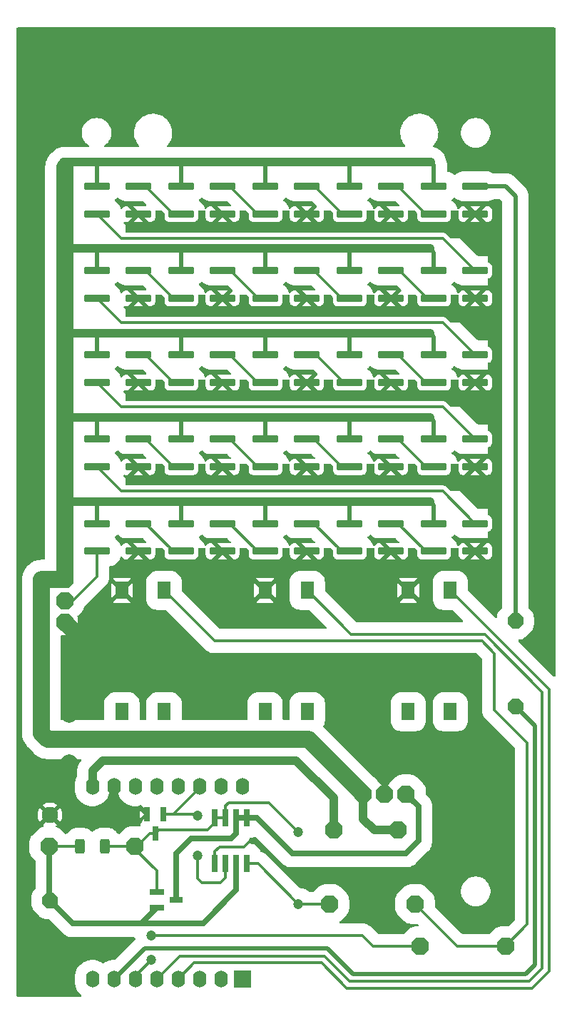
<source format=gbr>
%TF.GenerationSoftware,KiCad,Pcbnew,7.0.7*%
%TF.CreationDate,2023-09-14T14:46:07+02:00*%
%TF.ProjectId,WebW_rfel,57656257-fc72-4666-956c-2e6b69636164,rev?*%
%TF.SameCoordinates,Original*%
%TF.FileFunction,Copper,L1,Top*%
%TF.FilePolarity,Positive*%
%FSLAX46Y46*%
G04 Gerber Fmt 4.6, Leading zero omitted, Abs format (unit mm)*
G04 Created by KiCad (PCBNEW 7.0.7) date 2023-09-14 14:46:07*
%MOMM*%
%LPD*%
G01*
G04 APERTURE LIST*
G04 Aperture macros list*
%AMRoundRect*
0 Rectangle with rounded corners*
0 $1 Rounding radius*
0 $2 $3 $4 $5 $6 $7 $8 $9 X,Y pos of 4 corners*
0 Add a 4 corners polygon primitive as box body*
4,1,4,$2,$3,$4,$5,$6,$7,$8,$9,$2,$3,0*
0 Add four circle primitives for the rounded corners*
1,1,$1+$1,$2,$3*
1,1,$1+$1,$4,$5*
1,1,$1+$1,$6,$7*
1,1,$1+$1,$8,$9*
0 Add four rect primitives between the rounded corners*
20,1,$1+$1,$2,$3,$4,$5,0*
20,1,$1+$1,$4,$5,$6,$7,0*
20,1,$1+$1,$6,$7,$8,$9,0*
20,1,$1+$1,$8,$9,$2,$3,0*%
%AMOutline5P*
0 Free polygon, 5 corners , with rotation*
0 The origin of the aperture is its center*
0 number of corners: always 5*
0 $1 to $10 corner X, Y*
0 $11 Rotation angle, in degrees counterclockwise*
0 create outline with 5 corners*
4,1,5,$1,$2,$3,$4,$5,$6,$7,$8,$9,$10,$1,$2,$11*%
%AMOutline6P*
0 Free polygon, 6 corners , with rotation*
0 The origin of the aperture is its center*
0 number of corners: always 6*
0 $1 to $12 corner X, Y*
0 $13 Rotation angle, in degrees counterclockwise*
0 create outline with 6 corners*
4,1,6,$1,$2,$3,$4,$5,$6,$7,$8,$9,$10,$11,$12,$1,$2,$13*%
%AMOutline7P*
0 Free polygon, 7 corners , with rotation*
0 The origin of the aperture is its center*
0 number of corners: always 7*
0 $1 to $14 corner X, Y*
0 $15 Rotation angle, in degrees counterclockwise*
0 create outline with 7 corners*
4,1,7,$1,$2,$3,$4,$5,$6,$7,$8,$9,$10,$11,$12,$13,$14,$1,$2,$15*%
%AMOutline8P*
0 Free polygon, 8 corners , with rotation*
0 The origin of the aperture is its center*
0 number of corners: always 8*
0 $1 to $16 corner X, Y*
0 $17 Rotation angle, in degrees counterclockwise*
0 create outline with 8 corners*
4,1,8,$1,$2,$3,$4,$5,$6,$7,$8,$9,$10,$11,$12,$13,$14,$15,$16,$1,$2,$17*%
G04 Aperture macros list end*
%TA.AperFunction,SMDPad,CuDef*%
%ADD10RoundRect,0.090000X-1.410000X-0.360000X1.410000X-0.360000X1.410000X0.360000X-1.410000X0.360000X0*%
%TD*%
%TA.AperFunction,SMDPad,CuDef*%
%ADD11R,1.600000X2.000000*%
%TD*%
%TA.AperFunction,SMDPad,CuDef*%
%ADD12RoundRect,0.250000X-0.312500X-0.625000X0.312500X-0.625000X0.312500X0.625000X-0.312500X0.625000X0*%
%TD*%
%TA.AperFunction,SMDPad,CuDef*%
%ADD13R,0.750000X1.750000*%
%TD*%
%TA.AperFunction,SMDPad,CuDef*%
%ADD14R,1.750000X0.800000*%
%TD*%
%TA.AperFunction,SMDPad,CuDef*%
%ADD15R,1.500000X0.800000*%
%TD*%
%TA.AperFunction,SMDPad,CuDef*%
%ADD16R,0.700000X2.100000*%
%TD*%
%TA.AperFunction,ComponentPad*%
%ADD17Outline8P,-1.050000X0.434924X-0.434924X1.050000X0.434924X1.050000X1.050000X0.434924X1.050000X-0.434924X0.434924X-1.050000X-0.434924X-1.050000X-1.050000X-0.434924X180.000000*%
%TD*%
%TA.AperFunction,ComponentPad*%
%ADD18Outline8P,-1.050000X0.434924X-0.434924X1.050000X0.434924X1.050000X1.050000X0.434924X1.050000X-0.434924X0.434924X-1.050000X-0.434924X-1.050000X-1.050000X-0.434924X0.000000*%
%TD*%
%TA.AperFunction,ComponentPad*%
%ADD19Outline8P,-0.900000X0.372792X-0.372792X0.900000X0.372792X0.900000X0.900000X0.372792X0.900000X-0.372792X0.372792X-0.900000X-0.372792X-0.900000X-0.900000X-0.372792X270.000000*%
%TD*%
%TA.AperFunction,ComponentPad*%
%ADD20Outline8P,-0.900000X0.372792X-0.372792X0.900000X0.372792X0.900000X0.900000X0.372792X0.900000X-0.372792X0.372792X-0.900000X-0.372792X-0.900000X-0.900000X-0.372792X90.000000*%
%TD*%
%TA.AperFunction,ComponentPad*%
%ADD21Outline8P,-1.050000X0.434924X-0.434924X1.050000X0.434924X1.050000X1.050000X0.434924X1.050000X-0.434924X0.434924X-1.050000X-0.434924X-1.050000X-1.050000X-0.434924X270.000000*%
%TD*%
%TA.AperFunction,ComponentPad*%
%ADD22R,2.000000X2.000000*%
%TD*%
%TA.AperFunction,ComponentPad*%
%ADD23O,1.600000X2.000000*%
%TD*%
%TA.AperFunction,ViaPad*%
%ADD24C,2.000000*%
%TD*%
%TA.AperFunction,ViaPad*%
%ADD25C,1.200000*%
%TD*%
%TA.AperFunction,Conductor*%
%ADD26C,2.000000*%
%TD*%
%TA.AperFunction,Conductor*%
%ADD27C,0.300000*%
%TD*%
%TA.AperFunction,Conductor*%
%ADD28C,0.700000*%
%TD*%
%TA.AperFunction,Conductor*%
%ADD29C,0.500000*%
%TD*%
%TA.AperFunction,Conductor*%
%ADD30C,1.000000*%
%TD*%
G04 APERTURE END LIST*
D10*
%TO.P,D15,1,VDD*%
%TO.N,+5V*%
X150840000Y-78850000D03*
%TO.P,D15,2,DOUT*%
%TO.N,Net-(D14-DIN)*%
X150840000Y-82150000D03*
%TO.P,D15,3,VSS*%
%TO.N,GND*%
X155740000Y-82150000D03*
%TO.P,D15,4,DIN*%
%TO.N,Net-(D15-DIN)*%
X155740000Y-78850000D03*
%TD*%
%TO.P,D18,1,VDD*%
%TO.N,+5V*%
X130840000Y-88850000D03*
%TO.P,D18,2,DOUT*%
%TO.N,Net-(D17-DIN)*%
X130840000Y-92150000D03*
%TO.P,D18,3,VSS*%
%TO.N,GND*%
X135740000Y-92150000D03*
%TO.P,D18,4,DIN*%
%TO.N,Net-(D18-DIN)*%
X135740000Y-88850000D03*
%TD*%
D11*
%TO.P,S1,1,1*%
%TO.N,GND*%
X113790000Y-106800000D03*
%TO.P,S1,2,2*%
%TO.N,Net-(D27-Pad2)*%
X118790000Y-106800000D03*
%TO.P,S1,3*%
%TO.N,N/C*%
X113790000Y-121200000D03*
%TO.P,S1,NC*%
X118790000Y-121200000D03*
%TD*%
D10*
%TO.P,D3,1,VDD*%
%TO.N,+5V*%
X130840000Y-58850000D03*
%TO.P,D3,2,DOUT*%
%TO.N,Net-(D2-DIN)*%
X130840000Y-62150000D03*
%TO.P,D3,3,VSS*%
%TO.N,GND*%
X135740000Y-62150000D03*
%TO.P,D3,4,DIN*%
%TO.N,Net-(D3-DIN)*%
X135740000Y-58850000D03*
%TD*%
%TO.P,D19,1,VDD*%
%TO.N,+5V*%
X140840000Y-88850000D03*
%TO.P,D19,2,DOUT*%
%TO.N,Net-(D18-DIN)*%
X140840000Y-92150000D03*
%TO.P,D19,3,VSS*%
%TO.N,GND*%
X145740000Y-92150000D03*
%TO.P,D19,4,DIN*%
%TO.N,Net-(D19-DIN)*%
X145740000Y-88850000D03*
%TD*%
%TO.P,D16,1,VDD*%
%TO.N,+5V*%
X110840000Y-88850000D03*
%TO.P,D16,2,DOUT*%
%TO.N,Net-(D16-DOUT)*%
X110840000Y-92150000D03*
%TO.P,D16,3,VSS*%
%TO.N,GND*%
X115740000Y-92150000D03*
%TO.P,D16,4,DIN*%
%TO.N,Net-(D16-DIN)*%
X115740000Y-88850000D03*
%TD*%
D12*
%TO.P,R1_SMT1,1*%
%TO.N,+9V*%
X108825000Y-137160000D03*
%TO.P,R1_SMT1,2*%
%TO.N,XFET*%
X111750000Y-137160000D03*
%TD*%
D10*
%TO.P,D14,1,VDD*%
%TO.N,+5V*%
X140840000Y-78850000D03*
%TO.P,D14,2,DOUT*%
%TO.N,Net-(D13-DIN)*%
X140840000Y-82150000D03*
%TO.P,D14,3,VSS*%
%TO.N,GND*%
X145740000Y-82150000D03*
%TO.P,D14,4,DIN*%
%TO.N,Net-(D14-DIN)*%
X145740000Y-78850000D03*
%TD*%
%TO.P,D2,1,VDD*%
%TO.N,+5V*%
X120840000Y-58850000D03*
%TO.P,D2,2,DOUT*%
%TO.N,Net-(D1-DIN)*%
X120840000Y-62150000D03*
%TO.P,D2,3,VSS*%
%TO.N,GND*%
X125740000Y-62150000D03*
%TO.P,D2,4,DIN*%
%TO.N,Net-(D2-DIN)*%
X125740000Y-58850000D03*
%TD*%
D13*
%TO.P,T2,1,1*%
%TO.N,D1*%
X118700000Y-133350000D03*
%TO.P,T2,2,2*%
%TO.N,GND*%
X116800000Y-133350000D03*
%TO.P,T2,3,3*%
%TO.N,XFET*%
X117750000Y-135650000D03*
%TD*%
D10*
%TO.P,D24,1,VDD*%
%TO.N,+5V*%
X140840000Y-98850000D03*
%TO.P,D24,2,DOUT*%
%TO.N,Net-(D23-DIN)*%
X140840000Y-102150000D03*
%TO.P,D24,3,VSS*%
%TO.N,GND*%
X145740000Y-102150000D03*
%TO.P,D24,4,DIN*%
%TO.N,Net-(D24-DIN)*%
X145740000Y-98850000D03*
%TD*%
%TO.P,D25,1,VDD*%
%TO.N,+5V*%
X150840000Y-98850000D03*
%TO.P,D25,2,DOUT*%
%TO.N,Net-(D24-DIN)*%
X150840000Y-102150000D03*
%TO.P,D25,3,VSS*%
%TO.N,GND*%
X155740000Y-102150000D03*
%TO.P,D25,4,DIN*%
%TO.N,Net-(D16-DOUT)*%
X155740000Y-98850000D03*
%TD*%
%TO.P,D20,1,VDD*%
%TO.N,+5V*%
X150840000Y-88850000D03*
%TO.P,D20,2,DOUT*%
%TO.N,Net-(D19-DIN)*%
X150840000Y-92150000D03*
%TO.P,D20,3,VSS*%
%TO.N,GND*%
X155740000Y-92150000D03*
%TO.P,D20,4,DIN*%
%TO.N,Net-(D11-DOUT)*%
X155740000Y-88850000D03*
%TD*%
%TO.P,D11,1,VDD*%
%TO.N,+5V*%
X110840000Y-78850000D03*
%TO.P,D11,2,DOUT*%
%TO.N,Net-(D11-DOUT)*%
X110840000Y-82150000D03*
%TO.P,D11,3,VSS*%
%TO.N,GND*%
X115740000Y-82150000D03*
%TO.P,D11,4,DIN*%
%TO.N,Net-(D11-DIN)*%
X115740000Y-78850000D03*
%TD*%
D11*
%TO.P,S3,1,1*%
%TO.N,GND*%
X147790000Y-106800000D03*
%TO.P,S3,2,2*%
%TO.N,/D5*%
X152790000Y-106800000D03*
%TO.P,S3,3*%
%TO.N,N/C*%
X147790000Y-121200000D03*
%TO.P,S3,NC*%
X152790000Y-121200000D03*
%TD*%
D10*
%TO.P,D21,1,VDD*%
%TO.N,+5V*%
X110840000Y-98850000D03*
%TO.P,D21,2,DOUT*%
%TO.N,Net-(D21-DOUT)*%
X110840000Y-102150000D03*
%TO.P,D21,3,VSS*%
%TO.N,GND*%
X115740000Y-102150000D03*
%TO.P,D21,4,DIN*%
%TO.N,Net-(D21-DIN)*%
X115740000Y-98850000D03*
%TD*%
%TO.P,D12,1,VDD*%
%TO.N,+5V*%
X120840000Y-78850000D03*
%TO.P,D12,2,DOUT*%
%TO.N,Net-(D11-DIN)*%
X120840000Y-82150000D03*
%TO.P,D12,3,VSS*%
%TO.N,GND*%
X125740000Y-82150000D03*
%TO.P,D12,4,DIN*%
%TO.N,Net-(D12-DIN)*%
X125740000Y-78850000D03*
%TD*%
%TO.P,D6,1,VDD*%
%TO.N,+5V*%
X110840000Y-68850000D03*
%TO.P,D6,2,DOUT*%
%TO.N,Net-(D15-DIN)*%
X110840000Y-72150000D03*
%TO.P,D6,3,VSS*%
%TO.N,GND*%
X115740000Y-72150000D03*
%TO.P,D6,4,DIN*%
%TO.N,Net-(D6-DIN)*%
X115740000Y-68850000D03*
%TD*%
%TO.P,D13,1,VDD*%
%TO.N,+5V*%
X130840000Y-78850000D03*
%TO.P,D13,2,DOUT*%
%TO.N,Net-(D12-DIN)*%
X130840000Y-82150000D03*
%TO.P,D13,3,VSS*%
%TO.N,GND*%
X135740000Y-82150000D03*
%TO.P,D13,4,DIN*%
%TO.N,Net-(D13-DIN)*%
X135740000Y-78850000D03*
%TD*%
%TO.P,D10,1,VDD*%
%TO.N,+5V*%
X150840000Y-68850000D03*
%TO.P,D10,2,DOUT*%
%TO.N,Net-(D10-DOUT)*%
X150840000Y-72150000D03*
%TO.P,D10,3,VSS*%
%TO.N,GND*%
X155740000Y-72150000D03*
%TO.P,D10,4,DIN*%
%TO.N,Net-(D1-DOUT)*%
X155740000Y-68850000D03*
%TD*%
%TO.P,D7,1,VDD*%
%TO.N,+5V*%
X120840000Y-68850000D03*
%TO.P,D7,2,DOUT*%
%TO.N,Net-(D6-DIN)*%
X120840000Y-72150000D03*
%TO.P,D7,3,VSS*%
%TO.N,GND*%
X125740000Y-72150000D03*
%TO.P,D7,4,DIN*%
%TO.N,Net-(D7-DIN)*%
X125740000Y-68850000D03*
%TD*%
%TO.P,D4,1,VDD*%
%TO.N,+5V*%
X140840000Y-58850000D03*
%TO.P,D4,2,DOUT*%
%TO.N,Net-(D3-DIN)*%
X140840000Y-62150000D03*
%TO.P,D4,3,VSS*%
%TO.N,GND*%
X145740000Y-62150000D03*
%TO.P,D4,4,DIN*%
%TO.N,Net-(D4-DIN)*%
X145740000Y-58850000D03*
%TD*%
%TO.P,D9,1,VDD*%
%TO.N,+5V*%
X140840000Y-68850000D03*
%TO.P,D9,2,DOUT*%
%TO.N,Net-(D8-DIN)*%
X140840000Y-72150000D03*
%TO.P,D9,3,VSS*%
%TO.N,GND*%
X145740000Y-72150000D03*
%TO.P,D9,4,DIN*%
%TO.N,Net-(D10-DOUT)*%
X145740000Y-68850000D03*
%TD*%
%TO.P,D1,1,VDD*%
%TO.N,+5V*%
X110840000Y-58850000D03*
%TO.P,D1,2,DOUT*%
%TO.N,Net-(D1-DOUT)*%
X110840000Y-62150000D03*
%TO.P,D1,3,VSS*%
%TO.N,GND*%
X115740000Y-62150000D03*
%TO.P,D1,4,DIN*%
%TO.N,Net-(D1-DIN)*%
X115740000Y-58850000D03*
%TD*%
%TO.P,D23,1,VDD*%
%TO.N,+5V*%
X130840000Y-98850000D03*
%TO.P,D23,2,DOUT*%
%TO.N,Net-(D22-DIN)*%
X130840000Y-102150000D03*
%TO.P,D23,3,VSS*%
%TO.N,GND*%
X135740000Y-102150000D03*
%TO.P,D23,4,DIN*%
%TO.N,Net-(D23-DIN)*%
X135740000Y-98850000D03*
%TD*%
%TO.P,D5,1,VDD*%
%TO.N,+5V*%
X150840000Y-58850000D03*
%TO.P,D5,2,DOUT*%
%TO.N,Net-(D4-DIN)*%
X150840000Y-62150000D03*
%TO.P,D5,3,VSS*%
%TO.N,GND*%
X155740000Y-62150000D03*
%TO.P,D5,4,DIN*%
%TO.N,Net-(D5-DIN)*%
X155740000Y-58850000D03*
%TD*%
%TO.P,D8,1,VDD*%
%TO.N,+5V*%
X130840000Y-68850000D03*
%TO.P,D8,2,DOUT*%
%TO.N,Net-(D7-DIN)*%
X130840000Y-72150000D03*
%TO.P,D8,3,VSS*%
%TO.N,GND*%
X135740000Y-72150000D03*
%TO.P,D8,4,DIN*%
%TO.N,Net-(D8-DIN)*%
X135740000Y-68850000D03*
%TD*%
D14*
%TO.P,T3,1,1*%
%TO.N,XFET*%
X117950000Y-142550000D03*
%TO.P,T3,2,2*%
%TO.N,+9V*%
X117950000Y-144450000D03*
D15*
%TO.P,T3,3,3*%
%TO.N,U2_VIN*%
X120250000Y-143500000D03*
%TD*%
D16*
%TO.P,T1,1,1*%
%TO.N,GND*%
X124845000Y-139200000D03*
%TO.P,T1,2,2*%
%TO.N,D1*%
X126115000Y-139200000D03*
%TO.P,T1,3,3*%
%TO.N,+9V*%
X127385000Y-139200000D03*
%TO.P,T1,4,4*%
%TO.N,XFET*%
X128655000Y-139200000D03*
%TO.P,T1,5,5*%
%TO.N,U2_VIN*%
X128655000Y-133800000D03*
%TO.P,T1,6,6*%
X127385000Y-133800000D03*
%TO.P,T1,7,7*%
%TO.N,XFET*%
X126115000Y-133800000D03*
%TO.P,T1,8,8*%
X124845000Y-133800000D03*
%TD*%
D10*
%TO.P,D22,1,VDD*%
%TO.N,+5V*%
X120840000Y-98850000D03*
%TO.P,D22,2,DOUT*%
%TO.N,Net-(D21-DIN)*%
X120840000Y-102150000D03*
%TO.P,D22,3,VSS*%
%TO.N,GND*%
X125740000Y-102150000D03*
%TO.P,D22,4,DIN*%
%TO.N,Net-(D22-DIN)*%
X125740000Y-98850000D03*
%TD*%
D11*
%TO.P,S2,1,1*%
%TO.N,GND*%
X130790000Y-106800000D03*
%TO.P,S2,2,2*%
%TO.N,/D6*%
X135790000Y-106800000D03*
%TO.P,S2,3*%
%TO.N,N/C*%
X130790000Y-121200000D03*
%TO.P,S2,NC*%
X135790000Y-121200000D03*
%TD*%
D10*
%TO.P,D17,1,VDD*%
%TO.N,+5V*%
X120840000Y-88850000D03*
%TO.P,D17,2,DOUT*%
%TO.N,Net-(D16-DIN)*%
X120840000Y-92150000D03*
%TO.P,D17,3,VSS*%
%TO.N,GND*%
X125740000Y-92150000D03*
%TO.P,D17,4,DIN*%
%TO.N,Net-(D17-DIN)*%
X125740000Y-88850000D03*
%TD*%
D17*
%TO.P,U2,1,+VIN*%
%TO.N,U2_VIN*%
X147540000Y-131000000D03*
%TO.P,U2,2,GND*%
%TO.N,GND*%
X145000000Y-131000000D03*
%TO.P,U2,3,+VOUT*%
%TO.N,+5V*%
X142460000Y-131000000D03*
%TD*%
%TO.P,D26,1,1*%
%TO.N,+5V*%
X146560000Y-135250000D03*
%TO.P,D26,2,2*%
%TO.N,+5VD*%
X138940000Y-135250000D03*
%TD*%
D18*
%TO.P,D28,1,1*%
%TO.N,/D7*%
X149170000Y-149000000D03*
%TO.P,D28,2,2*%
%TO.N,Net-(D27-Pad2)*%
X159330000Y-149000000D03*
%TD*%
D19*
%TO.P,BAT1,1,1*%
%TO.N,+9V*%
X105250000Y-143580000D03*
%TO.P,BAT1,2,2*%
%TO.N,GND*%
X105250000Y-133420000D03*
%TD*%
D20*
%TO.P,R2,1,1*%
%TO.N,/D8*%
X160500000Y-120580000D03*
%TO.P,R2,2,2*%
%TO.N,Net-(D5-DIN)*%
X160500000Y-110420000D03*
%TD*%
D18*
%TO.P,R1_THT1,1,1*%
%TO.N,+9V*%
X105170000Y-137160000D03*
%TO.P,R1_THT1,2,2*%
%TO.N,XFET*%
X115330000Y-137160000D03*
%TD*%
%TO.P,D27,1,1*%
%TO.N,XFET*%
X138420000Y-144000000D03*
%TO.P,D27,2,2*%
%TO.N,Net-(D27-Pad2)*%
X148580000Y-144000000D03*
%TD*%
D21*
%TO.P,K1,1,1*%
%TO.N,+5V*%
X107000000Y-105460000D03*
%TO.P,K1,2,2*%
%TO.N,Net-(D21-DOUT)*%
X107000000Y-108000000D03*
%TO.P,K1,3,3*%
%TO.N,GND*%
X107000000Y-110540000D03*
%TD*%
D22*
%TO.P,U1,1,~{RST}*%
%TO.N,unconnected-(U1-~{RST}-Pad1)*%
X128070000Y-152945000D03*
D23*
%TO.P,U1,2,A0*%
%TO.N,unconnected-(U1-A0-Pad2)*%
X125530000Y-152945000D03*
%TO.P,U1,3,D0*%
%TO.N,unconnected-(U1-D0-Pad3)*%
X122990000Y-152945000D03*
%TO.P,U1,4,SCK/D5*%
%TO.N,/D5*%
X120450000Y-152945000D03*
%TO.P,U1,5,MISO/D6*%
%TO.N,/D6*%
X117910000Y-152945000D03*
%TO.P,U1,6,MOSI/D7*%
%TO.N,/D7*%
X115370000Y-152945000D03*
%TO.P,U1,7,CS/D8*%
%TO.N,/D8*%
X112830000Y-152945000D03*
%TO.P,U1,8,3V3*%
%TO.N,unconnected-(U1-3V3-Pad8)*%
X110290000Y-152945000D03*
%TO.P,U1,9,5V*%
%TO.N,+5VD*%
X110290000Y-130085000D03*
%TO.P,U1,10,GND*%
%TO.N,GND*%
X112830000Y-130085000D03*
%TO.P,U1,11,D4*%
%TO.N,unconnected-(U1-D4-Pad11)*%
X115370000Y-130085000D03*
%TO.P,U1,12,D3*%
%TO.N,unconnected-(U1-D3-Pad12)*%
X117910000Y-130085000D03*
%TO.P,U1,13,SDA/D2*%
%TO.N,unconnected-(U1-SDA{slash}D2-Pad13)*%
X120450000Y-130085000D03*
%TO.P,U1,14,SCL/D1*%
%TO.N,D1*%
X122990000Y-130085000D03*
%TO.P,U1,15,RX*%
%TO.N,unconnected-(U1-RX-Pad15)*%
X125530000Y-130085000D03*
%TO.P,U1,16,TX*%
%TO.N,unconnected-(U1-TX-Pad16)*%
X128070000Y-130085000D03*
%TD*%
D24*
%TO.N,GND*%
X107500000Y-127250000D03*
X107500000Y-121500000D03*
D25*
%TO.N,XFET*%
X134750000Y-135500000D03*
X134750000Y-144000000D03*
%TO.N,/D7*%
X117250000Y-150649500D03*
X117250000Y-147750000D03*
%TO.N,D1*%
X122750000Y-138250000D03*
X122750000Y-133500000D03*
%TD*%
D26*
%TO.N,GND*%
X108458000Y-112014000D02*
X108458000Y-111998000D01*
D27*
X124845000Y-137770000D02*
X125365000Y-137250000D01*
X128250000Y-137250000D02*
X128750000Y-136750000D01*
X125365000Y-137250000D02*
X128250000Y-137250000D01*
D26*
X107000000Y-110540000D02*
X108458000Y-111998000D01*
D27*
X124845000Y-139200000D02*
X124845000Y-137770000D01*
D28*
%TO.N,+9V*%
X127385000Y-142365000D02*
X127385000Y-139200000D01*
X105170000Y-138000000D02*
X105170000Y-143500000D01*
X123450000Y-146300000D02*
X127385000Y-142365000D01*
X116100000Y-146300000D02*
X117950000Y-144450000D01*
X107970000Y-146300000D02*
X116100000Y-146300000D01*
D27*
X105170000Y-137160000D02*
X108825000Y-137160000D01*
D28*
X105170000Y-143500000D02*
X105250000Y-143580000D01*
X105250000Y-143580000D02*
X107970000Y-146300000D01*
X116100000Y-146300000D02*
X123450000Y-146300000D01*
D29*
%TO.N,+5V*%
X110840000Y-86410000D02*
X111000000Y-86250000D01*
D30*
X107000000Y-66250000D02*
X110900000Y-66250000D01*
D29*
X110840000Y-66310000D02*
X110900000Y-66250000D01*
D30*
X120700000Y-56000000D02*
X110800000Y-56000000D01*
D26*
X104250000Y-105500000D02*
X104250000Y-123750000D01*
D29*
X110800000Y-86250000D02*
X110840000Y-86290000D01*
D30*
X110900000Y-66250000D02*
X120900000Y-66250000D01*
X143750000Y-135250000D02*
X142460000Y-133960000D01*
X130800000Y-56000000D02*
X140800000Y-56000000D01*
D29*
X140840000Y-78850000D02*
X140840000Y-76510000D01*
X150840000Y-56340000D02*
X150500000Y-56000000D01*
X130840000Y-96410000D02*
X131000000Y-96250000D01*
X120840000Y-96290000D02*
X120800000Y-96250000D01*
X110840000Y-58850000D02*
X110840000Y-56040000D01*
D30*
X107000000Y-96250000D02*
X111100000Y-96250000D01*
D26*
X107000000Y-105460000D02*
X104290000Y-105460000D01*
D30*
X146560000Y-135250000D02*
X143750000Y-135250000D01*
X141100000Y-76250000D02*
X150375000Y-76250000D01*
D29*
X140840000Y-98850000D02*
X140840000Y-96290000D01*
X150840000Y-96715000D02*
X150375000Y-96250000D01*
X140840000Y-86310000D02*
X140900000Y-86250000D01*
D30*
X107000000Y-76250000D02*
X111000000Y-76250000D01*
D26*
X104290000Y-105460000D02*
X104250000Y-105500000D01*
D29*
X130840000Y-98850000D02*
X130840000Y-96410000D01*
D30*
X120700000Y-56000000D02*
X130800000Y-56000000D01*
D29*
X140840000Y-96290000D02*
X140800000Y-96250000D01*
X120840000Y-58850000D02*
X120840000Y-56140000D01*
D30*
X140800000Y-96250000D02*
X150375000Y-96250000D01*
D29*
X130840000Y-56040000D02*
X130800000Y-56000000D01*
X140840000Y-68850000D02*
X140840000Y-66310000D01*
X130840000Y-66410000D02*
X131000000Y-66250000D01*
D30*
X121000000Y-86250000D02*
X131000000Y-86250000D01*
D29*
X150840000Y-66715000D02*
X150375000Y-66250000D01*
X110840000Y-98850000D02*
X110840000Y-96510000D01*
X107000000Y-86250000D02*
X110800000Y-86250000D01*
X110840000Y-68850000D02*
X110840000Y-66310000D01*
X130840000Y-76610000D02*
X131200000Y-76250000D01*
X150840000Y-76715000D02*
X150375000Y-76250000D01*
X130840000Y-88850000D02*
X130840000Y-86410000D01*
X140840000Y-66310000D02*
X140900000Y-66250000D01*
X120840000Y-78850000D02*
X120840000Y-76510000D01*
D30*
X111000000Y-76250000D02*
X121100000Y-76250000D01*
D29*
X130840000Y-78850000D02*
X130840000Y-76610000D01*
D30*
X142460000Y-133960000D02*
X142460000Y-131000000D01*
X140900000Y-86250000D02*
X150375000Y-86250000D01*
X110800000Y-56000000D02*
X106900000Y-56000000D01*
D29*
X110840000Y-96510000D02*
X111100000Y-96250000D01*
X120840000Y-56140000D02*
X120700000Y-56000000D01*
X130840000Y-68850000D02*
X130840000Y-66410000D01*
X120840000Y-76510000D02*
X121100000Y-76250000D01*
X150840000Y-78850000D02*
X150840000Y-76715000D01*
D30*
X120900000Y-66250000D02*
X131000000Y-66250000D01*
D29*
X150840000Y-86715000D02*
X150375000Y-86250000D01*
X150840000Y-88850000D02*
X150840000Y-86715000D01*
D30*
X121100000Y-76250000D02*
X131200000Y-76250000D01*
X131200000Y-76250000D02*
X141100000Y-76250000D01*
D29*
X140840000Y-88850000D02*
X140840000Y-86310000D01*
X140840000Y-58850000D02*
X140840000Y-56040000D01*
D30*
X131000000Y-96250000D02*
X140800000Y-96250000D01*
D26*
X104250000Y-123750000D02*
X105000000Y-124500000D01*
D29*
X120840000Y-66310000D02*
X120900000Y-66250000D01*
D30*
X107000000Y-86250000D02*
X111000000Y-86250000D01*
D29*
X140840000Y-56040000D02*
X140800000Y-56000000D01*
D30*
X140800000Y-56000000D02*
X150500000Y-56000000D01*
D29*
X110840000Y-56040000D02*
X110800000Y-56000000D01*
X120840000Y-88850000D02*
X120840000Y-86410000D01*
D30*
X131000000Y-86250000D02*
X140900000Y-86250000D01*
D29*
X150840000Y-58850000D02*
X150840000Y-56340000D01*
X110840000Y-88850000D02*
X110840000Y-86410000D01*
X110840000Y-76410000D02*
X111000000Y-76250000D01*
X140840000Y-76510000D02*
X141100000Y-76250000D01*
X110840000Y-78850000D02*
X110840000Y-76410000D01*
D30*
X140900000Y-66250000D02*
X150375000Y-66250000D01*
D29*
X130840000Y-58850000D02*
X130840000Y-56040000D01*
X150840000Y-98850000D02*
X150840000Y-96715000D01*
D30*
X111000000Y-86250000D02*
X121000000Y-86250000D01*
D29*
X120840000Y-98850000D02*
X120840000Y-96290000D01*
D26*
X105000000Y-124500000D02*
X135960000Y-124500000D01*
D30*
X111100000Y-96250000D02*
X120800000Y-96250000D01*
D29*
X150840000Y-68850000D02*
X150840000Y-66715000D01*
X120840000Y-68850000D02*
X120840000Y-66310000D01*
D26*
X135960000Y-124500000D02*
X142460000Y-131000000D01*
D29*
X130840000Y-86410000D02*
X131000000Y-86250000D01*
D30*
X131000000Y-66250000D02*
X140900000Y-66250000D01*
D26*
X107000000Y-105460000D02*
X107000000Y-56600000D01*
D29*
X120840000Y-86410000D02*
X121000000Y-86250000D01*
D30*
X120800000Y-96250000D02*
X131000000Y-96250000D01*
D27*
%TO.N,Net-(D1-DOUT)*%
X110840000Y-62150000D02*
X113690000Y-65000000D01*
X113690000Y-65000000D02*
X151890000Y-65000000D01*
X151890000Y-65000000D02*
X155740000Y-68850000D01*
%TO.N,Net-(D1-DIN)*%
X120840000Y-62150000D02*
X119900000Y-62150000D01*
X119900000Y-62150000D02*
X116600000Y-58850000D01*
X116600000Y-58850000D02*
X115740000Y-58850000D01*
%TO.N,Net-(D2-DIN)*%
X126600000Y-58850000D02*
X125740000Y-58850000D01*
X129900000Y-62150000D02*
X126600000Y-58850000D01*
X130840000Y-62150000D02*
X129900000Y-62150000D01*
%TO.N,Net-(D3-DIN)*%
X140840000Y-62150000D02*
X139947500Y-62150000D01*
X139947500Y-62150000D02*
X136647500Y-58850000D01*
X136647500Y-58850000D02*
X135740000Y-58850000D01*
%TO.N,Net-(D4-DIN)*%
X146600000Y-58850000D02*
X145740000Y-58850000D01*
X149900000Y-62150000D02*
X146600000Y-58850000D01*
X150840000Y-62150000D02*
X149900000Y-62150000D01*
D29*
%TO.N,Net-(D5-DIN)*%
X159350000Y-58850000D02*
X155740000Y-58850000D01*
X160500000Y-60000000D02*
X159350000Y-58850000D01*
X160500000Y-110420000D02*
X160500000Y-60000000D01*
D27*
%TO.N,Net-(D15-DIN)*%
X151890000Y-75000000D02*
X155740000Y-78850000D01*
X110840000Y-72150000D02*
X113690000Y-75000000D01*
X113690000Y-75000000D02*
X151890000Y-75000000D01*
%TO.N,Net-(D6-DIN)*%
X116600000Y-68850000D02*
X115740000Y-68850000D01*
X120840000Y-72150000D02*
X119900000Y-72150000D01*
X119900000Y-72150000D02*
X116600000Y-68850000D01*
%TO.N,Net-(D7-DIN)*%
X126647500Y-68850000D02*
X125740000Y-68850000D01*
X129947500Y-72150000D02*
X126647500Y-68850000D01*
X130840000Y-72150000D02*
X129947500Y-72150000D01*
%TO.N,Net-(D8-DIN)*%
X136600000Y-68850000D02*
X135740000Y-68850000D01*
X139900000Y-72150000D02*
X136600000Y-68850000D01*
X140840000Y-72150000D02*
X139900000Y-72150000D01*
%TO.N,Net-(D10-DOUT)*%
X146711250Y-68850000D02*
X145740000Y-68850000D01*
X150840000Y-72150000D02*
X150011250Y-72150000D01*
X150011250Y-72150000D02*
X146711250Y-68850000D01*
%TO.N,Net-(D11-DOUT)*%
X151890000Y-85000000D02*
X155740000Y-88850000D01*
X113690000Y-85000000D02*
X151890000Y-85000000D01*
X110840000Y-82150000D02*
X113690000Y-85000000D01*
%TO.N,Net-(D11-DIN)*%
X120840000Y-82150000D02*
X119900000Y-82150000D01*
X116600000Y-78850000D02*
X115740000Y-78850000D01*
X119900000Y-82150000D02*
X116600000Y-78850000D01*
%TO.N,Net-(D12-DIN)*%
X126600000Y-78850000D02*
X125740000Y-78850000D01*
X130840000Y-82150000D02*
X129900000Y-82150000D01*
X129900000Y-82150000D02*
X126600000Y-78850000D01*
%TO.N,Net-(D13-DIN)*%
X136850000Y-78850000D02*
X135740000Y-78850000D01*
X140840000Y-82150000D02*
X140150000Y-82150000D01*
X140150000Y-82150000D02*
X136850000Y-78850000D01*
%TO.N,Net-(D14-DIN)*%
X146850000Y-78850000D02*
X145740000Y-78850000D01*
X149900000Y-82150000D02*
X146600000Y-78850000D01*
X146600000Y-78850000D02*
X145740000Y-78850000D01*
X150840000Y-82150000D02*
X149900000Y-82150000D01*
%TO.N,Net-(D16-DOUT)*%
X151890000Y-95000000D02*
X155740000Y-98850000D01*
X110840000Y-92150000D02*
X113690000Y-95000000D01*
X113690000Y-95000000D02*
X151890000Y-95000000D01*
%TO.N,Net-(D16-DIN)*%
X119900000Y-92150000D02*
X116600000Y-88850000D01*
X116600000Y-88850000D02*
X115740000Y-88850000D01*
X120840000Y-92150000D02*
X119900000Y-92150000D01*
%TO.N,Net-(D17-DIN)*%
X130840000Y-92150000D02*
X129900000Y-92150000D01*
X129900000Y-92150000D02*
X126600000Y-88850000D01*
X126600000Y-88850000D02*
X125740000Y-88850000D01*
%TO.N,Net-(D18-DIN)*%
X136600000Y-88850000D02*
X135740000Y-88850000D01*
X140840000Y-92150000D02*
X139900000Y-92150000D01*
X139900000Y-92150000D02*
X136600000Y-88850000D01*
%TO.N,Net-(D19-DIN)*%
X150840000Y-92150000D02*
X149900000Y-92150000D01*
X149900000Y-92150000D02*
X146600000Y-88850000D01*
X146600000Y-88850000D02*
X145740000Y-88850000D01*
%TO.N,Net-(D21-DOUT)*%
X106290000Y-108000000D02*
X108000000Y-108000000D01*
X108000000Y-108000000D02*
X110840000Y-105160000D01*
X110840000Y-105160000D02*
X110840000Y-102150000D01*
%TO.N,Net-(D21-DIN)*%
X119900000Y-102150000D02*
X116600000Y-98850000D01*
X120840000Y-102150000D02*
X119900000Y-102150000D01*
X116600000Y-98850000D02*
X115740000Y-98850000D01*
%TO.N,Net-(D22-DIN)*%
X129900000Y-102150000D02*
X126600000Y-98850000D01*
X130840000Y-102150000D02*
X129900000Y-102150000D01*
X126600000Y-98850000D02*
X125740000Y-98850000D01*
%TO.N,Net-(D23-DIN)*%
X140840000Y-102150000D02*
X139900000Y-102150000D01*
X136600000Y-98850000D02*
X135740000Y-98850000D01*
X139900000Y-102150000D02*
X136600000Y-98850000D01*
%TO.N,Net-(D24-DIN)*%
X149900000Y-102150000D02*
X146600000Y-98850000D01*
X150840000Y-102150000D02*
X149900000Y-102150000D01*
X146600000Y-98850000D02*
X145740000Y-98850000D01*
D30*
%TO.N,+5VD*%
X111500000Y-127000000D02*
X110290000Y-128210000D01*
X110290000Y-128210000D02*
X110290000Y-130085000D01*
X134500000Y-127000000D02*
X111500000Y-127000000D01*
X134500000Y-127000000D02*
X138940000Y-131440000D01*
X138940000Y-131440000D02*
X138940000Y-135250000D01*
D27*
%TO.N,XFET*%
X126115000Y-133800000D02*
X126115000Y-132370000D01*
X115330000Y-137160000D02*
X115330000Y-137460000D01*
X111750000Y-137160000D02*
X115330000Y-137160000D01*
X129950000Y-139200000D02*
X128655000Y-139200000D01*
X117080000Y-135650000D02*
X115570000Y-137160000D01*
X138420000Y-144000000D02*
X134750000Y-144000000D01*
X117750000Y-135650000D02*
X118150000Y-135250000D01*
X115330000Y-137460000D02*
X117950000Y-140080000D01*
X124000000Y-135250000D02*
X124845000Y-134405000D01*
X134750000Y-144000000D02*
X129950000Y-139200000D01*
X117950000Y-140080000D02*
X117950000Y-142550000D01*
X124845000Y-134405000D02*
X124845000Y-133800000D01*
X131250000Y-132000000D02*
X134750000Y-135500000D01*
X117750000Y-135650000D02*
X117080000Y-135650000D01*
X124845000Y-133800000D02*
X126115000Y-133800000D01*
X115570000Y-137160000D02*
X115330000Y-137160000D01*
X126485000Y-132000000D02*
X131250000Y-132000000D01*
X126115000Y-132370000D02*
X126485000Y-132000000D01*
X118150000Y-135250000D02*
X124000000Y-135250000D01*
%TO.N,Net-(D27-Pad2)*%
X158000000Y-114272740D02*
X158000000Y-121000000D01*
X124790000Y-112800000D02*
X156527260Y-112800000D01*
X161900000Y-124900000D02*
X161900000Y-146430000D01*
X156527260Y-112800000D02*
X158000000Y-114272740D01*
X153580000Y-149000000D02*
X159330000Y-149000000D01*
X148580000Y-144000000D02*
X153580000Y-149000000D01*
X158000000Y-121000000D02*
X161900000Y-124900000D01*
X161900000Y-146430000D02*
X159330000Y-149000000D01*
X118790000Y-106800000D02*
X124790000Y-112800000D01*
%TO.N,/D7*%
X143600000Y-149000000D02*
X149170000Y-149000000D01*
X117250000Y-147750000D02*
X142350000Y-147750000D01*
X142350000Y-147750000D02*
X143600000Y-149000000D01*
X115370000Y-152529500D02*
X115370000Y-152945000D01*
X117250000Y-150649500D02*
X115370000Y-152529500D01*
D29*
%TO.N,/D8*%
X116475000Y-149300000D02*
X112830000Y-152945000D01*
X162800000Y-122880000D02*
X162800000Y-151200000D01*
X161700000Y-152300000D02*
X141204162Y-152300000D01*
X160500000Y-120580000D02*
X162800000Y-122880000D01*
X162800000Y-151200000D02*
X161700000Y-152300000D01*
X138204163Y-149300000D02*
X116475000Y-149300000D01*
X141204162Y-152300000D02*
X138204163Y-149300000D01*
D27*
%TO.N,/D6*%
X141000000Y-112000000D02*
X156858630Y-112000000D01*
X162168630Y-153200000D02*
X140831370Y-153200000D01*
X120655000Y-150200000D02*
X117910000Y-152945000D01*
X140831370Y-153200000D02*
X137831371Y-150200000D01*
X163700000Y-151668630D02*
X162168630Y-153200000D01*
X137831371Y-150200000D02*
X120655000Y-150200000D01*
X135800000Y-106800000D02*
X141000000Y-112000000D01*
X163700000Y-118841370D02*
X163700000Y-151668630D01*
X156858630Y-112000000D02*
X163700000Y-118841370D01*
X135790000Y-106800000D02*
X135800000Y-106800000D01*
%TO.N,/D5*%
X164500000Y-118510000D02*
X164500000Y-152000000D01*
X164500000Y-152000000D02*
X162500000Y-154000000D01*
X152790000Y-106800000D02*
X164500000Y-118510000D01*
X140500000Y-154000000D02*
X137500000Y-151000000D01*
X137500000Y-151000000D02*
X122395000Y-151000000D01*
X122395000Y-151000000D02*
X120450000Y-152945000D01*
X162500000Y-154000000D02*
X140500000Y-154000000D01*
%TO.N,D1*%
X126115000Y-139200000D02*
X126115000Y-140885000D01*
X122750000Y-141000000D02*
X122750000Y-138250000D01*
X126115000Y-140885000D02*
X125500000Y-141500000D01*
X125500000Y-141500000D02*
X123250000Y-141500000D01*
X122990000Y-130260000D02*
X122990000Y-130085000D01*
X123250000Y-141500000D02*
X122750000Y-141000000D01*
X119900000Y-133350000D02*
X122990000Y-130260000D01*
X122750000Y-133500000D02*
X122600000Y-133350000D01*
X122600000Y-133350000D02*
X118700000Y-133350000D01*
X118700000Y-133350000D02*
X119900000Y-133350000D01*
D28*
%TO.N,U2_VIN*%
X127385000Y-135630000D02*
X127385000Y-133800000D01*
X147500000Y-138000000D02*
X134000000Y-138000000D01*
X134000000Y-138000000D02*
X129800000Y-133800000D01*
X126765000Y-136250000D02*
X127385000Y-135630000D01*
X149000000Y-136500000D02*
X147500000Y-138000000D01*
X120250000Y-138000000D02*
X122000000Y-136250000D01*
X129800000Y-133800000D02*
X127385000Y-133800000D01*
X147540000Y-131000000D02*
X149000000Y-132460000D01*
X122000000Y-136250000D02*
X126765000Y-136250000D01*
X120250000Y-143500000D02*
X120250000Y-138000000D01*
X149000000Y-132460000D02*
X149000000Y-136500000D01*
%TD*%
%TA.AperFunction,Conductor*%
%TO.N,GND*%
G36*
X158950000Y-104013000D02*
G01*
X114250000Y-104000000D01*
X114250000Y-103094558D01*
X114291329Y-103100000D01*
X114436447Y-103100000D01*
X114436447Y-103099999D01*
X115143552Y-103099999D01*
X115143553Y-103100000D01*
X116336447Y-103100000D01*
X116336447Y-103099999D01*
X115739999Y-102503553D01*
X115739998Y-102503553D01*
X115143552Y-103099999D01*
X114436447Y-103099999D01*
X115652319Y-101884128D01*
X115713642Y-101850643D01*
X115783334Y-101855627D01*
X115827681Y-101884128D01*
X117043553Y-103100000D01*
X117188671Y-103100000D01*
X117304019Y-103084814D01*
X117304024Y-103084812D01*
X117447541Y-103025366D01*
X117447542Y-103025366D01*
X117570792Y-102930792D01*
X117665366Y-102807542D01*
X117665366Y-102807541D01*
X117724812Y-102664024D01*
X117724814Y-102664019D01*
X117740000Y-102548670D01*
X117740000Y-101751329D01*
X117739825Y-101750000D01*
X118580055Y-101750000D01*
X118803181Y-101973126D01*
X118836666Y-102034449D01*
X118839500Y-102060807D01*
X118839500Y-102548703D01*
X118854696Y-102664142D01*
X118854699Y-102664151D01*
X118914093Y-102807541D01*
X118914200Y-102807798D01*
X119008851Y-102931149D01*
X119132202Y-103025800D01*
X119275849Y-103085301D01*
X119391299Y-103100500D01*
X122288700Y-103100499D01*
X122288703Y-103100499D01*
X122404142Y-103085303D01*
X122404146Y-103085301D01*
X122404151Y-103085301D01*
X122547798Y-103025800D01*
X122671149Y-102931149D01*
X122765800Y-102807798D01*
X122825301Y-102664151D01*
X122840500Y-102548701D01*
X122840499Y-101751300D01*
X122840328Y-101750000D01*
X123740175Y-101750000D01*
X123740000Y-101751329D01*
X123740000Y-102548670D01*
X123755185Y-102664019D01*
X123755187Y-102664024D01*
X123814633Y-102807541D01*
X123814633Y-102807542D01*
X123909207Y-102930792D01*
X124032458Y-103025366D01*
X124175975Y-103084812D01*
X124175980Y-103084814D01*
X124291329Y-103100000D01*
X124436447Y-103100000D01*
X124436447Y-103099999D01*
X125143552Y-103099999D01*
X125143553Y-103100000D01*
X126336447Y-103100000D01*
X126336447Y-103099999D01*
X125739999Y-102503553D01*
X125739998Y-102503553D01*
X125143552Y-103099999D01*
X124436447Y-103099999D01*
X125652319Y-101884128D01*
X125713642Y-101850643D01*
X125783334Y-101855627D01*
X125827681Y-101884128D01*
X127043553Y-103100000D01*
X127188671Y-103100000D01*
X127304019Y-103084814D01*
X127304024Y-103084812D01*
X127447541Y-103025366D01*
X127447542Y-103025366D01*
X127570792Y-102930792D01*
X127665366Y-102807542D01*
X127665366Y-102807541D01*
X127724812Y-102664024D01*
X127724814Y-102664019D01*
X127740000Y-102548670D01*
X127740000Y-101751329D01*
X127739825Y-101750000D01*
X128580055Y-101750000D01*
X128803181Y-101973126D01*
X128836666Y-102034449D01*
X128839500Y-102060807D01*
X128839500Y-102548703D01*
X128854696Y-102664142D01*
X128854699Y-102664151D01*
X128914093Y-102807541D01*
X128914200Y-102807798D01*
X129008851Y-102931149D01*
X129132202Y-103025800D01*
X129275849Y-103085301D01*
X129391299Y-103100500D01*
X132288700Y-103100499D01*
X132288703Y-103100499D01*
X132404142Y-103085303D01*
X132404146Y-103085301D01*
X132404151Y-103085301D01*
X132547798Y-103025800D01*
X132671149Y-102931149D01*
X132765800Y-102807798D01*
X132825301Y-102664151D01*
X132840500Y-102548701D01*
X132840499Y-101751300D01*
X132840328Y-101750000D01*
X133740175Y-101750000D01*
X133740000Y-101751329D01*
X133740000Y-102548670D01*
X133755185Y-102664019D01*
X133755187Y-102664024D01*
X133814633Y-102807541D01*
X133814633Y-102807542D01*
X133909207Y-102930792D01*
X134032458Y-103025366D01*
X134175975Y-103084812D01*
X134175980Y-103084814D01*
X134291329Y-103100000D01*
X134436447Y-103100000D01*
X134436447Y-103099999D01*
X135143552Y-103099999D01*
X135143553Y-103100000D01*
X136336447Y-103100000D01*
X136336447Y-103099999D01*
X135740000Y-102503553D01*
X135143552Y-103099999D01*
X134436447Y-103099999D01*
X135652319Y-101884128D01*
X135713642Y-101850643D01*
X135783334Y-101855627D01*
X135827681Y-101884128D01*
X137043553Y-103100000D01*
X137188671Y-103100000D01*
X137304019Y-103084814D01*
X137304024Y-103084812D01*
X137447541Y-103025366D01*
X137447542Y-103025366D01*
X137570792Y-102930792D01*
X137665366Y-102807542D01*
X137665366Y-102807541D01*
X137724812Y-102664024D01*
X137724814Y-102664019D01*
X137740000Y-102548670D01*
X137740000Y-101751329D01*
X137739825Y-101750000D01*
X138580055Y-101750000D01*
X138803181Y-101973126D01*
X138836666Y-102034449D01*
X138839500Y-102060807D01*
X138839500Y-102548703D01*
X138854696Y-102664142D01*
X138854699Y-102664151D01*
X138914093Y-102807541D01*
X138914200Y-102807798D01*
X139008851Y-102931149D01*
X139132202Y-103025800D01*
X139275849Y-103085301D01*
X139391299Y-103100500D01*
X142288700Y-103100499D01*
X142288703Y-103100499D01*
X142404142Y-103085303D01*
X142404146Y-103085301D01*
X142404151Y-103085301D01*
X142547798Y-103025800D01*
X142671149Y-102931149D01*
X142765800Y-102807798D01*
X142825301Y-102664151D01*
X142840500Y-102548701D01*
X142840499Y-101751300D01*
X142840328Y-101750000D01*
X143740175Y-101750000D01*
X143740000Y-101751329D01*
X143740000Y-102548670D01*
X143755185Y-102664019D01*
X143755187Y-102664024D01*
X143814633Y-102807541D01*
X143814633Y-102807542D01*
X143909207Y-102930792D01*
X144032458Y-103025366D01*
X144175975Y-103084812D01*
X144175980Y-103084814D01*
X144291329Y-103100000D01*
X144436447Y-103100000D01*
X144436447Y-103099999D01*
X145143552Y-103099999D01*
X145143553Y-103100000D01*
X146336447Y-103100000D01*
X146336447Y-103099999D01*
X145740001Y-102503552D01*
X145739999Y-102503552D01*
X145143552Y-103099999D01*
X144436447Y-103099999D01*
X145652319Y-101884128D01*
X145713642Y-101850643D01*
X145783334Y-101855627D01*
X145827681Y-101884128D01*
X147043553Y-103100000D01*
X147188671Y-103100000D01*
X147304019Y-103084814D01*
X147304024Y-103084812D01*
X147447541Y-103025366D01*
X147447542Y-103025366D01*
X147570792Y-102930792D01*
X147665366Y-102807542D01*
X147665366Y-102807541D01*
X147724812Y-102664024D01*
X147724814Y-102664019D01*
X147740000Y-102548670D01*
X147740000Y-101751329D01*
X147739825Y-101750000D01*
X148580055Y-101750000D01*
X148803181Y-101973126D01*
X148836666Y-102034449D01*
X148839500Y-102060807D01*
X148839500Y-102548703D01*
X148854696Y-102664142D01*
X148854699Y-102664151D01*
X148914093Y-102807541D01*
X148914200Y-102807798D01*
X149008851Y-102931149D01*
X149132202Y-103025800D01*
X149275849Y-103085301D01*
X149391299Y-103100500D01*
X152288700Y-103100499D01*
X152288703Y-103100499D01*
X152404142Y-103085303D01*
X152404146Y-103085301D01*
X152404151Y-103085301D01*
X152547798Y-103025800D01*
X152671149Y-102931149D01*
X152765800Y-102807798D01*
X152825301Y-102664151D01*
X152840500Y-102548701D01*
X152840499Y-101751300D01*
X152840328Y-101750000D01*
X153740175Y-101750000D01*
X153740000Y-101751329D01*
X153740000Y-102548670D01*
X153755185Y-102664019D01*
X153755187Y-102664024D01*
X153814633Y-102807541D01*
X153814633Y-102807542D01*
X153909207Y-102930792D01*
X154032458Y-103025366D01*
X154175975Y-103084812D01*
X154175980Y-103084814D01*
X154291329Y-103100000D01*
X154436447Y-103100000D01*
X154436447Y-103099999D01*
X155143552Y-103099999D01*
X155143553Y-103100000D01*
X156336447Y-103100000D01*
X156336447Y-103099999D01*
X155740001Y-102503552D01*
X155739999Y-102503552D01*
X155143552Y-103099999D01*
X154436447Y-103099999D01*
X155652319Y-101884128D01*
X155713642Y-101850643D01*
X155783334Y-101855627D01*
X155827681Y-101884128D01*
X157043553Y-103100000D01*
X157188671Y-103100000D01*
X157304019Y-103084814D01*
X157304024Y-103084812D01*
X157447541Y-103025366D01*
X157447542Y-103025366D01*
X157570792Y-102930792D01*
X157665366Y-102807542D01*
X157665366Y-102807541D01*
X157724812Y-102664024D01*
X157724814Y-102664019D01*
X157740000Y-102548670D01*
X157740000Y-101751329D01*
X157724814Y-101635980D01*
X157724812Y-101635975D01*
X157665366Y-101492458D01*
X157665366Y-101492457D01*
X157570792Y-101369207D01*
X157447541Y-101274633D01*
X157304024Y-101215187D01*
X157304019Y-101215185D01*
X157250000Y-101208073D01*
X157250000Y-99792430D01*
X157304142Y-99785303D01*
X157304146Y-99785301D01*
X157304151Y-99785301D01*
X157447798Y-99725800D01*
X157571149Y-99631149D01*
X157665800Y-99507798D01*
X157725301Y-99364151D01*
X157740500Y-99248701D01*
X157740499Y-98451300D01*
X157740499Y-98451299D01*
X157740499Y-98451296D01*
X157725303Y-98335857D01*
X157725301Y-98335852D01*
X157725301Y-98335849D01*
X157665800Y-98192202D01*
X157571149Y-98068851D01*
X157447798Y-97974200D01*
X157447794Y-97974198D01*
X157304151Y-97914699D01*
X157304149Y-97914698D01*
X157250000Y-97907569D01*
X157250000Y-95000000D01*
X152809946Y-95000000D01*
X152410434Y-94600488D01*
X152400361Y-94587914D01*
X152400174Y-94588070D01*
X152395201Y-94582059D01*
X152342756Y-94532810D01*
X152321035Y-94511089D01*
X152315240Y-94506594D01*
X152310798Y-94502799D01*
X152275396Y-94469554D01*
X152275388Y-94469548D01*
X152256792Y-94459325D01*
X152240531Y-94448644D01*
X152223763Y-94435637D01*
X152200295Y-94425482D01*
X152179178Y-94416343D01*
X152173956Y-94413786D01*
X152131368Y-94390373D01*
X152131365Y-94390372D01*
X152110801Y-94385092D01*
X152092396Y-94378790D01*
X152072927Y-94370365D01*
X152072921Y-94370363D01*
X152024951Y-94362766D01*
X152019236Y-94361582D01*
X152002772Y-94357355D01*
X151972180Y-94349500D01*
X151972177Y-94349500D01*
X151950955Y-94349500D01*
X151931555Y-94347973D01*
X151910596Y-94344653D01*
X151910595Y-94344653D01*
X151886786Y-94346903D01*
X151862230Y-94349225D01*
X151856392Y-94349500D01*
X114250000Y-94349500D01*
X114250000Y-93094558D01*
X114291329Y-93100000D01*
X114436447Y-93100000D01*
X114436447Y-93099999D01*
X115143552Y-93099999D01*
X115143553Y-93100000D01*
X116336447Y-93100000D01*
X116336447Y-93099999D01*
X115739999Y-92503553D01*
X115739998Y-92503553D01*
X115143552Y-93099999D01*
X114436447Y-93099999D01*
X115652318Y-91884128D01*
X115713641Y-91850643D01*
X115783333Y-91855627D01*
X115827680Y-91884128D01*
X117043552Y-93099999D01*
X117043553Y-93100000D01*
X117188671Y-93100000D01*
X117304019Y-93084814D01*
X117304024Y-93084812D01*
X117447541Y-93025366D01*
X117447542Y-93025366D01*
X117570792Y-92930792D01*
X117665366Y-92807542D01*
X117665366Y-92807541D01*
X117724812Y-92664024D01*
X117724814Y-92664019D01*
X117740000Y-92548670D01*
X117740000Y-91751329D01*
X117739825Y-91750000D01*
X118580055Y-91750000D01*
X118803181Y-91973126D01*
X118836666Y-92034449D01*
X118839500Y-92060807D01*
X118839500Y-92548703D01*
X118854696Y-92664142D01*
X118854699Y-92664151D01*
X118914093Y-92807541D01*
X118914200Y-92807798D01*
X119008851Y-92931149D01*
X119132202Y-93025800D01*
X119275849Y-93085301D01*
X119391299Y-93100500D01*
X122288700Y-93100499D01*
X122288703Y-93100499D01*
X122404142Y-93085303D01*
X122404146Y-93085301D01*
X122404151Y-93085301D01*
X122547798Y-93025800D01*
X122671149Y-92931149D01*
X122765800Y-92807798D01*
X122825301Y-92664151D01*
X122840500Y-92548701D01*
X122840499Y-91751300D01*
X122840328Y-91750000D01*
X123740175Y-91750000D01*
X123740000Y-91751329D01*
X123740000Y-92548670D01*
X123755185Y-92664019D01*
X123755187Y-92664024D01*
X123814633Y-92807541D01*
X123814633Y-92807542D01*
X123909207Y-92930792D01*
X124032458Y-93025366D01*
X124175975Y-93084812D01*
X124175980Y-93084814D01*
X124291329Y-93100000D01*
X124436447Y-93100000D01*
X124436447Y-93099999D01*
X125143552Y-93099999D01*
X125143553Y-93100000D01*
X126336447Y-93100000D01*
X126336447Y-93099999D01*
X125739999Y-92503553D01*
X125739998Y-92503553D01*
X125143552Y-93099999D01*
X124436447Y-93099999D01*
X125652319Y-91884128D01*
X125713642Y-91850643D01*
X125783334Y-91855627D01*
X125827681Y-91884128D01*
X127043553Y-93100000D01*
X127188671Y-93100000D01*
X127304019Y-93084814D01*
X127304024Y-93084812D01*
X127447541Y-93025366D01*
X127447542Y-93025366D01*
X127570792Y-92930792D01*
X127665366Y-92807542D01*
X127665366Y-92807541D01*
X127724812Y-92664024D01*
X127724814Y-92664019D01*
X127740000Y-92548670D01*
X127740000Y-91751329D01*
X127739825Y-91750000D01*
X128580055Y-91750000D01*
X128803181Y-91973126D01*
X128836666Y-92034449D01*
X128839500Y-92060807D01*
X128839500Y-92548703D01*
X128854696Y-92664142D01*
X128854699Y-92664151D01*
X128914093Y-92807541D01*
X128914200Y-92807798D01*
X129008851Y-92931149D01*
X129132202Y-93025800D01*
X129275849Y-93085301D01*
X129391299Y-93100500D01*
X132288700Y-93100499D01*
X132288703Y-93100499D01*
X132404142Y-93085303D01*
X132404146Y-93085301D01*
X132404151Y-93085301D01*
X132547798Y-93025800D01*
X132671149Y-92931149D01*
X132765800Y-92807798D01*
X132825301Y-92664151D01*
X132840500Y-92548701D01*
X132840499Y-91751300D01*
X132840328Y-91750000D01*
X133740175Y-91750000D01*
X133740000Y-91751329D01*
X133740000Y-92548670D01*
X133755185Y-92664019D01*
X133755187Y-92664024D01*
X133814633Y-92807541D01*
X133814633Y-92807542D01*
X133909207Y-92930792D01*
X134032458Y-93025366D01*
X134175975Y-93084812D01*
X134175980Y-93084814D01*
X134291329Y-93100000D01*
X134436447Y-93100000D01*
X134436447Y-93099999D01*
X135143552Y-93099999D01*
X135143553Y-93100000D01*
X136336447Y-93100000D01*
X136336447Y-93099999D01*
X135740001Y-92503552D01*
X135739999Y-92503552D01*
X135143552Y-93099999D01*
X134436447Y-93099999D01*
X135652319Y-91884128D01*
X135713642Y-91850643D01*
X135783334Y-91855627D01*
X135827681Y-91884128D01*
X137043553Y-93100000D01*
X137188671Y-93100000D01*
X137304019Y-93084814D01*
X137304024Y-93084812D01*
X137447541Y-93025366D01*
X137447542Y-93025366D01*
X137570792Y-92930792D01*
X137665366Y-92807542D01*
X137665366Y-92807541D01*
X137724812Y-92664024D01*
X137724814Y-92664019D01*
X137740000Y-92548670D01*
X137740000Y-91751329D01*
X137739825Y-91750000D01*
X138580055Y-91750000D01*
X138803181Y-91973126D01*
X138836666Y-92034449D01*
X138839500Y-92060807D01*
X138839500Y-92548703D01*
X138854696Y-92664142D01*
X138854699Y-92664151D01*
X138914093Y-92807541D01*
X138914200Y-92807798D01*
X139008851Y-92931149D01*
X139132202Y-93025800D01*
X139275849Y-93085301D01*
X139391299Y-93100500D01*
X142288700Y-93100499D01*
X142288703Y-93100499D01*
X142404142Y-93085303D01*
X142404146Y-93085301D01*
X142404151Y-93085301D01*
X142547798Y-93025800D01*
X142671149Y-92931149D01*
X142765800Y-92807798D01*
X142825301Y-92664151D01*
X142840500Y-92548701D01*
X142840499Y-91751300D01*
X142840328Y-91750000D01*
X143740175Y-91750000D01*
X143740000Y-91751329D01*
X143740000Y-92548670D01*
X143755185Y-92664019D01*
X143755187Y-92664024D01*
X143814633Y-92807541D01*
X143814633Y-92807542D01*
X143909207Y-92930792D01*
X144032458Y-93025366D01*
X144175975Y-93084812D01*
X144175980Y-93084814D01*
X144291329Y-93100000D01*
X144436447Y-93100000D01*
X144436447Y-93099999D01*
X145143552Y-93099999D01*
X145143553Y-93100000D01*
X146336447Y-93100000D01*
X146336447Y-93099999D01*
X145740001Y-92503552D01*
X145739999Y-92503552D01*
X145143552Y-93099999D01*
X144436447Y-93099999D01*
X145652319Y-91884128D01*
X145713642Y-91850643D01*
X145783334Y-91855627D01*
X145827681Y-91884128D01*
X147043553Y-93100000D01*
X147188671Y-93100000D01*
X147304019Y-93084814D01*
X147304024Y-93084812D01*
X147447541Y-93025366D01*
X147447542Y-93025366D01*
X147570792Y-92930792D01*
X147665366Y-92807542D01*
X147665366Y-92807541D01*
X147724812Y-92664024D01*
X147724814Y-92664019D01*
X147740000Y-92548670D01*
X147740000Y-91751329D01*
X147739825Y-91750000D01*
X148580055Y-91750000D01*
X148803181Y-91973126D01*
X148836666Y-92034449D01*
X148839500Y-92060807D01*
X148839500Y-92548703D01*
X148854696Y-92664142D01*
X148854699Y-92664151D01*
X148914093Y-92807541D01*
X148914200Y-92807798D01*
X149008851Y-92931149D01*
X149132202Y-93025800D01*
X149275849Y-93085301D01*
X149391299Y-93100500D01*
X152288700Y-93100499D01*
X152288703Y-93100499D01*
X152404142Y-93085303D01*
X152404146Y-93085301D01*
X152404151Y-93085301D01*
X152547798Y-93025800D01*
X152671149Y-92931149D01*
X152765800Y-92807798D01*
X152825301Y-92664151D01*
X152840500Y-92548701D01*
X152840499Y-91751300D01*
X152840328Y-91750000D01*
X153740175Y-91750000D01*
X153740000Y-91751329D01*
X153740000Y-92548670D01*
X153755185Y-92664019D01*
X153755187Y-92664024D01*
X153814633Y-92807541D01*
X153814633Y-92807542D01*
X153909207Y-92930792D01*
X154032458Y-93025366D01*
X154175975Y-93084812D01*
X154175980Y-93084814D01*
X154291329Y-93100000D01*
X154436447Y-93100000D01*
X154436447Y-93099999D01*
X155143552Y-93099999D01*
X155143553Y-93100000D01*
X156336447Y-93100000D01*
X156336447Y-93099999D01*
X155740001Y-92503552D01*
X155739999Y-92503552D01*
X155143552Y-93099999D01*
X154436447Y-93099999D01*
X155652319Y-91884128D01*
X155713642Y-91850643D01*
X155783334Y-91855627D01*
X155827681Y-91884128D01*
X157043553Y-93100000D01*
X157188671Y-93100000D01*
X157304019Y-93084814D01*
X157304024Y-93084812D01*
X157447541Y-93025366D01*
X157447542Y-93025366D01*
X157570792Y-92930792D01*
X157665366Y-92807542D01*
X157665366Y-92807541D01*
X157724812Y-92664024D01*
X157724814Y-92664019D01*
X157740000Y-92548670D01*
X157740000Y-91751329D01*
X157724814Y-91635980D01*
X157724812Y-91635975D01*
X157665366Y-91492458D01*
X157665366Y-91492457D01*
X157570792Y-91369207D01*
X157447541Y-91274633D01*
X157304024Y-91215187D01*
X157304019Y-91215185D01*
X157250000Y-91208073D01*
X157250000Y-89792430D01*
X157304142Y-89785303D01*
X157304146Y-89785301D01*
X157304151Y-89785301D01*
X157447798Y-89725800D01*
X157571149Y-89631149D01*
X157665800Y-89507798D01*
X157725301Y-89364151D01*
X157740500Y-89248701D01*
X157740499Y-88451300D01*
X157740499Y-88451299D01*
X157740499Y-88451296D01*
X157725303Y-88335857D01*
X157725301Y-88335852D01*
X157725301Y-88335849D01*
X157665800Y-88192202D01*
X157571149Y-88068851D01*
X157447798Y-87974200D01*
X157447794Y-87974198D01*
X157304151Y-87914699D01*
X157304149Y-87914698D01*
X157250000Y-87907569D01*
X157250000Y-85000000D01*
X152809946Y-85000000D01*
X152410434Y-84600488D01*
X152400361Y-84587914D01*
X152400174Y-84588070D01*
X152395201Y-84582059D01*
X152342756Y-84532810D01*
X152321035Y-84511089D01*
X152315240Y-84506594D01*
X152310798Y-84502799D01*
X152275396Y-84469554D01*
X152275388Y-84469548D01*
X152256792Y-84459325D01*
X152240531Y-84448644D01*
X152223763Y-84435637D01*
X152200295Y-84425482D01*
X152179178Y-84416343D01*
X152173956Y-84413786D01*
X152131368Y-84390373D01*
X152131365Y-84390372D01*
X152110801Y-84385092D01*
X152092396Y-84378790D01*
X152072927Y-84370365D01*
X152072921Y-84370363D01*
X152024951Y-84362766D01*
X152019236Y-84361582D01*
X152002772Y-84357355D01*
X151972180Y-84349500D01*
X151972177Y-84349500D01*
X151950955Y-84349500D01*
X151931555Y-84347973D01*
X151910596Y-84344653D01*
X151910595Y-84344653D01*
X151886786Y-84346903D01*
X151862230Y-84349225D01*
X151856392Y-84349500D01*
X114250000Y-84349500D01*
X114250000Y-83094558D01*
X114291329Y-83100000D01*
X114436447Y-83100000D01*
X114436447Y-83099999D01*
X115143552Y-83099999D01*
X115143553Y-83100000D01*
X116336447Y-83100000D01*
X116336447Y-83099999D01*
X115739999Y-82503553D01*
X115739998Y-82503553D01*
X115143552Y-83099999D01*
X114436447Y-83099999D01*
X115652319Y-81884128D01*
X115713642Y-81850643D01*
X115783334Y-81855627D01*
X115827681Y-81884128D01*
X117043553Y-83100000D01*
X117188671Y-83100000D01*
X117304019Y-83084814D01*
X117304024Y-83084812D01*
X117447541Y-83025366D01*
X117447542Y-83025366D01*
X117570792Y-82930792D01*
X117665366Y-82807542D01*
X117665366Y-82807541D01*
X117724812Y-82664024D01*
X117724814Y-82664019D01*
X117740000Y-82548670D01*
X117740000Y-81751329D01*
X117739825Y-81750000D01*
X118580055Y-81750000D01*
X118803181Y-81973126D01*
X118836666Y-82034449D01*
X118839500Y-82060807D01*
X118839500Y-82548703D01*
X118854696Y-82664142D01*
X118854699Y-82664151D01*
X118914093Y-82807541D01*
X118914200Y-82807798D01*
X119008851Y-82931149D01*
X119132202Y-83025800D01*
X119275849Y-83085301D01*
X119391299Y-83100500D01*
X122288700Y-83100499D01*
X122288703Y-83100499D01*
X122404142Y-83085303D01*
X122404146Y-83085301D01*
X122404151Y-83085301D01*
X122547798Y-83025800D01*
X122671149Y-82931149D01*
X122765800Y-82807798D01*
X122825301Y-82664151D01*
X122840500Y-82548701D01*
X122840499Y-81751300D01*
X122840328Y-81750000D01*
X123740175Y-81750000D01*
X123740000Y-81751329D01*
X123740000Y-82548670D01*
X123755185Y-82664019D01*
X123755187Y-82664024D01*
X123814633Y-82807541D01*
X123814633Y-82807542D01*
X123909207Y-82930792D01*
X124032458Y-83025366D01*
X124175975Y-83084812D01*
X124175980Y-83084814D01*
X124291329Y-83100000D01*
X124436447Y-83100000D01*
X124436447Y-83099999D01*
X125143552Y-83099999D01*
X125143553Y-83100000D01*
X126336447Y-83100000D01*
X126336447Y-83099999D01*
X125740001Y-82503552D01*
X125739999Y-82503552D01*
X125143552Y-83099999D01*
X124436447Y-83099999D01*
X125652319Y-81884127D01*
X125713642Y-81850642D01*
X125783334Y-81855626D01*
X125827681Y-81884127D01*
X127043552Y-83099999D01*
X127043553Y-83100000D01*
X127188671Y-83100000D01*
X127304019Y-83084814D01*
X127304024Y-83084812D01*
X127447541Y-83025366D01*
X127447542Y-83025366D01*
X127570792Y-82930792D01*
X127665366Y-82807542D01*
X127665366Y-82807541D01*
X127724812Y-82664024D01*
X127724814Y-82664019D01*
X127740000Y-82548670D01*
X127740000Y-81751329D01*
X127739825Y-81750000D01*
X128580055Y-81750000D01*
X128803181Y-81973126D01*
X128836666Y-82034449D01*
X128839500Y-82060807D01*
X128839500Y-82548703D01*
X128854696Y-82664142D01*
X128854699Y-82664151D01*
X128914093Y-82807541D01*
X128914200Y-82807798D01*
X129008851Y-82931149D01*
X129132202Y-83025800D01*
X129275849Y-83085301D01*
X129391299Y-83100500D01*
X132288700Y-83100499D01*
X132288703Y-83100499D01*
X132404142Y-83085303D01*
X132404146Y-83085301D01*
X132404151Y-83085301D01*
X132547798Y-83025800D01*
X132671149Y-82931149D01*
X132765800Y-82807798D01*
X132825301Y-82664151D01*
X132840500Y-82548701D01*
X132840499Y-81751300D01*
X132840328Y-81750000D01*
X133740175Y-81750000D01*
X133740000Y-81751329D01*
X133740000Y-82548670D01*
X133755185Y-82664019D01*
X133755187Y-82664024D01*
X133814633Y-82807541D01*
X133814633Y-82807542D01*
X133909207Y-82930792D01*
X134032458Y-83025366D01*
X134175975Y-83084812D01*
X134175980Y-83084814D01*
X134291329Y-83100000D01*
X134436447Y-83100000D01*
X134436447Y-83099999D01*
X135143552Y-83099999D01*
X135143553Y-83100000D01*
X136336447Y-83100000D01*
X136336447Y-83099999D01*
X135740001Y-82503552D01*
X135739999Y-82503552D01*
X135143552Y-83099999D01*
X134436447Y-83099999D01*
X135652319Y-81884128D01*
X135713642Y-81850643D01*
X135783334Y-81855627D01*
X135827681Y-81884128D01*
X137043553Y-83100000D01*
X137188671Y-83100000D01*
X137304019Y-83084814D01*
X137304024Y-83084812D01*
X137447541Y-83025366D01*
X137447542Y-83025366D01*
X137570792Y-82930792D01*
X137665366Y-82807542D01*
X137665366Y-82807541D01*
X137724812Y-82664024D01*
X137724814Y-82664019D01*
X137740000Y-82548670D01*
X137740000Y-81751329D01*
X137739825Y-81750000D01*
X138817855Y-81750000D01*
X138836666Y-81784449D01*
X138839500Y-81810807D01*
X138839500Y-82548703D01*
X138854696Y-82664142D01*
X138854699Y-82664151D01*
X138914093Y-82807541D01*
X138914200Y-82807798D01*
X139008851Y-82931149D01*
X139132202Y-83025800D01*
X139275849Y-83085301D01*
X139391299Y-83100500D01*
X142288700Y-83100499D01*
X142288703Y-83100499D01*
X142404142Y-83085303D01*
X142404146Y-83085301D01*
X142404151Y-83085301D01*
X142547798Y-83025800D01*
X142671149Y-82931149D01*
X142765800Y-82807798D01*
X142825301Y-82664151D01*
X142840500Y-82548701D01*
X142840499Y-81751300D01*
X142840328Y-81750000D01*
X143740175Y-81750000D01*
X143740000Y-81751329D01*
X143740000Y-82548670D01*
X143755185Y-82664019D01*
X143755187Y-82664024D01*
X143814633Y-82807541D01*
X143814633Y-82807542D01*
X143909207Y-82930792D01*
X144032458Y-83025366D01*
X144175975Y-83084812D01*
X144175980Y-83084814D01*
X144291329Y-83100000D01*
X144436447Y-83100000D01*
X144436447Y-83099999D01*
X145143552Y-83099999D01*
X145143553Y-83100000D01*
X146336447Y-83100000D01*
X146336447Y-83099999D01*
X145740001Y-82503552D01*
X145739999Y-82503552D01*
X145143552Y-83099999D01*
X144436447Y-83099999D01*
X145652319Y-81884128D01*
X145713642Y-81850643D01*
X145783334Y-81855627D01*
X145827681Y-81884128D01*
X147043553Y-83100000D01*
X147188671Y-83100000D01*
X147304019Y-83084814D01*
X147304024Y-83084812D01*
X147447541Y-83025366D01*
X147447542Y-83025366D01*
X147570792Y-82930792D01*
X147665366Y-82807542D01*
X147665366Y-82807541D01*
X147724812Y-82664024D01*
X147724814Y-82664019D01*
X147740000Y-82548670D01*
X147740000Y-81751329D01*
X147739825Y-81750000D01*
X148580055Y-81750000D01*
X148803181Y-81973126D01*
X148836666Y-82034449D01*
X148839500Y-82060807D01*
X148839500Y-82548703D01*
X148854696Y-82664142D01*
X148854699Y-82664151D01*
X148914093Y-82807541D01*
X148914200Y-82807798D01*
X149008851Y-82931149D01*
X149132202Y-83025800D01*
X149275849Y-83085301D01*
X149391299Y-83100500D01*
X152288700Y-83100499D01*
X152288703Y-83100499D01*
X152404142Y-83085303D01*
X152404146Y-83085301D01*
X152404151Y-83085301D01*
X152547798Y-83025800D01*
X152671149Y-82931149D01*
X152765800Y-82807798D01*
X152825301Y-82664151D01*
X152840500Y-82548701D01*
X152840499Y-81751300D01*
X152840328Y-81750000D01*
X153740175Y-81750000D01*
X153740000Y-81751329D01*
X153740000Y-82548670D01*
X153755185Y-82664019D01*
X153755187Y-82664024D01*
X153814633Y-82807541D01*
X153814633Y-82807542D01*
X153909207Y-82930792D01*
X154032458Y-83025366D01*
X154175975Y-83084812D01*
X154175980Y-83084814D01*
X154291329Y-83100000D01*
X154436447Y-83100000D01*
X154436447Y-83099999D01*
X155143552Y-83099999D01*
X155143553Y-83100000D01*
X156336447Y-83100000D01*
X156336447Y-83099999D01*
X155740001Y-82503552D01*
X155739999Y-82503552D01*
X155143552Y-83099999D01*
X154436447Y-83099999D01*
X155652319Y-81884128D01*
X155713642Y-81850643D01*
X155783334Y-81855627D01*
X155827681Y-81884128D01*
X157043553Y-83100000D01*
X157188671Y-83100000D01*
X157304019Y-83084814D01*
X157304024Y-83084812D01*
X157447541Y-83025366D01*
X157447542Y-83025366D01*
X157570792Y-82930792D01*
X157665366Y-82807542D01*
X157665366Y-82807541D01*
X157724812Y-82664024D01*
X157724814Y-82664019D01*
X157740000Y-82548670D01*
X157740000Y-81751329D01*
X157724814Y-81635980D01*
X157724812Y-81635975D01*
X157665366Y-81492458D01*
X157665366Y-81492457D01*
X157570792Y-81369207D01*
X157447541Y-81274633D01*
X157304024Y-81215187D01*
X157304019Y-81215185D01*
X157250000Y-81208073D01*
X157250000Y-79792430D01*
X157304142Y-79785303D01*
X157304146Y-79785301D01*
X157304151Y-79785301D01*
X157447798Y-79725800D01*
X157571149Y-79631149D01*
X157665800Y-79507798D01*
X157725301Y-79364151D01*
X157740500Y-79248701D01*
X157740499Y-78451300D01*
X157740499Y-78451299D01*
X157740499Y-78451296D01*
X157725303Y-78335857D01*
X157725301Y-78335852D01*
X157725301Y-78335849D01*
X157665800Y-78192202D01*
X157571149Y-78068851D01*
X157447798Y-77974200D01*
X157447794Y-77974198D01*
X157304151Y-77914699D01*
X157304149Y-77914698D01*
X157250000Y-77907569D01*
X157250000Y-75000000D01*
X152809946Y-75000000D01*
X152410434Y-74600488D01*
X152400361Y-74587914D01*
X152400174Y-74588070D01*
X152395201Y-74582059D01*
X152342756Y-74532810D01*
X152321035Y-74511089D01*
X152315240Y-74506594D01*
X152310798Y-74502799D01*
X152275396Y-74469554D01*
X152275388Y-74469548D01*
X152256792Y-74459325D01*
X152240531Y-74448644D01*
X152223763Y-74435637D01*
X152200295Y-74425482D01*
X152179178Y-74416343D01*
X152173956Y-74413786D01*
X152131368Y-74390373D01*
X152131365Y-74390372D01*
X152110801Y-74385092D01*
X152092396Y-74378790D01*
X152072927Y-74370365D01*
X152072921Y-74370363D01*
X152024951Y-74362766D01*
X152019236Y-74361582D01*
X152002772Y-74357355D01*
X151972180Y-74349500D01*
X151972177Y-74349500D01*
X151950955Y-74349500D01*
X151931555Y-74347973D01*
X151910596Y-74344653D01*
X151910595Y-74344653D01*
X151886786Y-74346903D01*
X151862230Y-74349225D01*
X151856392Y-74349500D01*
X114250000Y-74349500D01*
X114250000Y-73094558D01*
X114291329Y-73100000D01*
X114436447Y-73100000D01*
X114436447Y-73099999D01*
X115143552Y-73099999D01*
X115143553Y-73100000D01*
X116336447Y-73100000D01*
X116336447Y-73099999D01*
X115740000Y-72503553D01*
X115143552Y-73099999D01*
X114436447Y-73099999D01*
X115652318Y-71884128D01*
X115713641Y-71850643D01*
X115783333Y-71855627D01*
X115827680Y-71884128D01*
X117043552Y-73099999D01*
X117043553Y-73100000D01*
X117188671Y-73100000D01*
X117304019Y-73084814D01*
X117304024Y-73084812D01*
X117447541Y-73025366D01*
X117447542Y-73025366D01*
X117570792Y-72930792D01*
X117665366Y-72807542D01*
X117665366Y-72807541D01*
X117724812Y-72664024D01*
X117724814Y-72664019D01*
X117740000Y-72548670D01*
X117740000Y-71751329D01*
X117739825Y-71750000D01*
X118580055Y-71750000D01*
X118803181Y-71973126D01*
X118836666Y-72034449D01*
X118839500Y-72060807D01*
X118839500Y-72548703D01*
X118854696Y-72664142D01*
X118854699Y-72664151D01*
X118914093Y-72807541D01*
X118914200Y-72807798D01*
X119008851Y-72931149D01*
X119132202Y-73025800D01*
X119275849Y-73085301D01*
X119391299Y-73100500D01*
X122288700Y-73100499D01*
X122288703Y-73100499D01*
X122404142Y-73085303D01*
X122404146Y-73085301D01*
X122404151Y-73085301D01*
X122547798Y-73025800D01*
X122671149Y-72931149D01*
X122765800Y-72807798D01*
X122825301Y-72664151D01*
X122840500Y-72548701D01*
X122840499Y-71751300D01*
X122840328Y-71750000D01*
X123740175Y-71750000D01*
X123740000Y-71751329D01*
X123740000Y-72548670D01*
X123755185Y-72664019D01*
X123755187Y-72664024D01*
X123814633Y-72807541D01*
X123814633Y-72807542D01*
X123909207Y-72930792D01*
X124032458Y-73025366D01*
X124175975Y-73084812D01*
X124175980Y-73084814D01*
X124291329Y-73100000D01*
X124436447Y-73100000D01*
X124436447Y-73099999D01*
X125143552Y-73099999D01*
X125143553Y-73100000D01*
X126336447Y-73100000D01*
X126336447Y-73099999D01*
X125740000Y-72503553D01*
X125143552Y-73099999D01*
X124436447Y-73099999D01*
X125652319Y-71884128D01*
X125713642Y-71850643D01*
X125783334Y-71855627D01*
X125827681Y-71884128D01*
X127043553Y-73100000D01*
X127188671Y-73100000D01*
X127304019Y-73084814D01*
X127304024Y-73084812D01*
X127447541Y-73025366D01*
X127447542Y-73025366D01*
X127570792Y-72930792D01*
X127665366Y-72807542D01*
X127665366Y-72807541D01*
X127724812Y-72664024D01*
X127724814Y-72664019D01*
X127740000Y-72548670D01*
X127740000Y-71751329D01*
X127739825Y-71750000D01*
X128627555Y-71750000D01*
X128803181Y-71925626D01*
X128836666Y-71986949D01*
X128839500Y-72013307D01*
X128839500Y-72548703D01*
X128854696Y-72664142D01*
X128854699Y-72664151D01*
X128914093Y-72807541D01*
X128914200Y-72807798D01*
X129008851Y-72931149D01*
X129132202Y-73025800D01*
X129275849Y-73085301D01*
X129391299Y-73100500D01*
X132288700Y-73100499D01*
X132288703Y-73100499D01*
X132404142Y-73085303D01*
X132404146Y-73085301D01*
X132404151Y-73085301D01*
X132547798Y-73025800D01*
X132671149Y-72931149D01*
X132765800Y-72807798D01*
X132825301Y-72664151D01*
X132840500Y-72548701D01*
X132840499Y-71751300D01*
X132840328Y-71750000D01*
X133740175Y-71750000D01*
X133740000Y-71751329D01*
X133740000Y-72548670D01*
X133755185Y-72664019D01*
X133755187Y-72664024D01*
X133814633Y-72807541D01*
X133814633Y-72807542D01*
X133909207Y-72930792D01*
X134032458Y-73025366D01*
X134175975Y-73084812D01*
X134175980Y-73084814D01*
X134291329Y-73100000D01*
X134436447Y-73100000D01*
X134436447Y-73099999D01*
X135143552Y-73099999D01*
X135143553Y-73100000D01*
X136336447Y-73100000D01*
X136336447Y-73099999D01*
X135740000Y-72503553D01*
X135143552Y-73099999D01*
X134436447Y-73099999D01*
X135652319Y-71884127D01*
X135713642Y-71850642D01*
X135783334Y-71855626D01*
X135827681Y-71884127D01*
X137043552Y-73099999D01*
X137043553Y-73100000D01*
X137188671Y-73100000D01*
X137304019Y-73084814D01*
X137304024Y-73084812D01*
X137447541Y-73025366D01*
X137447542Y-73025366D01*
X137570792Y-72930792D01*
X137665366Y-72807542D01*
X137665366Y-72807541D01*
X137724812Y-72664024D01*
X137724814Y-72664019D01*
X137740000Y-72548670D01*
X137740000Y-71751329D01*
X137739825Y-71750000D01*
X138580055Y-71750000D01*
X138803181Y-71973126D01*
X138836666Y-72034449D01*
X138839500Y-72060807D01*
X138839500Y-72548703D01*
X138854696Y-72664142D01*
X138854699Y-72664151D01*
X138914093Y-72807541D01*
X138914200Y-72807798D01*
X139008851Y-72931149D01*
X139132202Y-73025800D01*
X139275849Y-73085301D01*
X139391299Y-73100500D01*
X142288700Y-73100499D01*
X142288703Y-73100499D01*
X142404142Y-73085303D01*
X142404146Y-73085301D01*
X142404151Y-73085301D01*
X142547798Y-73025800D01*
X142671149Y-72931149D01*
X142765800Y-72807798D01*
X142825301Y-72664151D01*
X142840500Y-72548701D01*
X142840499Y-71751300D01*
X142840328Y-71750000D01*
X143740175Y-71750000D01*
X143740000Y-71751329D01*
X143740000Y-72548670D01*
X143755185Y-72664019D01*
X143755187Y-72664024D01*
X143814633Y-72807541D01*
X143814633Y-72807542D01*
X143909207Y-72930792D01*
X144032458Y-73025366D01*
X144175975Y-73084812D01*
X144175980Y-73084814D01*
X144291329Y-73100000D01*
X144436447Y-73100000D01*
X144436447Y-73099999D01*
X145143552Y-73099999D01*
X145143553Y-73100000D01*
X146336447Y-73100000D01*
X146336447Y-73099999D01*
X145740000Y-72503553D01*
X145143552Y-73099999D01*
X144436447Y-73099999D01*
X145652319Y-71884128D01*
X145713642Y-71850643D01*
X145783334Y-71855627D01*
X145827681Y-71884128D01*
X147043553Y-73100000D01*
X147188671Y-73100000D01*
X147304019Y-73084814D01*
X147304024Y-73084812D01*
X147447541Y-73025366D01*
X147447542Y-73025366D01*
X147570792Y-72930792D01*
X147665366Y-72807542D01*
X147665366Y-72807541D01*
X147724812Y-72664024D01*
X147724814Y-72664019D01*
X147740000Y-72548670D01*
X147740000Y-71751329D01*
X147739825Y-71750000D01*
X148691305Y-71750000D01*
X148803181Y-71861876D01*
X148836666Y-71923199D01*
X148839500Y-71949557D01*
X148839500Y-72548703D01*
X148854696Y-72664142D01*
X148854699Y-72664151D01*
X148914093Y-72807541D01*
X148914200Y-72807798D01*
X149008851Y-72931149D01*
X149132202Y-73025800D01*
X149275849Y-73085301D01*
X149391299Y-73100500D01*
X152288700Y-73100499D01*
X152288703Y-73100499D01*
X152404142Y-73085303D01*
X152404146Y-73085301D01*
X152404151Y-73085301D01*
X152547798Y-73025800D01*
X152671149Y-72931149D01*
X152765800Y-72807798D01*
X152825301Y-72664151D01*
X152840500Y-72548701D01*
X152840499Y-71751300D01*
X152840328Y-71750000D01*
X153740175Y-71750000D01*
X153740000Y-71751329D01*
X153740000Y-72548670D01*
X153755185Y-72664019D01*
X153755187Y-72664024D01*
X153814633Y-72807541D01*
X153814633Y-72807542D01*
X153909207Y-72930792D01*
X154032458Y-73025366D01*
X154175975Y-73084812D01*
X154175980Y-73084814D01*
X154291329Y-73100000D01*
X154436447Y-73100000D01*
X154436447Y-73099999D01*
X155143552Y-73099999D01*
X155143553Y-73100000D01*
X156336447Y-73100000D01*
X156336447Y-73099999D01*
X155740000Y-72503553D01*
X155143552Y-73099999D01*
X154436447Y-73099999D01*
X155652319Y-71884128D01*
X155713642Y-71850643D01*
X155783334Y-71855627D01*
X155827681Y-71884128D01*
X157043553Y-73100000D01*
X157188671Y-73100000D01*
X157304019Y-73084814D01*
X157304024Y-73084812D01*
X157447541Y-73025366D01*
X157447542Y-73025366D01*
X157570792Y-72930792D01*
X157665366Y-72807542D01*
X157665366Y-72807541D01*
X157724812Y-72664024D01*
X157724814Y-72664019D01*
X157740000Y-72548670D01*
X157740000Y-71751329D01*
X157724814Y-71635980D01*
X157724812Y-71635975D01*
X157665366Y-71492458D01*
X157665366Y-71492457D01*
X157570792Y-71369207D01*
X157447541Y-71274633D01*
X157304024Y-71215187D01*
X157304019Y-71215185D01*
X157250000Y-71208073D01*
X157250000Y-69792430D01*
X157304142Y-69785303D01*
X157304146Y-69785301D01*
X157304151Y-69785301D01*
X157447798Y-69725800D01*
X157571149Y-69631149D01*
X157665800Y-69507798D01*
X157725301Y-69364151D01*
X157740500Y-69248701D01*
X157740499Y-68451300D01*
X157740499Y-68451299D01*
X157740499Y-68451296D01*
X157725303Y-68335857D01*
X157725301Y-68335852D01*
X157725301Y-68335849D01*
X157665800Y-68192202D01*
X157571149Y-68068851D01*
X157447798Y-67974200D01*
X157447794Y-67974198D01*
X157304151Y-67914699D01*
X157304149Y-67914698D01*
X157250000Y-67907569D01*
X157250000Y-65000000D01*
X152809946Y-65000000D01*
X152410434Y-64600488D01*
X152400361Y-64587914D01*
X152400174Y-64588070D01*
X152395201Y-64582059D01*
X152342756Y-64532810D01*
X152321035Y-64511089D01*
X152315240Y-64506594D01*
X152310798Y-64502799D01*
X152275396Y-64469554D01*
X152275388Y-64469548D01*
X152256792Y-64459325D01*
X152240531Y-64448644D01*
X152223763Y-64435637D01*
X152200295Y-64425482D01*
X152179178Y-64416343D01*
X152173956Y-64413786D01*
X152131368Y-64390373D01*
X152131365Y-64390372D01*
X152110801Y-64385092D01*
X152092396Y-64378790D01*
X152072927Y-64370365D01*
X152072921Y-64370363D01*
X152024951Y-64362766D01*
X152019236Y-64361582D01*
X152002772Y-64357355D01*
X151972180Y-64349500D01*
X151972177Y-64349500D01*
X151950955Y-64349500D01*
X151931555Y-64347973D01*
X151910596Y-64344653D01*
X151910595Y-64344653D01*
X151886786Y-64346903D01*
X151862230Y-64349225D01*
X151856392Y-64349500D01*
X114250000Y-64349500D01*
X114250000Y-63094558D01*
X114291329Y-63100000D01*
X114436447Y-63100000D01*
X114436447Y-63099999D01*
X115143552Y-63099999D01*
X115143553Y-63100000D01*
X116336447Y-63100000D01*
X116336447Y-63099999D01*
X115740000Y-62503553D01*
X115143552Y-63099999D01*
X114436447Y-63099999D01*
X115652319Y-61884128D01*
X115713642Y-61850643D01*
X115783334Y-61855627D01*
X115827681Y-61884128D01*
X117043553Y-63100000D01*
X117188671Y-63100000D01*
X117304019Y-63084814D01*
X117304024Y-63084812D01*
X117447541Y-63025366D01*
X117447542Y-63025366D01*
X117570792Y-62930792D01*
X117665366Y-62807542D01*
X117665366Y-62807541D01*
X117724812Y-62664024D01*
X117724814Y-62664019D01*
X117740000Y-62548670D01*
X117740000Y-61751330D01*
X117739619Y-61748438D01*
X118578118Y-61748063D01*
X118803181Y-61973126D01*
X118836666Y-62034449D01*
X118839500Y-62060807D01*
X118839500Y-62548703D01*
X118854696Y-62664142D01*
X118854699Y-62664151D01*
X118914093Y-62807541D01*
X118914200Y-62807798D01*
X119008851Y-62931149D01*
X119132202Y-63025800D01*
X119275849Y-63085301D01*
X119391299Y-63100500D01*
X122288700Y-63100499D01*
X122288703Y-63100499D01*
X122404142Y-63085303D01*
X122404146Y-63085301D01*
X122404151Y-63085301D01*
X122547798Y-63025800D01*
X122671149Y-62931149D01*
X122765800Y-62807798D01*
X122825301Y-62664151D01*
X122840500Y-62548701D01*
X122840499Y-61751300D01*
X122840498Y-61751296D01*
X122839822Y-61746156D01*
X123740734Y-61745753D01*
X123740000Y-61751329D01*
X123740000Y-62548670D01*
X123755185Y-62664019D01*
X123755187Y-62664024D01*
X123814633Y-62807541D01*
X123814633Y-62807542D01*
X123909207Y-62930792D01*
X124032458Y-63025366D01*
X124175975Y-63084812D01*
X124175980Y-63084814D01*
X124291329Y-63100000D01*
X124436447Y-63100000D01*
X124436447Y-63099999D01*
X125143552Y-63099999D01*
X125143553Y-63100000D01*
X126336447Y-63100000D01*
X126336447Y-63099999D01*
X125740000Y-62503553D01*
X125143552Y-63099999D01*
X124436447Y-63099999D01*
X125652319Y-61884127D01*
X125713642Y-61850642D01*
X125783334Y-61855626D01*
X125827681Y-61884127D01*
X127043552Y-63099999D01*
X127043553Y-63100000D01*
X127188671Y-63100000D01*
X127304019Y-63084814D01*
X127304024Y-63084812D01*
X127447541Y-63025366D01*
X127447542Y-63025366D01*
X127570792Y-62930792D01*
X127665366Y-62807542D01*
X127665366Y-62807541D01*
X127724812Y-62664024D01*
X127724814Y-62664019D01*
X127740000Y-62548670D01*
X127740000Y-61751330D01*
X127739030Y-61743964D01*
X128573646Y-61743591D01*
X128803181Y-61973126D01*
X128836666Y-62034449D01*
X128839500Y-62060807D01*
X128839500Y-62548703D01*
X128854696Y-62664142D01*
X128854699Y-62664151D01*
X128914093Y-62807541D01*
X128914200Y-62807798D01*
X129008851Y-62931149D01*
X129132202Y-63025800D01*
X129275849Y-63085301D01*
X129391299Y-63100500D01*
X132288700Y-63100499D01*
X132288703Y-63100499D01*
X132404142Y-63085303D01*
X132404146Y-63085301D01*
X132404151Y-63085301D01*
X132547798Y-63025800D01*
X132671149Y-62931149D01*
X132765800Y-62807798D01*
X132825301Y-62664151D01*
X132840500Y-62548701D01*
X132840499Y-61751300D01*
X132840498Y-61751296D01*
X132839233Y-61741682D01*
X133741323Y-61741279D01*
X133740000Y-61751329D01*
X133740000Y-62548670D01*
X133755185Y-62664019D01*
X133755187Y-62664024D01*
X133814633Y-62807541D01*
X133814633Y-62807542D01*
X133909207Y-62930792D01*
X134032458Y-63025366D01*
X134175975Y-63084812D01*
X134175980Y-63084814D01*
X134291329Y-63100000D01*
X134436447Y-63100000D01*
X134436447Y-63099999D01*
X135143552Y-63099999D01*
X135143553Y-63100000D01*
X136336447Y-63100000D01*
X136336447Y-63099999D01*
X135740000Y-62503553D01*
X135143552Y-63099999D01*
X134436447Y-63099999D01*
X135652319Y-61884128D01*
X135713642Y-61850643D01*
X135783334Y-61855627D01*
X135827681Y-61884128D01*
X137043553Y-63100000D01*
X137188671Y-63100000D01*
X137304019Y-63084814D01*
X137304024Y-63084812D01*
X137447541Y-63025366D01*
X137447542Y-63025366D01*
X137570792Y-62930792D01*
X137665366Y-62807542D01*
X137665366Y-62807541D01*
X137724812Y-62664024D01*
X137724814Y-62664019D01*
X137740000Y-62548670D01*
X137740000Y-61751330D01*
X137738441Y-61739490D01*
X138616652Y-61739097D01*
X138803181Y-61925626D01*
X138836666Y-61986949D01*
X138839500Y-62013307D01*
X138839500Y-62548703D01*
X138854696Y-62664142D01*
X138854699Y-62664151D01*
X138914093Y-62807541D01*
X138914200Y-62807798D01*
X139008851Y-62931149D01*
X139132202Y-63025800D01*
X139275849Y-63085301D01*
X139391299Y-63100500D01*
X142288700Y-63100499D01*
X142288703Y-63100499D01*
X142404142Y-63085303D01*
X142404146Y-63085301D01*
X142404151Y-63085301D01*
X142547798Y-63025800D01*
X142671149Y-62931149D01*
X142765800Y-62807798D01*
X142825301Y-62664151D01*
X142840500Y-62548701D01*
X142840499Y-61751300D01*
X142840499Y-61751298D01*
X142840499Y-61751296D01*
X142838644Y-61737208D01*
X143741912Y-61736804D01*
X143740000Y-61751329D01*
X143740000Y-62548670D01*
X143755185Y-62664019D01*
X143755187Y-62664024D01*
X143814633Y-62807541D01*
X143814633Y-62807542D01*
X143909207Y-62930792D01*
X144032458Y-63025366D01*
X144175975Y-63084812D01*
X144175980Y-63084814D01*
X144291329Y-63100000D01*
X144436447Y-63100000D01*
X144436447Y-63099999D01*
X145143552Y-63099999D01*
X145143553Y-63100000D01*
X146336447Y-63100000D01*
X146336447Y-63099999D01*
X145740000Y-62503553D01*
X145143552Y-63099999D01*
X144436447Y-63099999D01*
X145652319Y-61884127D01*
X145713642Y-61850642D01*
X145783334Y-61855626D01*
X145827681Y-61884127D01*
X147043552Y-63099999D01*
X147043553Y-63100000D01*
X147188671Y-63100000D01*
X147304019Y-63084814D01*
X147304024Y-63084812D01*
X147447541Y-63025366D01*
X147447542Y-63025366D01*
X147570792Y-62930792D01*
X147665366Y-62807542D01*
X147665366Y-62807541D01*
X147724812Y-62664024D01*
X147724814Y-62664019D01*
X147740000Y-62548670D01*
X147740000Y-61751329D01*
X147737852Y-61735016D01*
X148564701Y-61734646D01*
X148803181Y-61973126D01*
X148836666Y-62034449D01*
X148839500Y-62060807D01*
X148839500Y-62548703D01*
X148854696Y-62664142D01*
X148854699Y-62664151D01*
X148914093Y-62807541D01*
X148914200Y-62807798D01*
X149008851Y-62931149D01*
X149132202Y-63025800D01*
X149275849Y-63085301D01*
X149391299Y-63100500D01*
X152288700Y-63100499D01*
X152288703Y-63100499D01*
X152404142Y-63085303D01*
X152404146Y-63085301D01*
X152404151Y-63085301D01*
X152547798Y-63025800D01*
X152671149Y-62931149D01*
X152765800Y-62807798D01*
X152825301Y-62664151D01*
X152840500Y-62548701D01*
X152840499Y-61751300D01*
X152840499Y-61751298D01*
X152840499Y-61751296D01*
X152838055Y-61732734D01*
X153742501Y-61732329D01*
X153740000Y-61751329D01*
X153740000Y-62548670D01*
X153755185Y-62664019D01*
X153755187Y-62664024D01*
X153814633Y-62807541D01*
X153814633Y-62807542D01*
X153909207Y-62930792D01*
X154032458Y-63025366D01*
X154175975Y-63084812D01*
X154175980Y-63084814D01*
X154291329Y-63100000D01*
X154436447Y-63100000D01*
X154436447Y-63099999D01*
X155143552Y-63099999D01*
X155143553Y-63100000D01*
X156336447Y-63100000D01*
X156336447Y-63099999D01*
X155740000Y-62503553D01*
X155143552Y-63099999D01*
X154436447Y-63099999D01*
X155652319Y-61884128D01*
X155713642Y-61850643D01*
X155783334Y-61855627D01*
X155827681Y-61884128D01*
X157043553Y-63100000D01*
X157188671Y-63100000D01*
X157304019Y-63084814D01*
X157304024Y-63084812D01*
X157447541Y-63025366D01*
X157447542Y-63025366D01*
X157570792Y-62930792D01*
X157665366Y-62807542D01*
X157665366Y-62807541D01*
X157724812Y-62664024D01*
X157724814Y-62664019D01*
X157740000Y-62548670D01*
X157740000Y-61751329D01*
X157737263Y-61730542D01*
X158950000Y-61730000D01*
X158950000Y-104013000D01*
G37*
%TD.AperFunction*%
%TD*%
%TA.AperFunction,Conductor*%
%TO.N,GND*%
G36*
X165193039Y-40020185D02*
G01*
X165238794Y-40072989D01*
X165250000Y-40124499D01*
X165250000Y-42000000D01*
X101290500Y-42000000D01*
X101290500Y-40124500D01*
X101310185Y-40057461D01*
X101362989Y-40011706D01*
X101414500Y-40000500D01*
X165126000Y-40000500D01*
X165193039Y-40020185D01*
G37*
%TD.AperFunction*%
%TD*%
%TA.AperFunction,Conductor*%
%TO.N,GND*%
G36*
X165250000Y-116909321D02*
G01*
X165230315Y-116976360D01*
X165177511Y-117022115D01*
X165108353Y-117032059D01*
X165044797Y-117003034D01*
X165038319Y-116997002D01*
X160872973Y-112831656D01*
X160839488Y-112770333D01*
X160844472Y-112700641D01*
X160886344Y-112644708D01*
X160951808Y-112620291D01*
X160952224Y-112620262D01*
X161043190Y-112614299D01*
X161265354Y-112565046D01*
X161475590Y-112477964D01*
X161667511Y-112355697D01*
X161738778Y-112293197D01*
X161738778Y-112293198D01*
X162373198Y-111658778D01*
X162373197Y-111658778D01*
X162435694Y-111587514D01*
X162435698Y-111587510D01*
X162557965Y-111395589D01*
X162645047Y-111185353D01*
X162694300Y-110963189D01*
X162700500Y-110868592D01*
X162700500Y-109971404D01*
X162694300Y-109876818D01*
X162694300Y-109876815D01*
X162688132Y-109848993D01*
X162645046Y-109654646D01*
X162557964Y-109444410D01*
X162435697Y-109252489D01*
X162435694Y-109252486D01*
X162435693Y-109252484D01*
X162373197Y-109181222D01*
X162373198Y-109181222D01*
X162086819Y-108894843D01*
X162053334Y-108833520D01*
X162050500Y-108807162D01*
X162050500Y-60015608D01*
X162050541Y-60013527D01*
X162052706Y-59906079D01*
X162041960Y-59830364D01*
X162041551Y-59826682D01*
X162035400Y-59750473D01*
X162024889Y-59707829D01*
X162023704Y-59701712D01*
X162017533Y-59658224D01*
X161994788Y-59585233D01*
X161993787Y-59581647D01*
X161975490Y-59507409D01*
X161958279Y-59467014D01*
X161956123Y-59461153D01*
X161943057Y-59419220D01*
X161908885Y-59350796D01*
X161907335Y-59347443D01*
X161877366Y-59277103D01*
X161853892Y-59239983D01*
X161850832Y-59234556D01*
X161831209Y-59195263D01*
X161831207Y-59195260D01*
X161786525Y-59133237D01*
X161784428Y-59130133D01*
X161743566Y-59065516D01*
X161714445Y-59032646D01*
X161710545Y-59027769D01*
X161703634Y-59018177D01*
X161684877Y-58992139D01*
X161684874Y-58992136D01*
X161684872Y-58992133D01*
X161630817Y-58938079D01*
X161628249Y-58935351D01*
X161577560Y-58878135D01*
X161543540Y-58850358D01*
X161538909Y-58846171D01*
X160457397Y-57764659D01*
X160381512Y-57685655D01*
X160320411Y-57639742D01*
X160317498Y-57637412D01*
X160259250Y-57587866D01*
X160235229Y-57573344D01*
X160221665Y-57565144D01*
X160216493Y-57561651D01*
X160181386Y-57535271D01*
X160181387Y-57535271D01*
X160181385Y-57535270D01*
X160181374Y-57535264D01*
X160113689Y-57499738D01*
X160110428Y-57497899D01*
X160045018Y-57458359D01*
X160045015Y-57458357D01*
X160004267Y-57441957D01*
X159998612Y-57439342D01*
X159981892Y-57430567D01*
X159959722Y-57418931D01*
X159887196Y-57394717D01*
X159883681Y-57393425D01*
X159812779Y-57364890D01*
X159769939Y-57355241D01*
X159763926Y-57353564D01*
X159722270Y-57339658D01*
X159722255Y-57339654D01*
X159656607Y-57328986D01*
X159646796Y-57327391D01*
X159643132Y-57326682D01*
X159604183Y-57317910D01*
X159568559Y-57309887D01*
X159524723Y-57307235D01*
X159518523Y-57306545D01*
X159496627Y-57302987D01*
X159475171Y-57299500D01*
X159475169Y-57299500D01*
X159398717Y-57299500D01*
X159394974Y-57299387D01*
X159355597Y-57297005D01*
X159318676Y-57294772D01*
X159318675Y-57294772D01*
X159318674Y-57294772D01*
X159318672Y-57294772D01*
X159283331Y-57298342D01*
X159274984Y-57299186D01*
X159268751Y-57299500D01*
X157902375Y-57299500D01*
X157839617Y-57282446D01*
X157751680Y-57230842D01*
X157530228Y-57147271D01*
X157297838Y-57102326D01*
X157244641Y-57099500D01*
X157244635Y-57099500D01*
X155600337Y-57099500D01*
X154235361Y-57099501D01*
X154182164Y-57102326D01*
X154182158Y-57102326D01*
X153949771Y-57147271D01*
X153728322Y-57230841D01*
X153524173Y-57350641D01*
X153369929Y-57480688D01*
X153305987Y-57508851D01*
X153236969Y-57497974D01*
X153210071Y-57480688D01*
X153055826Y-57350641D01*
X153055825Y-57350640D01*
X152851681Y-57230843D01*
X152851679Y-57230842D01*
X152851677Y-57230841D01*
X152630228Y-57147271D01*
X152490954Y-57120335D01*
X152428872Y-57088279D01*
X152393977Y-57027747D01*
X152390500Y-56998591D01*
X152390500Y-56355608D01*
X152391638Y-56299081D01*
X152392706Y-56246079D01*
X152381960Y-56170364D01*
X152381551Y-56166682D01*
X152375400Y-56090473D01*
X152364889Y-56047829D01*
X152363704Y-56041712D01*
X152357533Y-55998224D01*
X152334788Y-55925233D01*
X152333787Y-55921647D01*
X152315490Y-55847409D01*
X152298278Y-55807012D01*
X152296125Y-55801161D01*
X152288757Y-55777515D01*
X152284528Y-55759106D01*
X152278294Y-55717748D01*
X152260280Y-55598228D01*
X152180738Y-55340359D01*
X152063651Y-55097226D01*
X151911635Y-54874259D01*
X151867531Y-54826726D01*
X151728089Y-54676442D01*
X151687509Y-54644080D01*
X151517102Y-54508185D01*
X151283398Y-54373257D01*
X151283396Y-54373256D01*
X151032195Y-54274666D01*
X151032188Y-54274664D01*
X150823833Y-54227108D01*
X150762855Y-54192999D01*
X150729997Y-54131338D01*
X150735692Y-54061700D01*
X150756729Y-54026164D01*
X150915865Y-53837939D01*
X151077993Y-53583970D01*
X151204823Y-53310658D01*
X151294093Y-53022879D01*
X151344209Y-52725770D01*
X151347492Y-52627587D01*
X154040600Y-52627587D01*
X154055400Y-52725770D01*
X154079704Y-52887015D01*
X154079705Y-52887017D01*
X154079706Y-52887023D01*
X154157038Y-53137726D01*
X154270867Y-53374096D01*
X154270868Y-53374097D01*
X154270870Y-53374100D01*
X154270872Y-53374104D01*
X154322233Y-53449436D01*
X154418667Y-53590879D01*
X154597114Y-53783201D01*
X154597118Y-53783204D01*
X154597119Y-53783205D01*
X154802243Y-53946786D01*
X155029457Y-54077968D01*
X155273684Y-54173820D01*
X155529470Y-54232202D01*
X155529476Y-54232202D01*
X155529479Y-54232203D01*
X155725600Y-54246900D01*
X155725606Y-54246900D01*
X155856600Y-54246900D01*
X156052720Y-54232203D01*
X156052722Y-54232202D01*
X156052730Y-54232202D01*
X156308516Y-54173820D01*
X156552743Y-54077968D01*
X156779957Y-53946786D01*
X156985081Y-53783205D01*
X157163533Y-53590879D01*
X157311328Y-53374104D01*
X157425163Y-53137723D01*
X157502496Y-52887015D01*
X157541600Y-52627582D01*
X157541600Y-52365218D01*
X157502496Y-52105785D01*
X157425163Y-51855077D01*
X157413221Y-51830280D01*
X157311332Y-51618703D01*
X157311331Y-51618702D01*
X157311330Y-51618701D01*
X157311328Y-51618696D01*
X157163533Y-51401921D01*
X157153541Y-51391153D01*
X156985085Y-51209598D01*
X156925475Y-51162061D01*
X156779957Y-51046014D01*
X156552743Y-50914832D01*
X156308516Y-50818980D01*
X156308511Y-50818978D01*
X156308502Y-50818976D01*
X156090918Y-50769314D01*
X156052730Y-50760598D01*
X156052729Y-50760597D01*
X156052725Y-50760597D01*
X156052720Y-50760596D01*
X155856600Y-50745900D01*
X155856594Y-50745900D01*
X155725606Y-50745900D01*
X155725600Y-50745900D01*
X155529479Y-50760596D01*
X155529474Y-50760597D01*
X155273697Y-50818976D01*
X155273678Y-50818982D01*
X155029456Y-50914832D01*
X154802243Y-51046014D01*
X154597114Y-51209598D01*
X154418667Y-51401920D01*
X154270868Y-51618702D01*
X154270867Y-51618703D01*
X154157038Y-51855073D01*
X154079706Y-52105776D01*
X154079705Y-52105781D01*
X154079704Y-52105785D01*
X154076832Y-52124839D01*
X154040600Y-52365212D01*
X154040600Y-52627587D01*
X151347492Y-52627587D01*
X151354277Y-52424631D01*
X151324118Y-52124838D01*
X151254269Y-51831739D01*
X151145977Y-51550566D01*
X151001175Y-51286335D01*
X150822446Y-51043762D01*
X150612980Y-50827176D01*
X150528670Y-50760597D01*
X150376521Y-50640446D01*
X150376517Y-50640443D01*
X150376515Y-50640442D01*
X150117270Y-50486891D01*
X149839872Y-50369264D01*
X149839863Y-50369261D01*
X149549272Y-50289660D01*
X149474616Y-50279620D01*
X149250653Y-50249500D01*
X149024756Y-50249500D01*
X149024748Y-50249500D01*
X148799368Y-50264587D01*
X148799359Y-50264589D01*
X148504094Y-50324604D01*
X148219464Y-50423439D01*
X148219459Y-50423441D01*
X147950546Y-50559328D01*
X147702125Y-50729860D01*
X147478665Y-50931969D01*
X147284132Y-51162064D01*
X147122006Y-51416030D01*
X147122005Y-51416032D01*
X147027960Y-51618696D01*
X146995177Y-51689342D01*
X146995176Y-51689346D01*
X146905907Y-51977118D01*
X146855791Y-52274230D01*
X146845723Y-52575373D01*
X146875881Y-52875160D01*
X146875882Y-52875162D01*
X146945728Y-53168252D01*
X146945733Y-53168266D01*
X147054020Y-53449427D01*
X147054024Y-53449436D01*
X147198825Y-53713665D01*
X147198829Y-53713671D01*
X147370589Y-53946785D01*
X147377554Y-53956238D01*
X147377561Y-53956245D01*
X147409525Y-53989296D01*
X147441981Y-54051171D01*
X147435832Y-54120769D01*
X147393032Y-54175995D01*
X147327169Y-54199315D01*
X147320391Y-54199500D01*
X119277397Y-54199500D01*
X119210358Y-54179815D01*
X119164603Y-54127011D01*
X119154659Y-54057853D01*
X119182704Y-53995442D01*
X119215849Y-53956238D01*
X119315865Y-53837939D01*
X119477993Y-53583970D01*
X119604823Y-53310658D01*
X119694093Y-53022879D01*
X119744209Y-52725770D01*
X119754277Y-52424631D01*
X119724118Y-52124838D01*
X119654269Y-51831739D01*
X119545977Y-51550566D01*
X119401175Y-51286335D01*
X119222446Y-51043762D01*
X119012980Y-50827176D01*
X118928670Y-50760597D01*
X118776521Y-50640446D01*
X118776517Y-50640443D01*
X118776515Y-50640442D01*
X118517270Y-50486891D01*
X118239872Y-50369264D01*
X118239863Y-50369261D01*
X117949272Y-50289660D01*
X117874616Y-50279620D01*
X117650653Y-50249500D01*
X117424756Y-50249500D01*
X117424748Y-50249500D01*
X117199368Y-50264587D01*
X117199359Y-50264589D01*
X116904094Y-50324604D01*
X116619464Y-50423439D01*
X116619459Y-50423441D01*
X116350546Y-50559328D01*
X116102125Y-50729860D01*
X115878665Y-50931969D01*
X115684132Y-51162064D01*
X115522006Y-51416030D01*
X115522005Y-51416032D01*
X115427960Y-51618696D01*
X115395177Y-51689342D01*
X115395176Y-51689346D01*
X115305907Y-51977118D01*
X115255791Y-52274230D01*
X115245723Y-52575373D01*
X115275881Y-52875160D01*
X115275882Y-52875162D01*
X115345728Y-53168252D01*
X115345733Y-53168266D01*
X115454020Y-53449427D01*
X115454024Y-53449436D01*
X115598825Y-53713665D01*
X115598829Y-53713671D01*
X115770589Y-53946785D01*
X115777554Y-53956238D01*
X115777561Y-53956245D01*
X115809525Y-53989296D01*
X115841981Y-54051171D01*
X115835832Y-54120769D01*
X115793032Y-54175995D01*
X115727169Y-54199315D01*
X115720391Y-54199500D01*
X111805017Y-54199500D01*
X111737978Y-54179815D01*
X111692223Y-54127011D01*
X111682279Y-54057853D01*
X111711304Y-53994297D01*
X111743015Y-53968114D01*
X111779957Y-53946786D01*
X111985081Y-53783205D01*
X112163533Y-53590879D01*
X112311328Y-53374104D01*
X112425163Y-53137723D01*
X112502496Y-52887015D01*
X112541600Y-52627582D01*
X112541600Y-52365218D01*
X112502496Y-52105785D01*
X112425163Y-51855077D01*
X112413221Y-51830280D01*
X112311332Y-51618703D01*
X112311331Y-51618702D01*
X112311330Y-51618701D01*
X112311328Y-51618696D01*
X112163533Y-51401921D01*
X112153541Y-51391153D01*
X111985085Y-51209598D01*
X111925475Y-51162061D01*
X111779957Y-51046014D01*
X111552743Y-50914832D01*
X111308516Y-50818980D01*
X111308511Y-50818978D01*
X111308502Y-50818976D01*
X111090918Y-50769314D01*
X111052730Y-50760598D01*
X111052729Y-50760597D01*
X111052725Y-50760597D01*
X111052720Y-50760596D01*
X110856600Y-50745900D01*
X110856594Y-50745900D01*
X110725606Y-50745900D01*
X110725600Y-50745900D01*
X110529479Y-50760596D01*
X110529474Y-50760597D01*
X110273697Y-50818976D01*
X110273678Y-50818982D01*
X110029456Y-50914832D01*
X109802243Y-51046014D01*
X109597114Y-51209598D01*
X109418667Y-51401920D01*
X109270868Y-51618702D01*
X109270867Y-51618703D01*
X109157038Y-51855073D01*
X109079706Y-52105776D01*
X109079705Y-52105781D01*
X109079704Y-52105785D01*
X109076832Y-52124839D01*
X109040600Y-52365212D01*
X109040600Y-52627587D01*
X109055400Y-52725770D01*
X109079704Y-52887015D01*
X109079705Y-52887017D01*
X109079706Y-52887023D01*
X109157038Y-53137726D01*
X109270867Y-53374096D01*
X109270868Y-53374097D01*
X109270870Y-53374100D01*
X109270872Y-53374104D01*
X109322233Y-53449436D01*
X109418667Y-53590879D01*
X109597114Y-53783201D01*
X109597118Y-53783204D01*
X109597119Y-53783205D01*
X109802243Y-53946786D01*
X109839183Y-53968113D01*
X109887398Y-54018680D01*
X109900622Y-54087287D01*
X109874654Y-54152152D01*
X109817740Y-54192680D01*
X109777183Y-54199500D01*
X106832618Y-54199500D01*
X106630898Y-54214616D01*
X106367811Y-54274664D01*
X106367804Y-54274666D01*
X106116603Y-54373256D01*
X106116599Y-54373258D01*
X105882898Y-54508185D01*
X105671915Y-54676438D01*
X105671912Y-54676441D01*
X105532467Y-54826726D01*
X105527895Y-54831172D01*
X105369812Y-54969809D01*
X105369803Y-54969819D01*
X105170973Y-55196540D01*
X105003435Y-55447279D01*
X105003431Y-55447286D01*
X104870062Y-55717731D01*
X104870053Y-55717752D01*
X104773122Y-56003301D01*
X104773118Y-56003316D01*
X104714288Y-56299069D01*
X104714287Y-56299081D01*
X104699500Y-56524693D01*
X104699500Y-103035500D01*
X104679815Y-103102539D01*
X104627011Y-103148294D01*
X104575500Y-103159500D01*
X104367347Y-103159500D01*
X104363291Y-103159367D01*
X104290000Y-103154564D01*
X104214690Y-103159500D01*
X103989096Y-103174285D01*
X103989069Y-103174288D01*
X103693316Y-103233118D01*
X103693301Y-103233122D01*
X103500496Y-103298571D01*
X103407744Y-103330056D01*
X103137281Y-103463433D01*
X102886538Y-103630975D01*
X102731070Y-103767316D01*
X102716553Y-103780048D01*
X102716541Y-103780059D01*
X102659810Y-103829811D01*
X102643799Y-103848065D01*
X102638065Y-103853799D01*
X102619810Y-103869810D01*
X102568216Y-103928642D01*
X102568208Y-103928651D01*
X102420974Y-104096539D01*
X102420964Y-104096551D01*
X102253436Y-104347277D01*
X102120062Y-104617731D01*
X102120053Y-104617752D01*
X102023122Y-104903301D01*
X102023118Y-104903316D01*
X101964288Y-105199069D01*
X101964287Y-105199079D01*
X101964287Y-105199080D01*
X101949500Y-105424690D01*
X101949500Y-105424701D01*
X101944565Y-105500000D01*
X101949367Y-105573280D01*
X101949500Y-105577335D01*
X101949500Y-123672664D01*
X101949367Y-123676719D01*
X101944565Y-123750001D01*
X101949366Y-123823277D01*
X101949368Y-123823285D01*
X101949500Y-123825298D01*
X101949500Y-123825310D01*
X101964287Y-124050918D01*
X101964288Y-124050927D01*
X101982431Y-124142133D01*
X102023118Y-124346683D01*
X102023122Y-124346698D01*
X102120053Y-124632247D01*
X102120062Y-124632268D01*
X102253436Y-124902722D01*
X102420964Y-125153448D01*
X102420970Y-125153455D01*
X102420974Y-125153461D01*
X102570049Y-125323447D01*
X102619811Y-125380189D01*
X102675033Y-125428617D01*
X102677987Y-125431385D01*
X103318624Y-126072022D01*
X103321384Y-126074969D01*
X103369809Y-126130187D01*
X103369819Y-126130196D01*
X103426201Y-126179642D01*
X103426214Y-126179654D01*
X103426553Y-126179951D01*
X103596539Y-126329026D01*
X103716977Y-126409500D01*
X103716978Y-126409500D01*
X103847280Y-126496565D01*
X104117731Y-126629937D01*
X104117736Y-126629939D01*
X104117748Y-126629945D01*
X104403309Y-126726880D01*
X104603251Y-126766651D01*
X104699069Y-126785711D01*
X104699070Y-126785711D01*
X104699080Y-126785713D01*
X104924690Y-126800500D01*
X104924701Y-126800500D01*
X104926715Y-126800632D01*
X104926714Y-126800632D01*
X104935393Y-126801200D01*
X105000000Y-126805435D01*
X105042088Y-126802676D01*
X105073280Y-126800633D01*
X105077335Y-126800500D01*
X108853623Y-126800500D01*
X108920662Y-126820185D01*
X108966417Y-126872989D01*
X108976361Y-126942147D01*
X108950570Y-127001813D01*
X108903315Y-127061068D01*
X108837261Y-127137824D01*
X108821116Y-127163516D01*
X108817094Y-127169185D01*
X108798188Y-127192894D01*
X108798185Y-127192898D01*
X108747564Y-127280575D01*
X108693686Y-127366323D01*
X108693683Y-127366328D01*
X108693680Y-127366335D01*
X108681551Y-127394133D01*
X108678418Y-127400338D01*
X108663257Y-127426601D01*
X108626263Y-127520857D01*
X108585774Y-127613660D01*
X108585772Y-127613667D01*
X108577924Y-127642955D01*
X108575750Y-127649559D01*
X108564666Y-127677803D01*
X108542131Y-127776536D01*
X108515927Y-127874329D01*
X108512532Y-127904465D01*
X108511366Y-127911324D01*
X108504617Y-127940894D01*
X108504615Y-127940902D01*
X108497049Y-128041881D01*
X108485713Y-128142487D01*
X108485713Y-128142488D01*
X108489500Y-128243674D01*
X108489500Y-128763930D01*
X108475598Y-128820978D01*
X108358895Y-129046204D01*
X108262667Y-129316962D01*
X108262666Y-129316965D01*
X108204201Y-129598319D01*
X108189500Y-129813253D01*
X108189500Y-130356747D01*
X108204201Y-130571680D01*
X108204201Y-130571684D01*
X108204202Y-130571686D01*
X108213409Y-130615992D01*
X108262666Y-130853034D01*
X108262667Y-130853037D01*
X108358894Y-131123793D01*
X108358893Y-131123793D01*
X108491098Y-131378935D01*
X108656812Y-131613700D01*
X108741923Y-131704831D01*
X108852947Y-131823708D01*
X109075853Y-132005055D01*
X109293653Y-132137503D01*
X109321382Y-132154365D01*
X109494690Y-132229642D01*
X109584942Y-132268844D01*
X109861642Y-132346371D01*
X110111920Y-132380771D01*
X110146321Y-132385500D01*
X110146322Y-132385500D01*
X110433679Y-132385500D01*
X110464370Y-132381281D01*
X110718358Y-132346371D01*
X110995058Y-132268844D01*
X111151244Y-132201003D01*
X111258617Y-132154365D01*
X111258620Y-132154363D01*
X111258625Y-132154361D01*
X111504147Y-132005055D01*
X111727053Y-131823708D01*
X111923189Y-131613698D01*
X112014000Y-131485046D01*
X112014000Y-132080000D01*
X113665000Y-132080000D01*
X113665000Y-131511965D01*
X113736808Y-131613695D01*
X113736811Y-131613698D01*
X113932947Y-131823708D01*
X114155853Y-132005055D01*
X114373653Y-132137503D01*
X114401382Y-132154365D01*
X114574690Y-132229642D01*
X114664942Y-132268844D01*
X114941642Y-132346371D01*
X115191920Y-132380771D01*
X115226321Y-132385500D01*
X115226322Y-132385500D01*
X115513679Y-132385500D01*
X115544370Y-132381281D01*
X115798358Y-132346371D01*
X116003137Y-132288995D01*
X116072997Y-132289863D01*
X116124269Y-132320716D01*
X116988180Y-133184627D01*
X117021665Y-133245950D01*
X117024499Y-133272308D01*
X117024499Y-133427390D01*
X117004814Y-133494429D01*
X116952010Y-133540184D01*
X116932601Y-133547163D01*
X116928502Y-133548261D01*
X116722267Y-133644431D01*
X116722265Y-133644432D01*
X116535858Y-133774954D01*
X116374954Y-133935858D01*
X116244432Y-134122265D01*
X116244431Y-134122267D01*
X116148260Y-134328503D01*
X116148259Y-134328508D01*
X116147052Y-134333012D01*
X116114962Y-134388590D01*
X116005114Y-134498438D01*
X116013645Y-134509833D01*
X116038063Y-134575297D01*
X116023212Y-134643570D01*
X116012229Y-134660312D01*
X115993021Y-134684988D01*
X115987931Y-134690750D01*
X115905500Y-134773182D01*
X115844180Y-134806666D01*
X115817821Y-134809500D01*
X114819272Y-134809500D01*
X114812396Y-134809950D01*
X114724683Y-134815699D01*
X114502511Y-134864954D01*
X114292275Y-134952037D01*
X114100362Y-135074299D01*
X114100352Y-135074306D01*
X114029090Y-135136803D01*
X114029090Y-135136802D01*
X113517745Y-135648146D01*
X113456422Y-135681631D01*
X113386730Y-135676647D01*
X113330797Y-135634775D01*
X113325881Y-135627482D01*
X113324639Y-135625759D01*
X113324634Y-135625750D01*
X113164722Y-135437751D01*
X113162436Y-135435063D01*
X113030766Y-135323065D01*
X112971750Y-135272866D01*
X112757515Y-135143356D01*
X112585946Y-135074306D01*
X112525280Y-135049890D01*
X112281060Y-134994886D01*
X112281053Y-134994885D01*
X112133946Y-134984500D01*
X111366054Y-134984500D01*
X111218946Y-134994885D01*
X111218939Y-134994886D01*
X110974720Y-135049890D01*
X110974718Y-135049890D01*
X110742484Y-135143356D01*
X110742479Y-135143359D01*
X110528256Y-135272862D01*
X110528246Y-135272869D01*
X110367841Y-135409310D01*
X110304022Y-135437751D01*
X110234958Y-135427175D01*
X110207159Y-135409310D01*
X110142045Y-135353924D01*
X110046750Y-135272866D01*
X109832515Y-135143356D01*
X109660946Y-135074306D01*
X109600280Y-135049890D01*
X109356060Y-134994886D01*
X109356053Y-134994885D01*
X109208946Y-134984500D01*
X108441054Y-134984500D01*
X108293946Y-134994885D01*
X108293939Y-134994886D01*
X108049720Y-135049890D01*
X108049718Y-135049890D01*
X107817484Y-135143356D01*
X107817479Y-135143359D01*
X107603256Y-135272862D01*
X107603246Y-135272869D01*
X107412563Y-135435063D01*
X107250369Y-135625746D01*
X107250362Y-135625756D01*
X107235918Y-135649650D01*
X107184390Y-135696837D01*
X107129801Y-135709500D01*
X107094970Y-135709500D01*
X107027931Y-135689815D01*
X107007289Y-135673181D01*
X106470910Y-135136802D01*
X106470910Y-135136803D01*
X106399646Y-135074305D01*
X106399636Y-135074298D01*
X106207723Y-134952036D01*
X106018649Y-134873719D01*
X105964246Y-134829878D01*
X105942181Y-134763584D01*
X105959460Y-134695884D01*
X105978420Y-134671477D01*
X106063172Y-134586724D01*
X105514884Y-134038437D01*
X105481399Y-133977114D01*
X105486383Y-133907423D01*
X105521362Y-133857043D01*
X105527465Y-133851753D01*
X105527470Y-133851752D01*
X105637869Y-133756090D01*
X105672742Y-133701825D01*
X105725545Y-133656072D01*
X105794703Y-133646128D01*
X105858259Y-133675152D01*
X105864738Y-133681185D01*
X106416724Y-134233172D01*
X106532503Y-134117394D01*
X106532507Y-134117389D01*
X106584428Y-134050551D01*
X106584429Y-134050549D01*
X106639450Y-133917716D01*
X106649999Y-133833733D01*
X106650000Y-133833727D01*
X106650000Y-133006265D01*
X106649999Y-133006264D01*
X106639450Y-132922282D01*
X106600626Y-132828552D01*
X115925000Y-132828552D01*
X115925000Y-133871446D01*
X116446447Y-133349999D01*
X116446447Y-133349998D01*
X115925000Y-132828552D01*
X106600626Y-132828552D01*
X106584429Y-132789449D01*
X106532507Y-132722611D01*
X106532496Y-132722598D01*
X106416725Y-132606827D01*
X105864737Y-133158814D01*
X105803414Y-133192299D01*
X105733722Y-133187315D01*
X105677789Y-133145443D01*
X105672740Y-133138171D01*
X105637871Y-133083912D01*
X105637869Y-133083911D01*
X105637869Y-133083910D01*
X105548263Y-133006265D01*
X105521361Y-132982954D01*
X105483588Y-132924176D01*
X105483588Y-132854306D01*
X105514884Y-132801561D01*
X106063171Y-132253273D01*
X105947401Y-132137503D01*
X105947388Y-132137492D01*
X105880550Y-132085570D01*
X105747716Y-132030549D01*
X105663733Y-132020000D01*
X104836264Y-132020000D01*
X104752282Y-132030549D01*
X104619449Y-132085570D01*
X104552611Y-132137492D01*
X104552606Y-132137496D01*
X104436827Y-132253274D01*
X104985115Y-132801562D01*
X105018600Y-132862885D01*
X105013616Y-132932577D01*
X104978637Y-132982955D01*
X104862133Y-133083907D01*
X104862131Y-133083909D01*
X104827257Y-133138174D01*
X104774452Y-133183928D01*
X104705294Y-133193871D01*
X104641738Y-133164845D01*
X104635261Y-133158814D01*
X104083274Y-132606827D01*
X103967496Y-132722606D01*
X103967492Y-132722611D01*
X103915570Y-132789449D01*
X103915570Y-132789450D01*
X103860549Y-132922283D01*
X103850000Y-133006266D01*
X103850000Y-133833735D01*
X103860549Y-133917717D01*
X103915570Y-134050550D01*
X103967492Y-134117388D01*
X103967503Y-134117401D01*
X104083273Y-134233171D01*
X104635261Y-133681184D01*
X104696584Y-133647699D01*
X104766275Y-133652683D01*
X104822209Y-133694554D01*
X104827253Y-133701818D01*
X104862131Y-133756090D01*
X104862132Y-133756091D01*
X104862133Y-133756092D01*
X104978636Y-133857044D01*
X105016410Y-133915822D01*
X105016410Y-133985692D01*
X104985114Y-134038437D01*
X104436827Y-134586724D01*
X104436827Y-134586725D01*
X104487630Y-134637528D01*
X104521115Y-134698851D01*
X104516131Y-134768543D01*
X104474259Y-134824476D01*
X104426789Y-134846269D01*
X104342517Y-134864952D01*
X104342514Y-134864953D01*
X104132275Y-134952037D01*
X103940362Y-135074299D01*
X103940352Y-135074306D01*
X103869090Y-135136803D01*
X103869090Y-135136802D01*
X103146802Y-135859090D01*
X103146803Y-135859090D01*
X103084305Y-135930353D01*
X103084298Y-135930363D01*
X102962036Y-136122276D01*
X102874953Y-136332512D01*
X102852741Y-136432706D01*
X102825700Y-136554679D01*
X102819783Y-136644968D01*
X102819500Y-136649279D01*
X102819500Y-137670726D01*
X102825699Y-137765316D01*
X102874954Y-137987488D01*
X102962037Y-138197724D01*
X103084299Y-138389637D01*
X103084306Y-138389647D01*
X103146803Y-138460910D01*
X103146802Y-138460910D01*
X103483181Y-138797289D01*
X103516666Y-138858612D01*
X103519500Y-138884970D01*
X103519500Y-142147160D01*
X103499815Y-142214199D01*
X103483182Y-142234840D01*
X103451195Y-142266828D01*
X103376808Y-142341216D01*
X103376803Y-142341222D01*
X103314305Y-142412485D01*
X103314298Y-142412495D01*
X103192036Y-142604408D01*
X103104953Y-142814644D01*
X103055700Y-143036811D01*
X103049500Y-143131411D01*
X103049500Y-144028594D01*
X103055699Y-144123184D01*
X103104954Y-144345356D01*
X103192037Y-144555592D01*
X103314299Y-144747505D01*
X103314306Y-144747515D01*
X103376803Y-144818778D01*
X103376802Y-144818778D01*
X104011222Y-145453198D01*
X104011222Y-145453197D01*
X104082490Y-145515698D01*
X104274411Y-145637965D01*
X104433634Y-145703916D01*
X104484644Y-145725046D01*
X104484645Y-145725046D01*
X104484647Y-145725047D01*
X104706811Y-145774300D01*
X104801408Y-145780500D01*
X105064978Y-145780500D01*
X105132017Y-145800185D01*
X105152658Y-145816819D01*
X106755347Y-147419507D01*
X106758640Y-147423070D01*
X106799311Y-147470689D01*
X106996860Y-147639412D01*
X107218372Y-147775154D01*
X107218374Y-147775154D01*
X107218376Y-147775156D01*
X107279693Y-147800554D01*
X107458390Y-147874573D01*
X107711006Y-147935221D01*
X107905147Y-147950500D01*
X107970000Y-147955604D01*
X108028276Y-147951017D01*
X108032427Y-147950691D01*
X108037293Y-147950500D01*
X115248742Y-147950500D01*
X115315781Y-147970185D01*
X115361536Y-148022989D01*
X115369908Y-148048142D01*
X115383675Y-148111429D01*
X115378691Y-148181121D01*
X115355545Y-148217953D01*
X115356297Y-148218567D01*
X115325367Y-148256448D01*
X115321180Y-148261079D01*
X112974081Y-150608181D01*
X112912758Y-150641666D01*
X112886400Y-150644500D01*
X112686321Y-150644500D01*
X112401642Y-150683629D01*
X112401635Y-150683630D01*
X112193861Y-150741845D01*
X112124942Y-150761156D01*
X112124939Y-150761156D01*
X112124936Y-150761158D01*
X112124935Y-150761158D01*
X111861382Y-150875634D01*
X111624429Y-151019730D01*
X111556921Y-151037744D01*
X111495571Y-151019730D01*
X111258617Y-150875634D01*
X110995063Y-150761158D01*
X110995061Y-150761157D01*
X110995058Y-150761156D01*
X110865183Y-150724767D01*
X110718364Y-150683630D01*
X110718359Y-150683629D01*
X110718358Y-150683629D01*
X110576017Y-150664064D01*
X110433679Y-150644500D01*
X110433678Y-150644500D01*
X110146322Y-150644500D01*
X110146321Y-150644500D01*
X109861642Y-150683629D01*
X109861635Y-150683630D01*
X109653861Y-150741845D01*
X109584942Y-150761156D01*
X109584939Y-150761156D01*
X109584936Y-150761158D01*
X109584935Y-150761158D01*
X109321382Y-150875634D01*
X109075853Y-151024944D01*
X108852950Y-151206289D01*
X108656812Y-151416299D01*
X108491098Y-151651064D01*
X108358894Y-151906206D01*
X108262667Y-152176962D01*
X108262666Y-152176965D01*
X108204201Y-152458319D01*
X108194527Y-152599742D01*
X108191827Y-152639238D01*
X108189500Y-152673253D01*
X108189500Y-153216747D01*
X108204201Y-153431680D01*
X108262666Y-153713034D01*
X108262667Y-153713037D01*
X108358894Y-153983793D01*
X108358893Y-153983793D01*
X108491098Y-154238935D01*
X108656812Y-154473700D01*
X108741923Y-154564830D01*
X108852947Y-154683708D01*
X108919501Y-154737854D01*
X108970460Y-154779312D01*
X109010040Y-154836889D01*
X109012209Y-154906725D01*
X108976277Y-154966647D01*
X108913653Y-154997631D01*
X108892205Y-154999500D01*
X106750000Y-154999500D01*
X106750000Y-152250000D01*
X101290500Y-152250000D01*
X101290500Y-42000000D01*
X165250000Y-42000000D01*
X165250000Y-116909321D01*
G37*
%TD.AperFunction*%
%TA.AperFunction,Conductor*%
G36*
X113760211Y-102770205D02*
G01*
X113817100Y-102810769D01*
X113817957Y-102811873D01*
X113909207Y-102930792D01*
X114032458Y-103025366D01*
X114175975Y-103084812D01*
X114175980Y-103084814D01*
X114250000Y-103094558D01*
X114250000Y-104000000D01*
X158949499Y-104012999D01*
X158949499Y-108807161D01*
X158929814Y-108874200D01*
X158913180Y-108894842D01*
X158626808Y-109181216D01*
X158626803Y-109181222D01*
X158564305Y-109252485D01*
X158564298Y-109252495D01*
X158442036Y-109444408D01*
X158354953Y-109654644D01*
X158305698Y-109876818D01*
X158299758Y-109967455D01*
X158275731Y-110033064D01*
X158220048Y-110075267D01*
X158150387Y-110080666D01*
X158088866Y-110047546D01*
X158088343Y-110047026D01*
X154926819Y-106885502D01*
X154893334Y-106824179D01*
X154890500Y-106797821D01*
X154890500Y-105743216D01*
X154880822Y-105632594D01*
X154875635Y-105573308D01*
X154816739Y-105353504D01*
X154720568Y-105147266D01*
X154590047Y-104960861D01*
X154590045Y-104960858D01*
X154429141Y-104799954D01*
X154242734Y-104669432D01*
X154242732Y-104669431D01*
X154036497Y-104573261D01*
X154036488Y-104573258D01*
X153816697Y-104514366D01*
X153816687Y-104514364D01*
X153646784Y-104499500D01*
X151933216Y-104499500D01*
X151763312Y-104514364D01*
X151763302Y-104514366D01*
X151543511Y-104573258D01*
X151543502Y-104573261D01*
X151337267Y-104669431D01*
X151337265Y-104669432D01*
X151150858Y-104799954D01*
X150989954Y-104960858D01*
X150859432Y-105147265D01*
X150859431Y-105147267D01*
X150763261Y-105353502D01*
X150763258Y-105353511D01*
X150704366Y-105573302D01*
X150704364Y-105573312D01*
X150689500Y-105743216D01*
X150689500Y-107856784D01*
X150704364Y-108026687D01*
X150704366Y-108026697D01*
X150763258Y-108246488D01*
X150763261Y-108246497D01*
X150859431Y-108452732D01*
X150859432Y-108452734D01*
X150989954Y-108639141D01*
X151150858Y-108800045D01*
X151150861Y-108800047D01*
X151337266Y-108930568D01*
X151543504Y-109026739D01*
X151543509Y-109026740D01*
X151543511Y-109026741D01*
X151584497Y-109037723D01*
X151763308Y-109085635D01*
X151933216Y-109100500D01*
X152987821Y-109100500D01*
X153054860Y-109120185D01*
X153075502Y-109136819D01*
X154276502Y-110337819D01*
X154309987Y-110399142D01*
X154305003Y-110468834D01*
X154263131Y-110524767D01*
X154197667Y-110549184D01*
X154188821Y-110549500D01*
X141652179Y-110549500D01*
X141585140Y-110529815D01*
X141564498Y-110513181D01*
X139274244Y-108222926D01*
X146720624Y-108222926D01*
X146747910Y-108243352D01*
X146747913Y-108243354D01*
X146882620Y-108293596D01*
X146882627Y-108293598D01*
X146942155Y-108299999D01*
X146942172Y-108300000D01*
X148637828Y-108300000D01*
X148637844Y-108299999D01*
X148697372Y-108293598D01*
X148697376Y-108293597D01*
X148832090Y-108243351D01*
X148859373Y-108222926D01*
X147790000Y-107153553D01*
X146720624Y-108222926D01*
X139274244Y-108222926D01*
X137926819Y-106875501D01*
X137893334Y-106814178D01*
X137890500Y-106787820D01*
X137890500Y-105853552D01*
X146490000Y-105853552D01*
X146490000Y-107746447D01*
X147436447Y-106800000D01*
X148143553Y-106800000D01*
X149089999Y-107746447D01*
X149090000Y-107746446D01*
X149090000Y-105853553D01*
X149089999Y-105853552D01*
X148143553Y-106799999D01*
X148143553Y-106800000D01*
X147436447Y-106800000D01*
X147436447Y-106799999D01*
X146490000Y-105853552D01*
X137890500Y-105853552D01*
X137890500Y-105743216D01*
X137880822Y-105632594D01*
X137875635Y-105573308D01*
X137823054Y-105377072D01*
X146720624Y-105377072D01*
X147790000Y-106446447D01*
X147790001Y-106446447D01*
X148859374Y-105377072D01*
X148832085Y-105356645D01*
X148697379Y-105306403D01*
X148697372Y-105306401D01*
X148637844Y-105300000D01*
X146942155Y-105300000D01*
X146882627Y-105306401D01*
X146882620Y-105306403D01*
X146747913Y-105356646D01*
X146747909Y-105356647D01*
X146720625Y-105377072D01*
X146720624Y-105377072D01*
X137823054Y-105377072D01*
X137816739Y-105353504D01*
X137720568Y-105147266D01*
X137590047Y-104960861D01*
X137590045Y-104960858D01*
X137429141Y-104799954D01*
X137242734Y-104669432D01*
X137242732Y-104669431D01*
X137036497Y-104573261D01*
X137036488Y-104573258D01*
X136816697Y-104514366D01*
X136816687Y-104514364D01*
X136646784Y-104499500D01*
X134933216Y-104499500D01*
X134763312Y-104514364D01*
X134763302Y-104514366D01*
X134543511Y-104573258D01*
X134543502Y-104573261D01*
X134337267Y-104669431D01*
X134337265Y-104669432D01*
X134150858Y-104799954D01*
X133989954Y-104960858D01*
X133859432Y-105147265D01*
X133859431Y-105147267D01*
X133763261Y-105353502D01*
X133763258Y-105353511D01*
X133704366Y-105573302D01*
X133704364Y-105573312D01*
X133689500Y-105743216D01*
X133689500Y-107856784D01*
X133704364Y-108026687D01*
X133704366Y-108026697D01*
X133763258Y-108246488D01*
X133763261Y-108246497D01*
X133859431Y-108452732D01*
X133859432Y-108452734D01*
X133989954Y-108639141D01*
X134150858Y-108800045D01*
X134150861Y-108800047D01*
X134337266Y-108930568D01*
X134543504Y-109026739D01*
X134543509Y-109026740D01*
X134543511Y-109026741D01*
X134584497Y-109037723D01*
X134763308Y-109085635D01*
X134933216Y-109100500D01*
X135997821Y-109100500D01*
X136064860Y-109120185D01*
X136085502Y-109136819D01*
X138086502Y-111137819D01*
X138119987Y-111199142D01*
X138115003Y-111268834D01*
X138073131Y-111324767D01*
X138007667Y-111349184D01*
X137998821Y-111349500D01*
X125442178Y-111349500D01*
X125375139Y-111329815D01*
X125354497Y-111313181D01*
X122264243Y-108222926D01*
X129720624Y-108222926D01*
X129747910Y-108243352D01*
X129747913Y-108243354D01*
X129882620Y-108293596D01*
X129882627Y-108293598D01*
X129942155Y-108299999D01*
X129942172Y-108300000D01*
X131637828Y-108300000D01*
X131637844Y-108299999D01*
X131697372Y-108293598D01*
X131697376Y-108293597D01*
X131832090Y-108243351D01*
X131859373Y-108222926D01*
X130790000Y-107153553D01*
X129720624Y-108222926D01*
X122264243Y-108222926D01*
X120926819Y-106885502D01*
X120893334Y-106824179D01*
X120890500Y-106797821D01*
X120890500Y-105853552D01*
X129490000Y-105853552D01*
X129490000Y-107746447D01*
X130436447Y-106800000D01*
X131143553Y-106800000D01*
X132089998Y-107746446D01*
X132089999Y-107746445D01*
X132089999Y-105853553D01*
X132089998Y-105853552D01*
X131143553Y-106799999D01*
X131143553Y-106800000D01*
X130436447Y-106800000D01*
X130436447Y-106799999D01*
X129490000Y-105853552D01*
X120890500Y-105853552D01*
X120890500Y-105743216D01*
X120880822Y-105632594D01*
X120875635Y-105573308D01*
X120823054Y-105377072D01*
X129720624Y-105377072D01*
X130790000Y-106446447D01*
X130790001Y-106446447D01*
X131859374Y-105377072D01*
X131832085Y-105356645D01*
X131697379Y-105306403D01*
X131697372Y-105306401D01*
X131637844Y-105300000D01*
X129942155Y-105300000D01*
X129882627Y-105306401D01*
X129882620Y-105306403D01*
X129747913Y-105356646D01*
X129747909Y-105356647D01*
X129720625Y-105377072D01*
X129720624Y-105377072D01*
X120823054Y-105377072D01*
X120816739Y-105353504D01*
X120720568Y-105147266D01*
X120590047Y-104960861D01*
X120590045Y-104960858D01*
X120429141Y-104799954D01*
X120242734Y-104669432D01*
X120242732Y-104669431D01*
X120036497Y-104573261D01*
X120036488Y-104573258D01*
X119816697Y-104514366D01*
X119816687Y-104514364D01*
X119646784Y-104499500D01*
X117933216Y-104499500D01*
X117763312Y-104514364D01*
X117763302Y-104514366D01*
X117543511Y-104573258D01*
X117543502Y-104573261D01*
X117337267Y-104669431D01*
X117337265Y-104669432D01*
X117150858Y-104799954D01*
X116989954Y-104960858D01*
X116859432Y-105147265D01*
X116859431Y-105147267D01*
X116763261Y-105353502D01*
X116763258Y-105353511D01*
X116704366Y-105573302D01*
X116704364Y-105573312D01*
X116689500Y-105743216D01*
X116689500Y-107856784D01*
X116704364Y-108026687D01*
X116704366Y-108026697D01*
X116763258Y-108246488D01*
X116763261Y-108246497D01*
X116859431Y-108452732D01*
X116859432Y-108452734D01*
X116989954Y-108639141D01*
X117150858Y-108800045D01*
X117150861Y-108800047D01*
X117337266Y-108930568D01*
X117543504Y-109026739D01*
X117543509Y-109026740D01*
X117543511Y-109026741D01*
X117584497Y-109037723D01*
X117763308Y-109085635D01*
X117933216Y-109100500D01*
X118987821Y-109100500D01*
X119054860Y-109120185D01*
X119075502Y-109136819D01*
X123697933Y-113759249D01*
X123703024Y-113765014D01*
X123713244Y-113778144D01*
X123719175Y-113785764D01*
X123719177Y-113785765D01*
X123719178Y-113785767D01*
X123785554Y-113846871D01*
X123806758Y-113868075D01*
X123829648Y-113887461D01*
X123896031Y-113948571D01*
X123918037Y-113962948D01*
X123924201Y-113967544D01*
X123944260Y-113984533D01*
X124021740Y-114030701D01*
X124097272Y-114080049D01*
X124121353Y-114090611D01*
X124128181Y-114094126D01*
X124150762Y-114107582D01*
X124234792Y-114140371D01*
X124317409Y-114176610D01*
X124327148Y-114179076D01*
X124342892Y-114183064D01*
X124350216Y-114185410D01*
X124374701Y-114194964D01*
X124462998Y-114213477D01*
X124550437Y-114235620D01*
X124572973Y-114237487D01*
X124576628Y-114237790D01*
X124584238Y-114238899D01*
X124592547Y-114240640D01*
X124609969Y-114244294D01*
X124700108Y-114248022D01*
X124730010Y-114250500D01*
X124730012Y-114250500D01*
X124760014Y-114250500D01*
X124850147Y-114254228D01*
X124876237Y-114250975D01*
X124883910Y-114250500D01*
X155875081Y-114250500D01*
X155942120Y-114270185D01*
X155962762Y-114286819D01*
X156513181Y-114837238D01*
X156546666Y-114898561D01*
X156549500Y-114924919D01*
X156549500Y-120906090D01*
X156549024Y-120913765D01*
X156545772Y-120939853D01*
X156549500Y-121029986D01*
X156549500Y-121059987D01*
X156551977Y-121089892D01*
X156555705Y-121180028D01*
X156555707Y-121180041D01*
X156561100Y-121205761D01*
X156562209Y-121213369D01*
X156564379Y-121239561D01*
X156586522Y-121327000D01*
X156605036Y-121415300D01*
X156605038Y-121415306D01*
X156614589Y-121439784D01*
X156616935Y-121447106D01*
X156623389Y-121472590D01*
X156659623Y-121555194D01*
X156692415Y-121639233D01*
X156692418Y-121639240D01*
X156705872Y-121661819D01*
X156709391Y-121668657D01*
X156719946Y-121692720D01*
X156719950Y-121692726D01*
X156769294Y-121768252D01*
X156815465Y-121845738D01*
X156832451Y-121865794D01*
X156837047Y-121871957D01*
X156851425Y-121893964D01*
X156851429Y-121893969D01*
X156912527Y-121960340D01*
X156927375Y-121977871D01*
X156931920Y-121983237D01*
X156953141Y-122004459D01*
X157014232Y-122070821D01*
X157014237Y-122070826D01*
X157034981Y-122086972D01*
X157040746Y-122092063D01*
X160413181Y-125464497D01*
X160446666Y-125525820D01*
X160449500Y-125552178D01*
X160449500Y-145777821D01*
X160429815Y-145844860D01*
X160413181Y-145865502D01*
X159665502Y-146613181D01*
X159604179Y-146646666D01*
X159577821Y-146649500D01*
X158819272Y-146649500D01*
X158812396Y-146649950D01*
X158724683Y-146655699D01*
X158502511Y-146704954D01*
X158292275Y-146792037D01*
X158100362Y-146914299D01*
X158100352Y-146914306D01*
X158029090Y-146976803D01*
X158029090Y-146976802D01*
X157492711Y-147513181D01*
X157431388Y-147546666D01*
X157405030Y-147549500D01*
X154232179Y-147549500D01*
X154165140Y-147529815D01*
X154144498Y-147513181D01*
X150966819Y-144335502D01*
X150933334Y-144274179D01*
X150930500Y-144247821D01*
X150930500Y-143489274D01*
X150924300Y-143394683D01*
X150911764Y-143338138D01*
X150875046Y-143172514D01*
X150860636Y-143137726D01*
X150813111Y-143022989D01*
X150787964Y-142962278D01*
X150665697Y-142770357D01*
X150665694Y-142770354D01*
X150665693Y-142770352D01*
X150617861Y-142715811D01*
X150603197Y-142699090D01*
X150603198Y-142699090D01*
X150531695Y-142627587D01*
X154040600Y-142627587D01*
X154056298Y-142731730D01*
X154079704Y-142887015D01*
X154079705Y-142887017D01*
X154079706Y-142887023D01*
X154142979Y-143092147D01*
X154155088Y-143131406D01*
X154157038Y-143137726D01*
X154270867Y-143374096D01*
X154270868Y-143374097D01*
X154270870Y-143374100D01*
X154270872Y-143374104D01*
X154409847Y-143577942D01*
X154418667Y-143590879D01*
X154597114Y-143783201D01*
X154597118Y-143783204D01*
X154597119Y-143783205D01*
X154802243Y-143946786D01*
X155029457Y-144077968D01*
X155273684Y-144173820D01*
X155529470Y-144232202D01*
X155529476Y-144232202D01*
X155529479Y-144232203D01*
X155725600Y-144246900D01*
X155725606Y-144246900D01*
X155856600Y-144246900D01*
X156052720Y-144232203D01*
X156052722Y-144232202D01*
X156052730Y-144232202D01*
X156308516Y-144173820D01*
X156552743Y-144077968D01*
X156779957Y-143946786D01*
X156985081Y-143783205D01*
X157163533Y-143590879D01*
X157311328Y-143374104D01*
X157425163Y-143137723D01*
X157502496Y-142887015D01*
X157541600Y-142627582D01*
X157541600Y-142365218D01*
X157502496Y-142105785D01*
X157425163Y-141855077D01*
X157352868Y-141704954D01*
X157311332Y-141618703D01*
X157311331Y-141618702D01*
X157311330Y-141618701D01*
X157311328Y-141618696D01*
X157163533Y-141401921D01*
X157143720Y-141380568D01*
X156985085Y-141209598D01*
X156945633Y-141178136D01*
X156779957Y-141046014D01*
X156552743Y-140914832D01*
X156308516Y-140818980D01*
X156308511Y-140818978D01*
X156308502Y-140818976D01*
X156090918Y-140769314D01*
X156052730Y-140760598D01*
X156052729Y-140760597D01*
X156052725Y-140760597D01*
X156052720Y-140760596D01*
X155856600Y-140745900D01*
X155856594Y-140745900D01*
X155725606Y-140745900D01*
X155725600Y-140745900D01*
X155529479Y-140760596D01*
X155529474Y-140760597D01*
X155273697Y-140818976D01*
X155273678Y-140818982D01*
X155029456Y-140914832D01*
X154802243Y-141046014D01*
X154597114Y-141209598D01*
X154418667Y-141401920D01*
X154270868Y-141618702D01*
X154270867Y-141618703D01*
X154157038Y-141855073D01*
X154079706Y-142105776D01*
X154079705Y-142105781D01*
X154079704Y-142105785D01*
X154078460Y-142114039D01*
X154040600Y-142365212D01*
X154040600Y-142627587D01*
X150531695Y-142627587D01*
X149880910Y-141976802D01*
X149880910Y-141976803D01*
X149809646Y-141914305D01*
X149809636Y-141914298D01*
X149617723Y-141792036D01*
X149407487Y-141704953D01*
X149296403Y-141680326D01*
X149185321Y-141655700D01*
X149090724Y-141649500D01*
X148069272Y-141649500D01*
X148062396Y-141649950D01*
X147974683Y-141655699D01*
X147752511Y-141704954D01*
X147542275Y-141792037D01*
X147350362Y-141914299D01*
X147350352Y-141914306D01*
X147279090Y-141976803D01*
X147279090Y-141976802D01*
X146556802Y-142699090D01*
X146556803Y-142699090D01*
X146546863Y-142710422D01*
X146494305Y-142770353D01*
X146494298Y-142770363D01*
X146372036Y-142962276D01*
X146284953Y-143172512D01*
X146248234Y-143338143D01*
X146235700Y-143394679D01*
X146235582Y-143396488D01*
X146229500Y-143489279D01*
X146229500Y-144510726D01*
X146235699Y-144605316D01*
X146284954Y-144827488D01*
X146372037Y-145037724D01*
X146494299Y-145229637D01*
X146494306Y-145229647D01*
X146556803Y-145300910D01*
X146556802Y-145300910D01*
X147279090Y-146023198D01*
X147279090Y-146023197D01*
X147350358Y-146085698D01*
X147542279Y-146207965D01*
X147701501Y-146273916D01*
X147752512Y-146295046D01*
X147752513Y-146295046D01*
X147752515Y-146295047D01*
X147974679Y-146344300D01*
X148069276Y-146350500D01*
X148827821Y-146350500D01*
X148894860Y-146370185D01*
X148915502Y-146386819D01*
X148966502Y-146437819D01*
X148999987Y-146499142D01*
X148995003Y-146568834D01*
X148953131Y-146624767D01*
X148887667Y-146649184D01*
X148878821Y-146649500D01*
X148659272Y-146649500D01*
X148652396Y-146649950D01*
X148564683Y-146655699D01*
X148342511Y-146704954D01*
X148132275Y-146792037D01*
X147940362Y-146914299D01*
X147940352Y-146914306D01*
X147869090Y-146976803D01*
X147869090Y-146976802D01*
X147332711Y-147513181D01*
X147271388Y-147546666D01*
X147245030Y-147549500D01*
X144252179Y-147549500D01*
X144185140Y-147529815D01*
X144164498Y-147513181D01*
X143442063Y-146790746D01*
X143436972Y-146784981D01*
X143420826Y-146764237D01*
X143420821Y-146764232D01*
X143354459Y-146703141D01*
X143333237Y-146681920D01*
X143327871Y-146677375D01*
X143310340Y-146662527D01*
X143243969Y-146601429D01*
X143243964Y-146601425D01*
X143221957Y-146587047D01*
X143215794Y-146582451D01*
X143195738Y-146565465D01*
X143118252Y-146519294D01*
X143118252Y-146519293D01*
X143042728Y-146469951D01*
X143042726Y-146469950D01*
X143042720Y-146469946D01*
X143018657Y-146459391D01*
X143011819Y-146455872D01*
X142989240Y-146442418D01*
X142989233Y-146442415D01*
X142905194Y-146409623D01*
X142822590Y-146373389D01*
X142797106Y-146366935D01*
X142789784Y-146364589D01*
X142765306Y-146355038D01*
X142765300Y-146355036D01*
X142714096Y-146344300D01*
X142677001Y-146336522D01*
X142647349Y-146329013D01*
X142589561Y-146314379D01*
X142563369Y-146312209D01*
X142555761Y-146311100D01*
X142530041Y-146305707D01*
X142530028Y-146305705D01*
X142439892Y-146301977D01*
X142432415Y-146301357D01*
X142409990Y-146299500D01*
X142409987Y-146299500D01*
X142379986Y-146299500D01*
X142289854Y-146295772D01*
X142289853Y-146295772D01*
X142263762Y-146299024D01*
X142256090Y-146299500D01*
X139735308Y-146299500D01*
X139668269Y-146279815D01*
X139622514Y-146227011D01*
X139612570Y-146157853D01*
X139641595Y-146094297D01*
X139653549Y-146082272D01*
X139720910Y-146023197D01*
X139720910Y-146023198D01*
X140443198Y-145300910D01*
X140443197Y-145300910D01*
X140505698Y-145229642D01*
X140627965Y-145037721D01*
X140715047Y-144827485D01*
X140764300Y-144605321D01*
X140770500Y-144510724D01*
X140770500Y-143489272D01*
X140766047Y-143421336D01*
X140764300Y-143394683D01*
X140751764Y-143338138D01*
X140715046Y-143172514D01*
X140700636Y-143137726D01*
X140653111Y-143022989D01*
X140627964Y-142962278D01*
X140505697Y-142770357D01*
X140505694Y-142770354D01*
X140505693Y-142770352D01*
X140457861Y-142715811D01*
X140443197Y-142699090D01*
X140443198Y-142699090D01*
X139720910Y-141976802D01*
X139720910Y-141976803D01*
X139649646Y-141914305D01*
X139649636Y-141914298D01*
X139457723Y-141792036D01*
X139247487Y-141704953D01*
X139136403Y-141680326D01*
X139025321Y-141655700D01*
X138930724Y-141649500D01*
X137909272Y-141649500D01*
X137902396Y-141649950D01*
X137814683Y-141655699D01*
X137592511Y-141704954D01*
X137382275Y-141792037D01*
X137190362Y-141914299D01*
X137190352Y-141914306D01*
X137119090Y-141976803D01*
X137119090Y-141976802D01*
X136582711Y-142513181D01*
X136521388Y-142546666D01*
X136495030Y-142549500D01*
X136024949Y-142549500D01*
X135957910Y-142529815D01*
X135950639Y-142524767D01*
X135780115Y-142397114D01*
X135780107Y-142397109D01*
X135541518Y-142266830D01*
X135541519Y-142266830D01*
X135455750Y-142234840D01*
X135286801Y-142171825D01*
X135286794Y-142171823D01*
X135286793Y-142171823D01*
X135021168Y-142114040D01*
X135021162Y-142114039D01*
X134953334Y-142109187D01*
X134887870Y-142084769D01*
X134874501Y-142073184D01*
X131042063Y-138240746D01*
X131036972Y-138234981D01*
X131020826Y-138214237D01*
X131020821Y-138214232D01*
X130954459Y-138153141D01*
X130933237Y-138131920D01*
X130927871Y-138127375D01*
X130910340Y-138112527D01*
X130843969Y-138051429D01*
X130843964Y-138051425D01*
X130821957Y-138037047D01*
X130815794Y-138032451D01*
X130795738Y-138015465D01*
X130718252Y-137969294D01*
X130642726Y-137919950D01*
X130642720Y-137919946D01*
X130618657Y-137909391D01*
X130611819Y-137905872D01*
X130589240Y-137892418D01*
X130589233Y-137892415D01*
X130505194Y-137859623D01*
X130422590Y-137823389D01*
X130397106Y-137816935D01*
X130389784Y-137814589D01*
X130365306Y-137805038D01*
X130365293Y-137805034D01*
X130327211Y-137797049D01*
X130265639Y-137764025D01*
X130232883Y-137707775D01*
X130231739Y-137703504D01*
X130135568Y-137497266D01*
X130005047Y-137310861D01*
X130005045Y-137310858D01*
X129844141Y-137149954D01*
X129657734Y-137019432D01*
X129657732Y-137019431D01*
X129451497Y-136923261D01*
X129451488Y-136923258D01*
X129231697Y-136864366D01*
X129231687Y-136864364D01*
X129061784Y-136849500D01*
X128782977Y-136849500D01*
X128715938Y-136829815D01*
X128670183Y-136777011D01*
X128660239Y-136707853D01*
X128688687Y-136644968D01*
X128724412Y-136603140D01*
X128754109Y-136554679D01*
X128860154Y-136381629D01*
X128860156Y-136381625D01*
X128921033Y-136234655D01*
X128924185Y-136227044D01*
X128968028Y-136172642D01*
X129034323Y-136150579D01*
X129038745Y-136150500D01*
X129061784Y-136150500D01*
X129231692Y-136135635D01*
X129451496Y-136076739D01*
X129571318Y-136020863D01*
X129640394Y-136010371D01*
X129704178Y-136038890D01*
X129711404Y-136045564D01*
X132785347Y-139119507D01*
X132788640Y-139123070D01*
X132829311Y-139170689D01*
X133026860Y-139339412D01*
X133248372Y-139475154D01*
X133248374Y-139475154D01*
X133248376Y-139475156D01*
X133309693Y-139500554D01*
X133488390Y-139574573D01*
X133741006Y-139635221D01*
X133935147Y-139650500D01*
X134000000Y-139655604D01*
X134058276Y-139651017D01*
X134062427Y-139650691D01*
X134067293Y-139650500D01*
X147432707Y-139650500D01*
X147437573Y-139650691D01*
X147442052Y-139651043D01*
X147500000Y-139655604D01*
X147564853Y-139650500D01*
X147758994Y-139635221D01*
X148011610Y-139574573D01*
X148251628Y-139475154D01*
X148473140Y-139339412D01*
X148663718Y-139176643D01*
X148670687Y-139170691D01*
X148670689Y-139170689D01*
X148711357Y-139123072D01*
X148714638Y-139119520D01*
X150119501Y-137714656D01*
X150123053Y-137711373D01*
X150170689Y-137670689D01*
X150170694Y-137670682D01*
X150170700Y-137670677D01*
X150277283Y-137545883D01*
X150339412Y-137473140D01*
X150371554Y-137420689D01*
X150475154Y-137251629D01*
X150517269Y-137149954D01*
X150531840Y-137114777D01*
X150544355Y-137084559D01*
X150574573Y-137011610D01*
X150635221Y-136758994D01*
X150650500Y-136564853D01*
X150655604Y-136500000D01*
X150650691Y-136437572D01*
X150650500Y-136432706D01*
X150650500Y-132527292D01*
X150650691Y-132522426D01*
X150651950Y-132506429D01*
X150655604Y-132460000D01*
X150635221Y-132201007D01*
X150626523Y-132164779D01*
X150622848Y-132149473D01*
X150574575Y-131948399D01*
X150574573Y-131948390D01*
X150475154Y-131708372D01*
X150339412Y-131486860D01*
X150170689Y-131289311D01*
X150123070Y-131248640D01*
X150119507Y-131245347D01*
X149926819Y-131052659D01*
X149893334Y-130991336D01*
X149890500Y-130964978D01*
X149890500Y-130489274D01*
X149884300Y-130394683D01*
X149835045Y-130172511D01*
X149813915Y-130121501D01*
X149747964Y-129962278D01*
X149625697Y-129770357D01*
X149611529Y-129754202D01*
X149563197Y-129699090D01*
X149563198Y-129699090D01*
X148840910Y-128976802D01*
X148840910Y-128976803D01*
X148769646Y-128914305D01*
X148769636Y-128914298D01*
X148577723Y-128792036D01*
X148367487Y-128704953D01*
X148256403Y-128680326D01*
X148145321Y-128655700D01*
X148050724Y-128649500D01*
X147029272Y-128649500D01*
X147022396Y-128649950D01*
X146934683Y-128655699D01*
X146712511Y-128704954D01*
X146502275Y-128792037D01*
X146310362Y-128914299D01*
X146310352Y-128914306D01*
X146239090Y-128976803D01*
X146239090Y-128976802D01*
X145923000Y-129292891D01*
X145923000Y-129032000D01*
X144145000Y-129032000D01*
X144145000Y-129360892D01*
X143760910Y-128976802D01*
X143760910Y-128976803D01*
X143689646Y-128914305D01*
X143689636Y-128914298D01*
X143530421Y-128812867D01*
X143509365Y-128795967D01*
X137730538Y-123017140D01*
X137697053Y-122955817D01*
X137702037Y-122886125D01*
X137716646Y-122858334D01*
X137720568Y-122852734D01*
X137816739Y-122646496D01*
X137875635Y-122426692D01*
X137890500Y-122256784D01*
X145689500Y-122256784D01*
X145704364Y-122426687D01*
X145704366Y-122426697D01*
X145763258Y-122646488D01*
X145763261Y-122646497D01*
X145859431Y-122852732D01*
X145859432Y-122852734D01*
X145989954Y-123039141D01*
X146150858Y-123200045D01*
X146150861Y-123200047D01*
X146337266Y-123330568D01*
X146543504Y-123426739D01*
X146763308Y-123485635D01*
X146933216Y-123500500D01*
X148646784Y-123500500D01*
X148816692Y-123485635D01*
X149036496Y-123426739D01*
X149242734Y-123330568D01*
X149429139Y-123200047D01*
X149590047Y-123039139D01*
X149720568Y-122852734D01*
X149816739Y-122646496D01*
X149875635Y-122426692D01*
X149890500Y-122256784D01*
X150689500Y-122256784D01*
X150704364Y-122426687D01*
X150704366Y-122426697D01*
X150763258Y-122646488D01*
X150763261Y-122646497D01*
X150859431Y-122852732D01*
X150859432Y-122852734D01*
X150989954Y-123039141D01*
X151150858Y-123200045D01*
X151150861Y-123200047D01*
X151337266Y-123330568D01*
X151543504Y-123426739D01*
X151763308Y-123485635D01*
X151933216Y-123500500D01*
X153646784Y-123500500D01*
X153816692Y-123485635D01*
X154036496Y-123426739D01*
X154242734Y-123330568D01*
X154429139Y-123200047D01*
X154590047Y-123039139D01*
X154720568Y-122852734D01*
X154816739Y-122646496D01*
X154875635Y-122426692D01*
X154890500Y-122256784D01*
X154890500Y-120143216D01*
X154875635Y-119973308D01*
X154816739Y-119753504D01*
X154720568Y-119547266D01*
X154590047Y-119360861D01*
X154590045Y-119360858D01*
X154429141Y-119199954D01*
X154242734Y-119069432D01*
X154242732Y-119069431D01*
X154036497Y-118973261D01*
X154036488Y-118973258D01*
X153816697Y-118914366D01*
X153816687Y-118914364D01*
X153646784Y-118899500D01*
X151933216Y-118899500D01*
X151763312Y-118914364D01*
X151763302Y-118914366D01*
X151543511Y-118973258D01*
X151543502Y-118973261D01*
X151337267Y-119069431D01*
X151337265Y-119069432D01*
X151150858Y-119199954D01*
X150989954Y-119360858D01*
X150859432Y-119547265D01*
X150859431Y-119547267D01*
X150763261Y-119753502D01*
X150763258Y-119753511D01*
X150704366Y-119973302D01*
X150704364Y-119973312D01*
X150689500Y-120143216D01*
X150689500Y-122256784D01*
X149890500Y-122256784D01*
X149890500Y-120143216D01*
X149875635Y-119973308D01*
X149816739Y-119753504D01*
X149720568Y-119547266D01*
X149590047Y-119360861D01*
X149590045Y-119360858D01*
X149429141Y-119199954D01*
X149242734Y-119069432D01*
X149242732Y-119069431D01*
X149036497Y-118973261D01*
X149036488Y-118973258D01*
X148816697Y-118914366D01*
X148816687Y-118914364D01*
X148646784Y-118899500D01*
X146933216Y-118899500D01*
X146763312Y-118914364D01*
X146763302Y-118914366D01*
X146543511Y-118973258D01*
X146543502Y-118973261D01*
X146337267Y-119069431D01*
X146337265Y-119069432D01*
X146150858Y-119199954D01*
X145989954Y-119360858D01*
X145859432Y-119547265D01*
X145859431Y-119547267D01*
X145763261Y-119753502D01*
X145763258Y-119753511D01*
X145704366Y-119973302D01*
X145704364Y-119973312D01*
X145689500Y-120143216D01*
X145689500Y-122256784D01*
X137890500Y-122256784D01*
X137890500Y-120143216D01*
X137875635Y-119973308D01*
X137816739Y-119753504D01*
X137720568Y-119547266D01*
X137590047Y-119360861D01*
X137590045Y-119360858D01*
X137429141Y-119199954D01*
X137242734Y-119069432D01*
X137242732Y-119069431D01*
X137036497Y-118973261D01*
X137036488Y-118973258D01*
X136816697Y-118914366D01*
X136816687Y-118914364D01*
X136646784Y-118899500D01*
X134933216Y-118899500D01*
X134763312Y-118914364D01*
X134763302Y-118914366D01*
X134543511Y-118973258D01*
X134543502Y-118973261D01*
X134337267Y-119069431D01*
X134337265Y-119069432D01*
X134150858Y-119199954D01*
X133989954Y-119360858D01*
X133859432Y-119547265D01*
X133859431Y-119547267D01*
X133763261Y-119753502D01*
X133763258Y-119753511D01*
X133704366Y-119973302D01*
X133704364Y-119973312D01*
X133689500Y-120143216D01*
X133689500Y-122075500D01*
X133669815Y-122142539D01*
X133617011Y-122188294D01*
X133565500Y-122199500D01*
X133014500Y-122199500D01*
X132947461Y-122179815D01*
X132901706Y-122127011D01*
X132890500Y-122075500D01*
X132890500Y-120143216D01*
X132875635Y-119973312D01*
X132875635Y-119973308D01*
X132816739Y-119753504D01*
X132720568Y-119547266D01*
X132590047Y-119360861D01*
X132590045Y-119360858D01*
X132429141Y-119199954D01*
X132242734Y-119069432D01*
X132242732Y-119069431D01*
X132036497Y-118973261D01*
X132036488Y-118973258D01*
X131816697Y-118914366D01*
X131816687Y-118914364D01*
X131646784Y-118899500D01*
X129933216Y-118899500D01*
X129763312Y-118914364D01*
X129763302Y-118914366D01*
X129543511Y-118973258D01*
X129543502Y-118973261D01*
X129337267Y-119069431D01*
X129337265Y-119069432D01*
X129150858Y-119199954D01*
X128989954Y-119360858D01*
X128859432Y-119547265D01*
X128859431Y-119547267D01*
X128763261Y-119753502D01*
X128763258Y-119753511D01*
X128704366Y-119973302D01*
X128704364Y-119973312D01*
X128689500Y-120143216D01*
X128689500Y-122075500D01*
X128669815Y-122142539D01*
X128617011Y-122188294D01*
X128565500Y-122199500D01*
X121014500Y-122199500D01*
X120947461Y-122179815D01*
X120901706Y-122127011D01*
X120890500Y-122075500D01*
X120890500Y-120143216D01*
X120875635Y-119973312D01*
X120875635Y-119973308D01*
X120816739Y-119753504D01*
X120720568Y-119547266D01*
X120590047Y-119360861D01*
X120590045Y-119360858D01*
X120429141Y-119199954D01*
X120242734Y-119069432D01*
X120242732Y-119069431D01*
X120036497Y-118973261D01*
X120036488Y-118973258D01*
X119816697Y-118914366D01*
X119816687Y-118914364D01*
X119646784Y-118899500D01*
X117933216Y-118899500D01*
X117763312Y-118914364D01*
X117763302Y-118914366D01*
X117543511Y-118973258D01*
X117543502Y-118973261D01*
X117337267Y-119069431D01*
X117337265Y-119069432D01*
X117150858Y-119199954D01*
X116989954Y-119360858D01*
X116859432Y-119547265D01*
X116859431Y-119547267D01*
X116763261Y-119753502D01*
X116763258Y-119753511D01*
X116704366Y-119973302D01*
X116704364Y-119973312D01*
X116689500Y-120143216D01*
X116689500Y-122075500D01*
X116669815Y-122142539D01*
X116617011Y-122188294D01*
X116565500Y-122199500D01*
X116014500Y-122199500D01*
X115947461Y-122179815D01*
X115901706Y-122127011D01*
X115890500Y-122075500D01*
X115890500Y-120143216D01*
X115875635Y-119973312D01*
X115875635Y-119973308D01*
X115816739Y-119753504D01*
X115720568Y-119547266D01*
X115590047Y-119360861D01*
X115590045Y-119360858D01*
X115429141Y-119199954D01*
X115242734Y-119069432D01*
X115242732Y-119069431D01*
X115036497Y-118973261D01*
X115036488Y-118973258D01*
X114816697Y-118914366D01*
X114816687Y-118914364D01*
X114646784Y-118899500D01*
X112933216Y-118899500D01*
X112763312Y-118914364D01*
X112763302Y-118914366D01*
X112543511Y-118973258D01*
X112543502Y-118973261D01*
X112337267Y-119069431D01*
X112337265Y-119069432D01*
X112150858Y-119199954D01*
X111989954Y-119360858D01*
X111859432Y-119547265D01*
X111859431Y-119547267D01*
X111763261Y-119753502D01*
X111763258Y-119753511D01*
X111704366Y-119973302D01*
X111704364Y-119973312D01*
X111689500Y-120143216D01*
X111689500Y-122075500D01*
X111669815Y-122142539D01*
X111617011Y-122188294D01*
X111565500Y-122199500D01*
X106674500Y-122199500D01*
X106607461Y-122179815D01*
X106561706Y-122127011D01*
X106550500Y-122075500D01*
X106550500Y-112214000D01*
X106570185Y-112146961D01*
X106622989Y-112101206D01*
X106674500Y-112090000D01*
X107475866Y-112090000D01*
X107475867Y-112089999D01*
X107559849Y-112079450D01*
X107692682Y-112024429D01*
X107759521Y-111972507D01*
X107759526Y-111972503D01*
X107919238Y-111812790D01*
X107183866Y-111077419D01*
X107150381Y-111016096D01*
X107155365Y-110946405D01*
X107197237Y-110890471D01*
X107215245Y-110879258D01*
X107238045Y-110867641D01*
X107327641Y-110778045D01*
X107339254Y-110755252D01*
X107387225Y-110704458D01*
X107455046Y-110687661D01*
X107521181Y-110710197D01*
X107537419Y-110723866D01*
X108272790Y-111459238D01*
X108432503Y-111299526D01*
X108432507Y-111299521D01*
X108484428Y-111232683D01*
X108484429Y-111232681D01*
X108539450Y-111099848D01*
X108549999Y-111015865D01*
X108550000Y-111015858D01*
X108550000Y-110064133D01*
X108549999Y-110064132D01*
X108539450Y-109980151D01*
X108513898Y-109918463D01*
X108506429Y-109848993D01*
X108537704Y-109786514D01*
X108540750Y-109783357D01*
X109023192Y-109300916D01*
X109085698Y-109229642D01*
X109207965Y-109037721D01*
X109295047Y-108827485D01*
X109307509Y-108771268D01*
X109340887Y-108710428D01*
X109828389Y-108222926D01*
X112720624Y-108222926D01*
X112747910Y-108243352D01*
X112747913Y-108243354D01*
X112882620Y-108293596D01*
X112882627Y-108293598D01*
X112942155Y-108299999D01*
X112942172Y-108300000D01*
X114637828Y-108300000D01*
X114637844Y-108299999D01*
X114697372Y-108293598D01*
X114697376Y-108293597D01*
X114832090Y-108243351D01*
X114859373Y-108222926D01*
X113790000Y-107153553D01*
X112720624Y-108222926D01*
X109828389Y-108222926D01*
X111799263Y-106252052D01*
X111805008Y-106246978D01*
X111825764Y-106230825D01*
X111886858Y-106164458D01*
X111908078Y-106143239D01*
X111908077Y-106143241D01*
X111927474Y-106120337D01*
X111927474Y-106120336D01*
X111988571Y-106053969D01*
X112002954Y-106031952D01*
X112007540Y-106025802D01*
X112024534Y-106005740D01*
X112070712Y-105928242D01*
X112119511Y-105853552D01*
X112490000Y-105853552D01*
X112490000Y-107746447D01*
X113436446Y-106800001D01*
X114143553Y-106800001D01*
X115089999Y-107746447D01*
X115090000Y-107746446D01*
X115090000Y-105853552D01*
X115089999Y-105853551D01*
X114143553Y-106799999D01*
X114143553Y-106800001D01*
X113436446Y-106800001D01*
X113436447Y-106800000D01*
X113436447Y-106799999D01*
X112490000Y-105853552D01*
X112119511Y-105853552D01*
X112120046Y-105852733D01*
X112120047Y-105852731D01*
X112120046Y-105852731D01*
X112120049Y-105852728D01*
X112130612Y-105828643D01*
X112134118Y-105821832D01*
X112147583Y-105799238D01*
X112180375Y-105715197D01*
X112216610Y-105632591D01*
X112223062Y-105607109D01*
X112225405Y-105599792D01*
X112234964Y-105575298D01*
X112235381Y-105573312D01*
X112253476Y-105487005D01*
X112275618Y-105399570D01*
X112275619Y-105399567D01*
X112275619Y-105399566D01*
X112275620Y-105399563D01*
X112277483Y-105377072D01*
X112720624Y-105377072D01*
X113790000Y-106446447D01*
X113790001Y-106446447D01*
X114859374Y-105377072D01*
X114832085Y-105356645D01*
X114697379Y-105306403D01*
X114697372Y-105306401D01*
X114637844Y-105300000D01*
X112942155Y-105300000D01*
X112882627Y-105306401D01*
X112882620Y-105306403D01*
X112747913Y-105356646D01*
X112747909Y-105356647D01*
X112720625Y-105377072D01*
X112720624Y-105377072D01*
X112277483Y-105377072D01*
X112277790Y-105373363D01*
X112278896Y-105365768D01*
X112284294Y-105340030D01*
X112288022Y-105249892D01*
X112290500Y-105219990D01*
X112290500Y-105189985D01*
X112294228Y-105099852D01*
X112290975Y-105073759D01*
X112290500Y-105066089D01*
X112290500Y-104020559D01*
X112310185Y-103953520D01*
X112362989Y-103907765D01*
X112393749Y-103899082D01*
X112393634Y-103898487D01*
X112451827Y-103887231D01*
X112630228Y-103852729D01*
X112851681Y-103769157D01*
X113055825Y-103649360D01*
X113236787Y-103496787D01*
X113389360Y-103315825D01*
X113509157Y-103111681D01*
X113592729Y-102890228D01*
X113597836Y-102863817D01*
X113629892Y-102801734D01*
X113690422Y-102766837D01*
X113760211Y-102770205D01*
G37*
%TD.AperFunction*%
%TA.AperFunction,Conductor*%
G36*
X113343030Y-100202025D02*
G01*
X113369929Y-100219312D01*
X113524168Y-100349355D01*
X113524170Y-100349356D01*
X113524175Y-100349360D01*
X113728319Y-100469157D01*
X113949772Y-100552729D01*
X114182164Y-100597674D01*
X114220734Y-100599722D01*
X114235359Y-100600500D01*
X114235364Y-100600499D01*
X114235365Y-100600500D01*
X116247820Y-100600499D01*
X116314859Y-100620184D01*
X116335501Y-100636818D01*
X116687002Y-100988319D01*
X116720487Y-101049642D01*
X116715503Y-101119334D01*
X116673631Y-101175267D01*
X116608167Y-101199684D01*
X116599321Y-101200000D01*
X115143552Y-101200000D01*
X115693553Y-101750000D01*
X114986447Y-101750000D01*
X114436447Y-101200000D01*
X114291329Y-101200000D01*
X114175980Y-101215185D01*
X114175975Y-101215187D01*
X114032458Y-101274633D01*
X114032457Y-101274633D01*
X113909205Y-101369209D01*
X113817956Y-101488126D01*
X113761528Y-101529328D01*
X113691782Y-101533483D01*
X113630862Y-101499270D01*
X113598110Y-101437553D01*
X113597837Y-101436183D01*
X113592729Y-101409772D01*
X113509158Y-101188322D01*
X113509157Y-101188319D01*
X113389360Y-100984175D01*
X113389356Y-100984170D01*
X113389355Y-100984168D01*
X113236788Y-100803214D01*
X113236785Y-100803211D01*
X113055831Y-100650644D01*
X113055824Y-100650639D01*
X113003925Y-100620184D01*
X112981365Y-100606944D01*
X112933509Y-100556039D01*
X112920772Y-100487340D01*
X112947198Y-100422661D01*
X112981364Y-100393055D01*
X113055825Y-100349360D01*
X113210070Y-100219312D01*
X113274013Y-100191148D01*
X113343030Y-100202025D01*
G37*
%TD.AperFunction*%
%TA.AperFunction,Conductor*%
G36*
X123343030Y-100202025D02*
G01*
X123369929Y-100219312D01*
X123524168Y-100349355D01*
X123524170Y-100349356D01*
X123524175Y-100349360D01*
X123728319Y-100469157D01*
X123949772Y-100552729D01*
X124182164Y-100597674D01*
X124220734Y-100599722D01*
X124235359Y-100600500D01*
X124235364Y-100600499D01*
X124235365Y-100600500D01*
X126247820Y-100600499D01*
X126314859Y-100620184D01*
X126335501Y-100636818D01*
X126687002Y-100988319D01*
X126720487Y-101049642D01*
X126715503Y-101119334D01*
X126673631Y-101175267D01*
X126608167Y-101199684D01*
X126599321Y-101200000D01*
X125143552Y-101200000D01*
X125693553Y-101750000D01*
X124986447Y-101750000D01*
X124436447Y-101200000D01*
X124291329Y-101200000D01*
X124175980Y-101215185D01*
X124175975Y-101215187D01*
X124032458Y-101274633D01*
X124032457Y-101274633D01*
X123909205Y-101369209D01*
X123817956Y-101488126D01*
X123761528Y-101529328D01*
X123691782Y-101533483D01*
X123630862Y-101499270D01*
X123598110Y-101437553D01*
X123597837Y-101436183D01*
X123592729Y-101409772D01*
X123509158Y-101188322D01*
X123509157Y-101188319D01*
X123389360Y-100984175D01*
X123389356Y-100984170D01*
X123389355Y-100984168D01*
X123236788Y-100803214D01*
X123236785Y-100803211D01*
X123055831Y-100650644D01*
X123055824Y-100650639D01*
X123003925Y-100620184D01*
X122981365Y-100606944D01*
X122933509Y-100556039D01*
X122920772Y-100487340D01*
X122947198Y-100422661D01*
X122981364Y-100393055D01*
X123055825Y-100349360D01*
X123210070Y-100219312D01*
X123274013Y-100191148D01*
X123343030Y-100202025D01*
G37*
%TD.AperFunction*%
%TA.AperFunction,Conductor*%
G36*
X133343030Y-100202025D02*
G01*
X133369929Y-100219312D01*
X133524168Y-100349355D01*
X133524170Y-100349356D01*
X133524175Y-100349360D01*
X133728319Y-100469157D01*
X133949772Y-100552729D01*
X134182164Y-100597674D01*
X134220734Y-100599722D01*
X134235359Y-100600500D01*
X134235364Y-100600499D01*
X134235365Y-100600500D01*
X136247820Y-100600499D01*
X136314859Y-100620184D01*
X136335501Y-100636818D01*
X136687002Y-100988319D01*
X136720487Y-101049642D01*
X136715503Y-101119334D01*
X136673631Y-101175267D01*
X136608167Y-101199684D01*
X136599321Y-101200000D01*
X135143552Y-101200000D01*
X135693553Y-101750000D01*
X134986447Y-101750000D01*
X134436447Y-101200000D01*
X134291329Y-101200000D01*
X134175980Y-101215185D01*
X134175975Y-101215187D01*
X134032458Y-101274633D01*
X134032457Y-101274633D01*
X133909205Y-101369209D01*
X133817956Y-101488126D01*
X133761528Y-101529328D01*
X133691782Y-101533483D01*
X133630862Y-101499270D01*
X133598110Y-101437553D01*
X133597837Y-101436183D01*
X133592729Y-101409772D01*
X133509158Y-101188322D01*
X133509157Y-101188319D01*
X133389360Y-100984175D01*
X133389356Y-100984170D01*
X133389355Y-100984168D01*
X133236788Y-100803214D01*
X133236785Y-100803211D01*
X133055831Y-100650644D01*
X133055824Y-100650639D01*
X133003925Y-100620184D01*
X132981365Y-100606944D01*
X132933509Y-100556039D01*
X132920772Y-100487340D01*
X132947198Y-100422661D01*
X132981364Y-100393055D01*
X133055825Y-100349360D01*
X133210070Y-100219312D01*
X133274013Y-100191148D01*
X133343030Y-100202025D01*
G37*
%TD.AperFunction*%
%TA.AperFunction,Conductor*%
G36*
X143343030Y-100202025D02*
G01*
X143369929Y-100219312D01*
X143524168Y-100349355D01*
X143524170Y-100349356D01*
X143524175Y-100349360D01*
X143728319Y-100469157D01*
X143949772Y-100552729D01*
X144182164Y-100597674D01*
X144220734Y-100599722D01*
X144235359Y-100600500D01*
X144235364Y-100600499D01*
X144235365Y-100600500D01*
X146247820Y-100600499D01*
X146314859Y-100620184D01*
X146335501Y-100636818D01*
X146687002Y-100988319D01*
X146720487Y-101049642D01*
X146715503Y-101119334D01*
X146673631Y-101175267D01*
X146608167Y-101199684D01*
X146599321Y-101200000D01*
X145143552Y-101200000D01*
X145693553Y-101750000D01*
X144986447Y-101750000D01*
X144436447Y-101200000D01*
X144291329Y-101200000D01*
X144175980Y-101215185D01*
X144175975Y-101215187D01*
X144032458Y-101274633D01*
X144032457Y-101274633D01*
X143909205Y-101369209D01*
X143817956Y-101488126D01*
X143761528Y-101529328D01*
X143691782Y-101533483D01*
X143630862Y-101499270D01*
X143598110Y-101437553D01*
X143597837Y-101436183D01*
X143592729Y-101409772D01*
X143509158Y-101188322D01*
X143509157Y-101188319D01*
X143389360Y-100984175D01*
X143389356Y-100984170D01*
X143389355Y-100984168D01*
X143236788Y-100803214D01*
X143236785Y-100803211D01*
X143055831Y-100650644D01*
X143055824Y-100650639D01*
X143003925Y-100620184D01*
X142981365Y-100606944D01*
X142933509Y-100556039D01*
X142920772Y-100487340D01*
X142947198Y-100422661D01*
X142981364Y-100393055D01*
X143055825Y-100349360D01*
X143210070Y-100219312D01*
X143274013Y-100191148D01*
X143343030Y-100202025D01*
G37*
%TD.AperFunction*%
%TA.AperFunction,Conductor*%
G36*
X153343029Y-100202025D02*
G01*
X153369928Y-100219311D01*
X153524175Y-100349360D01*
X153728319Y-100469157D01*
X153949772Y-100552729D01*
X154182164Y-100597674D01*
X154220734Y-100599722D01*
X154235359Y-100600500D01*
X154235364Y-100600499D01*
X154235365Y-100600500D01*
X155868439Y-100600499D01*
X157244639Y-100600499D01*
X157250000Y-100600213D01*
X157250000Y-101208073D01*
X157188671Y-101200000D01*
X157043552Y-101200000D01*
X156493552Y-101750000D01*
X155786447Y-101750000D01*
X156336447Y-101200000D01*
X155143552Y-101200000D01*
X155693553Y-101750000D01*
X154986447Y-101750000D01*
X154436447Y-101200000D01*
X154291329Y-101200000D01*
X154175980Y-101215185D01*
X154175975Y-101215187D01*
X154032458Y-101274633D01*
X154032457Y-101274633D01*
X153909205Y-101369209D01*
X153817956Y-101488126D01*
X153761528Y-101529328D01*
X153691782Y-101533483D01*
X153630862Y-101499270D01*
X153598110Y-101437553D01*
X153597837Y-101436183D01*
X153592729Y-101409772D01*
X153509158Y-101188322D01*
X153509157Y-101188319D01*
X153389360Y-100984175D01*
X153389356Y-100984170D01*
X153389355Y-100984168D01*
X153236788Y-100803214D01*
X153236785Y-100803211D01*
X153055831Y-100650644D01*
X153055824Y-100650639D01*
X153003925Y-100620184D01*
X152981365Y-100606944D01*
X152933509Y-100556039D01*
X152920772Y-100487340D01*
X152947198Y-100422661D01*
X152981364Y-100393055D01*
X153055825Y-100349360D01*
X153210072Y-100219310D01*
X153274011Y-100191148D01*
X153343029Y-100202025D01*
G37*
%TD.AperFunction*%
%TA.AperFunction,Conductor*%
G36*
X157250000Y-97099784D02*
G01*
X157244641Y-97099500D01*
X157244635Y-97099500D01*
X156092179Y-97099500D01*
X156025140Y-97079815D01*
X156004498Y-97063181D01*
X153941317Y-95000000D01*
X157250000Y-95000000D01*
X157250000Y-97099784D01*
G37*
%TD.AperFunction*%
%TA.AperFunction,Conductor*%
G36*
X114154688Y-93075994D02*
G01*
X114175982Y-93084814D01*
X114175980Y-93084814D01*
X114250000Y-93094558D01*
X114250000Y-93508682D01*
X114019553Y-93278236D01*
X113986068Y-93216913D01*
X113991052Y-93147221D01*
X114032924Y-93091288D01*
X114098388Y-93066871D01*
X114154688Y-93075994D01*
G37*
%TD.AperFunction*%
%TA.AperFunction,Conductor*%
G36*
X113343030Y-90202025D02*
G01*
X113369929Y-90219312D01*
X113524168Y-90349355D01*
X113524170Y-90349356D01*
X113524175Y-90349360D01*
X113728319Y-90469157D01*
X113949772Y-90552729D01*
X114182164Y-90597674D01*
X114220734Y-90599722D01*
X114235359Y-90600500D01*
X114235364Y-90600499D01*
X114235365Y-90600500D01*
X116247820Y-90600499D01*
X116314859Y-90620184D01*
X116335501Y-90636818D01*
X116687002Y-90988319D01*
X116720487Y-91049642D01*
X116715503Y-91119334D01*
X116673631Y-91175267D01*
X116608167Y-91199684D01*
X116599321Y-91200000D01*
X115143552Y-91200000D01*
X115693553Y-91750000D01*
X114986447Y-91750000D01*
X114436447Y-91200000D01*
X114291329Y-91200000D01*
X114175980Y-91215185D01*
X114175975Y-91215187D01*
X114032458Y-91274633D01*
X114032457Y-91274633D01*
X113909205Y-91369209D01*
X113817956Y-91488126D01*
X113761528Y-91529328D01*
X113691782Y-91533483D01*
X113630862Y-91499270D01*
X113598110Y-91437553D01*
X113597837Y-91436183D01*
X113592729Y-91409772D01*
X113509158Y-91188322D01*
X113509157Y-91188319D01*
X113389360Y-90984175D01*
X113389356Y-90984170D01*
X113389355Y-90984168D01*
X113236788Y-90803214D01*
X113236785Y-90803211D01*
X113055831Y-90650644D01*
X113055824Y-90650639D01*
X113003925Y-90620184D01*
X112981365Y-90606944D01*
X112933509Y-90556039D01*
X112920772Y-90487340D01*
X112947198Y-90422661D01*
X112981364Y-90393055D01*
X113055825Y-90349360D01*
X113210070Y-90219312D01*
X113274013Y-90191148D01*
X113343030Y-90202025D01*
G37*
%TD.AperFunction*%
%TA.AperFunction,Conductor*%
G36*
X123343030Y-90202025D02*
G01*
X123369929Y-90219312D01*
X123524168Y-90349355D01*
X123524170Y-90349356D01*
X123524175Y-90349360D01*
X123728319Y-90469157D01*
X123949772Y-90552729D01*
X124182164Y-90597674D01*
X124220734Y-90599722D01*
X124235359Y-90600500D01*
X124235364Y-90600499D01*
X124235365Y-90600500D01*
X126247820Y-90600499D01*
X126314859Y-90620184D01*
X126335501Y-90636818D01*
X126687002Y-90988319D01*
X126720487Y-91049642D01*
X126715503Y-91119334D01*
X126673631Y-91175267D01*
X126608167Y-91199684D01*
X126599321Y-91200000D01*
X125143552Y-91200000D01*
X125693553Y-91750000D01*
X124986447Y-91750000D01*
X124436447Y-91200000D01*
X124291329Y-91200000D01*
X124175980Y-91215185D01*
X124175975Y-91215187D01*
X124032458Y-91274633D01*
X124032457Y-91274633D01*
X123909205Y-91369209D01*
X123817956Y-91488126D01*
X123761528Y-91529328D01*
X123691782Y-91533483D01*
X123630862Y-91499270D01*
X123598110Y-91437553D01*
X123597837Y-91436183D01*
X123592729Y-91409772D01*
X123509158Y-91188322D01*
X123509157Y-91188319D01*
X123389360Y-90984175D01*
X123389356Y-90984170D01*
X123389355Y-90984168D01*
X123236788Y-90803214D01*
X123236785Y-90803211D01*
X123055831Y-90650644D01*
X123055824Y-90650639D01*
X123003925Y-90620184D01*
X122981365Y-90606944D01*
X122933509Y-90556039D01*
X122920772Y-90487340D01*
X122947198Y-90422661D01*
X122981364Y-90393055D01*
X123055825Y-90349360D01*
X123210070Y-90219312D01*
X123274013Y-90191148D01*
X123343030Y-90202025D01*
G37*
%TD.AperFunction*%
%TA.AperFunction,Conductor*%
G36*
X133343030Y-90202025D02*
G01*
X133369929Y-90219312D01*
X133524168Y-90349355D01*
X133524170Y-90349356D01*
X133524175Y-90349360D01*
X133728319Y-90469157D01*
X133949772Y-90552729D01*
X134182164Y-90597674D01*
X134220734Y-90599722D01*
X134235359Y-90600500D01*
X134235364Y-90600499D01*
X134235365Y-90600500D01*
X136247820Y-90600499D01*
X136314859Y-90620184D01*
X136335501Y-90636818D01*
X136687002Y-90988319D01*
X136720487Y-91049642D01*
X136715503Y-91119334D01*
X136673631Y-91175267D01*
X136608167Y-91199684D01*
X136599321Y-91200000D01*
X135143552Y-91200000D01*
X135693553Y-91750000D01*
X134986447Y-91750000D01*
X134436447Y-91200000D01*
X134291329Y-91200000D01*
X134175980Y-91215185D01*
X134175975Y-91215187D01*
X134032458Y-91274633D01*
X134032457Y-91274633D01*
X133909205Y-91369209D01*
X133817956Y-91488126D01*
X133761528Y-91529328D01*
X133691782Y-91533483D01*
X133630862Y-91499270D01*
X133598110Y-91437553D01*
X133597837Y-91436183D01*
X133592729Y-91409772D01*
X133509158Y-91188322D01*
X133509157Y-91188319D01*
X133389360Y-90984175D01*
X133389356Y-90984170D01*
X133389355Y-90984168D01*
X133236788Y-90803214D01*
X133236785Y-90803211D01*
X133055831Y-90650644D01*
X133055824Y-90650639D01*
X133003925Y-90620184D01*
X132981365Y-90606944D01*
X132933509Y-90556039D01*
X132920772Y-90487340D01*
X132947198Y-90422661D01*
X132981364Y-90393055D01*
X133055825Y-90349360D01*
X133210070Y-90219312D01*
X133274013Y-90191148D01*
X133343030Y-90202025D01*
G37*
%TD.AperFunction*%
%TA.AperFunction,Conductor*%
G36*
X143343030Y-90202025D02*
G01*
X143369929Y-90219312D01*
X143524168Y-90349355D01*
X143524170Y-90349356D01*
X143524175Y-90349360D01*
X143728319Y-90469157D01*
X143949772Y-90552729D01*
X144182164Y-90597674D01*
X144220734Y-90599722D01*
X144235359Y-90600500D01*
X144235364Y-90600499D01*
X144235365Y-90600500D01*
X146247820Y-90600499D01*
X146314859Y-90620184D01*
X146335501Y-90636818D01*
X146687002Y-90988319D01*
X146720487Y-91049642D01*
X146715503Y-91119334D01*
X146673631Y-91175267D01*
X146608167Y-91199684D01*
X146599321Y-91200000D01*
X145143552Y-91200000D01*
X145693553Y-91750000D01*
X144986447Y-91750000D01*
X144436447Y-91200000D01*
X144291329Y-91200000D01*
X144175980Y-91215185D01*
X144175975Y-91215187D01*
X144032458Y-91274633D01*
X144032457Y-91274633D01*
X143909205Y-91369209D01*
X143817956Y-91488126D01*
X143761528Y-91529328D01*
X143691782Y-91533483D01*
X143630862Y-91499270D01*
X143598110Y-91437553D01*
X143597837Y-91436183D01*
X143592729Y-91409772D01*
X143509158Y-91188322D01*
X143509157Y-91188319D01*
X143389360Y-90984175D01*
X143389356Y-90984170D01*
X143389355Y-90984168D01*
X143236788Y-90803214D01*
X143236785Y-90803211D01*
X143055831Y-90650644D01*
X143055824Y-90650639D01*
X143003925Y-90620184D01*
X142981365Y-90606944D01*
X142933509Y-90556039D01*
X142920772Y-90487340D01*
X142947198Y-90422661D01*
X142981364Y-90393055D01*
X143055825Y-90349360D01*
X143210070Y-90219312D01*
X143274013Y-90191148D01*
X143343030Y-90202025D01*
G37*
%TD.AperFunction*%
%TA.AperFunction,Conductor*%
G36*
X153343030Y-90202025D02*
G01*
X153369929Y-90219312D01*
X153524168Y-90349355D01*
X153524170Y-90349356D01*
X153524175Y-90349360D01*
X153728319Y-90469157D01*
X153949772Y-90552729D01*
X154182164Y-90597674D01*
X154220734Y-90599722D01*
X154235359Y-90600500D01*
X154235364Y-90600499D01*
X154235365Y-90600500D01*
X155880354Y-90600499D01*
X157244639Y-90600499D01*
X157250000Y-90600213D01*
X157250000Y-91208073D01*
X157188671Y-91200000D01*
X157043552Y-91200000D01*
X156493552Y-91750000D01*
X155786447Y-91750000D01*
X156336447Y-91200000D01*
X155143552Y-91200000D01*
X155693553Y-91750000D01*
X154986447Y-91750000D01*
X154436447Y-91200000D01*
X154291329Y-91200000D01*
X154175980Y-91215185D01*
X154175975Y-91215187D01*
X154032458Y-91274633D01*
X154032457Y-91274633D01*
X153909205Y-91369209D01*
X153817956Y-91488126D01*
X153761528Y-91529328D01*
X153691782Y-91533483D01*
X153630862Y-91499270D01*
X153598110Y-91437553D01*
X153597837Y-91436183D01*
X153592729Y-91409772D01*
X153509158Y-91188322D01*
X153509157Y-91188319D01*
X153389360Y-90984175D01*
X153389356Y-90984170D01*
X153389355Y-90984168D01*
X153236788Y-90803214D01*
X153236785Y-90803211D01*
X153055831Y-90650644D01*
X153055824Y-90650639D01*
X153003925Y-90620184D01*
X152981365Y-90606944D01*
X152933509Y-90556039D01*
X152920772Y-90487340D01*
X152947198Y-90422661D01*
X152981364Y-90393055D01*
X153055825Y-90349360D01*
X153210070Y-90219312D01*
X153274013Y-90191148D01*
X153343030Y-90202025D01*
G37*
%TD.AperFunction*%
%TA.AperFunction,Conductor*%
G36*
X157250000Y-87099784D02*
G01*
X157244641Y-87099500D01*
X157244635Y-87099500D01*
X156092179Y-87099500D01*
X156025140Y-87079815D01*
X156004498Y-87063181D01*
X153941317Y-85000000D01*
X157250000Y-85000000D01*
X157250000Y-87099784D01*
G37*
%TD.AperFunction*%
%TA.AperFunction,Conductor*%
G36*
X114154688Y-83075994D02*
G01*
X114175982Y-83084814D01*
X114175980Y-83084814D01*
X114250000Y-83094558D01*
X114250000Y-83508683D01*
X114019553Y-83278236D01*
X113986068Y-83216913D01*
X113991052Y-83147221D01*
X114032924Y-83091288D01*
X114098388Y-83066871D01*
X114154688Y-83075994D01*
G37*
%TD.AperFunction*%
%TA.AperFunction,Conductor*%
G36*
X113343030Y-80202025D02*
G01*
X113369929Y-80219312D01*
X113524168Y-80349355D01*
X113524170Y-80349356D01*
X113524175Y-80349360D01*
X113728319Y-80469157D01*
X113949772Y-80552729D01*
X114182164Y-80597674D01*
X114220734Y-80599722D01*
X114235359Y-80600500D01*
X114235364Y-80600499D01*
X114235365Y-80600500D01*
X116247820Y-80600499D01*
X116314859Y-80620184D01*
X116335501Y-80636818D01*
X116687002Y-80988319D01*
X116720487Y-81049642D01*
X116715503Y-81119334D01*
X116673631Y-81175267D01*
X116608167Y-81199684D01*
X116599321Y-81200000D01*
X115143552Y-81200000D01*
X115693553Y-81750000D01*
X114986448Y-81750000D01*
X114436447Y-81200000D01*
X114291329Y-81200000D01*
X114175980Y-81215185D01*
X114175975Y-81215187D01*
X114032458Y-81274633D01*
X114032457Y-81274633D01*
X113909205Y-81369209D01*
X113817956Y-81488126D01*
X113761528Y-81529328D01*
X113691782Y-81533483D01*
X113630862Y-81499270D01*
X113598110Y-81437553D01*
X113597837Y-81436183D01*
X113592729Y-81409772D01*
X113509158Y-81188322D01*
X113509157Y-81188319D01*
X113389360Y-80984175D01*
X113389356Y-80984170D01*
X113389355Y-80984168D01*
X113236788Y-80803214D01*
X113236785Y-80803211D01*
X113055831Y-80650644D01*
X113055824Y-80650639D01*
X113003925Y-80620184D01*
X112981365Y-80606944D01*
X112933509Y-80556039D01*
X112920772Y-80487340D01*
X112947198Y-80422661D01*
X112981364Y-80393055D01*
X113055825Y-80349360D01*
X113210070Y-80219312D01*
X113274013Y-80191148D01*
X113343030Y-80202025D01*
G37*
%TD.AperFunction*%
%TA.AperFunction,Conductor*%
G36*
X123343030Y-80202025D02*
G01*
X123369929Y-80219312D01*
X123524168Y-80349355D01*
X123524170Y-80349356D01*
X123524175Y-80349360D01*
X123728319Y-80469157D01*
X123949772Y-80552729D01*
X124182164Y-80597674D01*
X124220734Y-80599722D01*
X124235359Y-80600500D01*
X124235364Y-80600499D01*
X124235365Y-80600500D01*
X126247820Y-80600499D01*
X126314859Y-80620184D01*
X126335501Y-80636818D01*
X126687002Y-80988319D01*
X126720487Y-81049642D01*
X126715503Y-81119334D01*
X126673631Y-81175267D01*
X126608167Y-81199684D01*
X126599321Y-81200000D01*
X125143552Y-81200000D01*
X125693553Y-81750000D01*
X124986448Y-81750000D01*
X124436447Y-81200000D01*
X124291329Y-81200000D01*
X124175980Y-81215185D01*
X124175975Y-81215187D01*
X124032458Y-81274633D01*
X124032457Y-81274633D01*
X123909205Y-81369209D01*
X123817956Y-81488126D01*
X123761528Y-81529328D01*
X123691782Y-81533483D01*
X123630862Y-81499270D01*
X123598110Y-81437553D01*
X123597837Y-81436183D01*
X123592729Y-81409772D01*
X123509158Y-81188322D01*
X123509157Y-81188319D01*
X123389360Y-80984175D01*
X123389356Y-80984170D01*
X123389355Y-80984168D01*
X123236788Y-80803214D01*
X123236785Y-80803211D01*
X123055831Y-80650644D01*
X123055824Y-80650639D01*
X123003925Y-80620184D01*
X122981365Y-80606944D01*
X122933509Y-80556039D01*
X122920772Y-80487340D01*
X122947198Y-80422661D01*
X122981364Y-80393055D01*
X123055825Y-80349360D01*
X123210070Y-80219312D01*
X123274013Y-80191148D01*
X123343030Y-80202025D01*
G37*
%TD.AperFunction*%
%TA.AperFunction,Conductor*%
G36*
X133343030Y-80202025D02*
G01*
X133369929Y-80219312D01*
X133524168Y-80349355D01*
X133524170Y-80349356D01*
X133524175Y-80349360D01*
X133728319Y-80469157D01*
X133949772Y-80552729D01*
X134182164Y-80597674D01*
X134220734Y-80599722D01*
X134235359Y-80600500D01*
X134235364Y-80600499D01*
X134235365Y-80600500D01*
X136497820Y-80600499D01*
X136564859Y-80620184D01*
X136585501Y-80636818D01*
X137008436Y-81059753D01*
X137041921Y-81121076D01*
X137036937Y-81190768D01*
X137008436Y-81235115D01*
X136493550Y-81750000D01*
X135786447Y-81750000D01*
X136336447Y-81200000D01*
X135143552Y-81200000D01*
X135693553Y-81750000D01*
X134986448Y-81750000D01*
X134436447Y-81200000D01*
X134291329Y-81200000D01*
X134175980Y-81215185D01*
X134175975Y-81215187D01*
X134032458Y-81274633D01*
X134032457Y-81274633D01*
X133909205Y-81369209D01*
X133817956Y-81488126D01*
X133761528Y-81529328D01*
X133691782Y-81533483D01*
X133630862Y-81499270D01*
X133598110Y-81437553D01*
X133597837Y-81436183D01*
X133592729Y-81409772D01*
X133509158Y-81188322D01*
X133509157Y-81188319D01*
X133389360Y-80984175D01*
X133389356Y-80984170D01*
X133389355Y-80984168D01*
X133236788Y-80803214D01*
X133236785Y-80803211D01*
X133055831Y-80650644D01*
X133055824Y-80650639D01*
X133003925Y-80620184D01*
X132981365Y-80606944D01*
X132933509Y-80556039D01*
X132920772Y-80487340D01*
X132947198Y-80422661D01*
X132981364Y-80393055D01*
X133055825Y-80349360D01*
X133210070Y-80219312D01*
X133274013Y-80191148D01*
X133343030Y-80202025D01*
G37*
%TD.AperFunction*%
%TA.AperFunction,Conductor*%
G36*
X143343030Y-80202025D02*
G01*
X143369929Y-80219312D01*
X143524168Y-80349355D01*
X143524170Y-80349356D01*
X143524175Y-80349360D01*
X143728319Y-80469157D01*
X143949772Y-80552729D01*
X144182164Y-80597674D01*
X144220734Y-80599722D01*
X144235359Y-80600500D01*
X144235364Y-80600499D01*
X144235365Y-80600500D01*
X146247820Y-80600499D01*
X146314859Y-80620184D01*
X146335501Y-80636818D01*
X146687002Y-80988319D01*
X146720487Y-81049642D01*
X146715503Y-81119334D01*
X146673631Y-81175267D01*
X146608167Y-81199684D01*
X146599321Y-81200000D01*
X145143552Y-81200000D01*
X145693553Y-81750000D01*
X144986447Y-81750000D01*
X144436447Y-81200000D01*
X144291329Y-81200000D01*
X144175980Y-81215185D01*
X144175975Y-81215187D01*
X144032458Y-81274633D01*
X144032457Y-81274633D01*
X143909205Y-81369209D01*
X143817956Y-81488126D01*
X143761528Y-81529328D01*
X143691782Y-81533483D01*
X143630862Y-81499270D01*
X143598110Y-81437553D01*
X143597837Y-81436183D01*
X143592729Y-81409772D01*
X143509158Y-81188322D01*
X143509157Y-81188319D01*
X143389360Y-80984175D01*
X143389356Y-80984170D01*
X143389355Y-80984168D01*
X143236788Y-80803214D01*
X143236785Y-80803211D01*
X143055831Y-80650644D01*
X143055824Y-80650639D01*
X143003925Y-80620184D01*
X142981365Y-80606944D01*
X142933509Y-80556039D01*
X142920772Y-80487340D01*
X142947198Y-80422661D01*
X142981364Y-80393055D01*
X143055825Y-80349360D01*
X143210070Y-80219312D01*
X143274013Y-80191148D01*
X143343030Y-80202025D01*
G37*
%TD.AperFunction*%
%TA.AperFunction,Conductor*%
G36*
X153343029Y-80202025D02*
G01*
X153369928Y-80219311D01*
X153524175Y-80349360D01*
X153728319Y-80469157D01*
X153949772Y-80552729D01*
X154182164Y-80597674D01*
X154220734Y-80599722D01*
X154235359Y-80600500D01*
X154235364Y-80600499D01*
X154235365Y-80600500D01*
X155880354Y-80600499D01*
X157244639Y-80600499D01*
X157250000Y-80600213D01*
X157250000Y-81208073D01*
X157188671Y-81200000D01*
X157043552Y-81200000D01*
X156493552Y-81750000D01*
X155786447Y-81750000D01*
X156336447Y-81200000D01*
X155143552Y-81200000D01*
X155693553Y-81750000D01*
X154986447Y-81750000D01*
X154436447Y-81200000D01*
X154291329Y-81200000D01*
X154175980Y-81215185D01*
X154175975Y-81215187D01*
X154032458Y-81274633D01*
X154032457Y-81274633D01*
X153909205Y-81369209D01*
X153817956Y-81488126D01*
X153761528Y-81529328D01*
X153691782Y-81533483D01*
X153630862Y-81499270D01*
X153598110Y-81437553D01*
X153597837Y-81436183D01*
X153592729Y-81409772D01*
X153509158Y-81188322D01*
X153509157Y-81188319D01*
X153389360Y-80984175D01*
X153389356Y-80984170D01*
X153389355Y-80984168D01*
X153236788Y-80803214D01*
X153236785Y-80803211D01*
X153055831Y-80650644D01*
X153055824Y-80650639D01*
X153003925Y-80620184D01*
X152981365Y-80606944D01*
X152933509Y-80556039D01*
X152920772Y-80487340D01*
X152947198Y-80422661D01*
X152981364Y-80393055D01*
X153055825Y-80349360D01*
X153210072Y-80219310D01*
X153274011Y-80191148D01*
X153343029Y-80202025D01*
G37*
%TD.AperFunction*%
%TA.AperFunction,Conductor*%
G36*
X157250000Y-77099784D02*
G01*
X157244641Y-77099500D01*
X157244635Y-77099500D01*
X156092179Y-77099500D01*
X156025140Y-77079815D01*
X156004498Y-77063181D01*
X153941317Y-75000000D01*
X157250000Y-75000000D01*
X157250000Y-77099784D01*
G37*
%TD.AperFunction*%
%TA.AperFunction,Conductor*%
G36*
X114154688Y-73075994D02*
G01*
X114175982Y-73084814D01*
X114175980Y-73084814D01*
X114250000Y-73094558D01*
X114250000Y-73508683D01*
X114019553Y-73278236D01*
X113986068Y-73216913D01*
X113991052Y-73147221D01*
X114032924Y-73091288D01*
X114098388Y-73066871D01*
X114154688Y-73075994D01*
G37*
%TD.AperFunction*%
%TA.AperFunction,Conductor*%
G36*
X113343030Y-70202025D02*
G01*
X113369929Y-70219312D01*
X113524168Y-70349355D01*
X113524170Y-70349356D01*
X113524175Y-70349360D01*
X113728319Y-70469157D01*
X113949772Y-70552729D01*
X114182164Y-70597674D01*
X114220734Y-70599722D01*
X114235359Y-70600500D01*
X114235364Y-70600499D01*
X114235365Y-70600500D01*
X116247820Y-70600499D01*
X116314859Y-70620184D01*
X116335501Y-70636818D01*
X116687002Y-70988319D01*
X116720487Y-71049642D01*
X116715503Y-71119334D01*
X116673631Y-71175267D01*
X116608167Y-71199684D01*
X116599321Y-71200000D01*
X115143552Y-71200000D01*
X115693553Y-71750000D01*
X114986447Y-71750000D01*
X114436447Y-71200000D01*
X114291329Y-71200000D01*
X114175980Y-71215185D01*
X114175975Y-71215187D01*
X114032458Y-71274633D01*
X114032457Y-71274633D01*
X113909205Y-71369209D01*
X113817956Y-71488126D01*
X113761528Y-71529328D01*
X113691782Y-71533483D01*
X113630862Y-71499270D01*
X113598110Y-71437553D01*
X113597837Y-71436183D01*
X113592729Y-71409772D01*
X113541730Y-71274633D01*
X113509157Y-71188319D01*
X113389360Y-70984175D01*
X113389356Y-70984170D01*
X113389355Y-70984168D01*
X113236788Y-70803214D01*
X113236785Y-70803211D01*
X113055831Y-70650644D01*
X113055824Y-70650639D01*
X113003925Y-70620184D01*
X112981365Y-70606944D01*
X112933509Y-70556039D01*
X112920772Y-70487340D01*
X112947198Y-70422661D01*
X112981364Y-70393055D01*
X113055825Y-70349360D01*
X113210070Y-70219312D01*
X113274013Y-70191148D01*
X113343030Y-70202025D01*
G37*
%TD.AperFunction*%
%TA.AperFunction,Conductor*%
G36*
X123343030Y-70202025D02*
G01*
X123369929Y-70219312D01*
X123524168Y-70349355D01*
X123524170Y-70349356D01*
X123524175Y-70349360D01*
X123728319Y-70469157D01*
X123949772Y-70552729D01*
X124182164Y-70597674D01*
X124220734Y-70599722D01*
X124235359Y-70600500D01*
X124235364Y-70600499D01*
X124235365Y-70600500D01*
X126295319Y-70600499D01*
X126362358Y-70620184D01*
X126383000Y-70636818D01*
X126907186Y-71161003D01*
X126940671Y-71222326D01*
X126935687Y-71292017D01*
X126907186Y-71336365D01*
X126493551Y-71750000D01*
X125786446Y-71750000D01*
X126336447Y-71200000D01*
X125143553Y-71200000D01*
X125693551Y-71750000D01*
X124986448Y-71750000D01*
X124436447Y-71200000D01*
X124291329Y-71200000D01*
X124175980Y-71215185D01*
X124175975Y-71215187D01*
X124032458Y-71274633D01*
X124032457Y-71274633D01*
X123909205Y-71369209D01*
X123817956Y-71488126D01*
X123761528Y-71529328D01*
X123691782Y-71533483D01*
X123630862Y-71499270D01*
X123598110Y-71437553D01*
X123597837Y-71436183D01*
X123592729Y-71409772D01*
X123541730Y-71274633D01*
X123509157Y-71188319D01*
X123389360Y-70984175D01*
X123389356Y-70984170D01*
X123389355Y-70984168D01*
X123236788Y-70803214D01*
X123236785Y-70803211D01*
X123055831Y-70650644D01*
X123055824Y-70650639D01*
X123003925Y-70620184D01*
X122981365Y-70606944D01*
X122933509Y-70556039D01*
X122920772Y-70487340D01*
X122947198Y-70422661D01*
X122981364Y-70393055D01*
X123055825Y-70349360D01*
X123210070Y-70219312D01*
X123274013Y-70191148D01*
X123343030Y-70202025D01*
G37*
%TD.AperFunction*%
%TA.AperFunction,Conductor*%
G36*
X133343030Y-70202025D02*
G01*
X133369929Y-70219312D01*
X133524168Y-70349355D01*
X133524170Y-70349356D01*
X133524175Y-70349360D01*
X133728319Y-70469157D01*
X133949772Y-70552729D01*
X134182164Y-70597674D01*
X134220734Y-70599722D01*
X134235359Y-70600500D01*
X134235364Y-70600499D01*
X134235365Y-70600500D01*
X136247820Y-70600499D01*
X136314859Y-70620184D01*
X136335501Y-70636818D01*
X136687002Y-70988319D01*
X136720487Y-71049642D01*
X136715503Y-71119334D01*
X136673631Y-71175267D01*
X136608167Y-71199684D01*
X136599321Y-71200000D01*
X135143552Y-71200000D01*
X135693553Y-71750000D01*
X134986447Y-71750000D01*
X134436447Y-71200000D01*
X134291329Y-71200000D01*
X134175980Y-71215185D01*
X134175975Y-71215187D01*
X134032458Y-71274633D01*
X134032457Y-71274633D01*
X133909205Y-71369209D01*
X133817956Y-71488126D01*
X133761528Y-71529328D01*
X133691782Y-71533483D01*
X133630862Y-71499270D01*
X133598110Y-71437553D01*
X133597837Y-71436183D01*
X133592729Y-71409772D01*
X133541730Y-71274633D01*
X133509157Y-71188319D01*
X133389360Y-70984175D01*
X133389356Y-70984170D01*
X133389355Y-70984168D01*
X133236788Y-70803214D01*
X133236785Y-70803211D01*
X133055831Y-70650644D01*
X133055824Y-70650639D01*
X133003925Y-70620184D01*
X132981365Y-70606944D01*
X132933509Y-70556039D01*
X132920772Y-70487340D01*
X132947198Y-70422661D01*
X132981364Y-70393055D01*
X133055825Y-70349360D01*
X133210070Y-70219312D01*
X133274013Y-70191148D01*
X133343030Y-70202025D01*
G37*
%TD.AperFunction*%
%TA.AperFunction,Conductor*%
G36*
X143343030Y-70202025D02*
G01*
X143369929Y-70219312D01*
X143524168Y-70349355D01*
X143524170Y-70349356D01*
X143524175Y-70349360D01*
X143728319Y-70469157D01*
X143949772Y-70552729D01*
X144182164Y-70597674D01*
X144220734Y-70599722D01*
X144235359Y-70600500D01*
X144235364Y-70600499D01*
X144235365Y-70600500D01*
X146359070Y-70600499D01*
X146426109Y-70620184D01*
X146446751Y-70636817D01*
X146939063Y-71129130D01*
X146972547Y-71190451D01*
X146967563Y-71260142D01*
X146939062Y-71304490D01*
X146493552Y-71750000D01*
X145786447Y-71750000D01*
X146336447Y-71200000D01*
X145143552Y-71200000D01*
X145693553Y-71750000D01*
X144986447Y-71750000D01*
X144436447Y-71200000D01*
X144291329Y-71200000D01*
X144175980Y-71215185D01*
X144175975Y-71215187D01*
X144032458Y-71274633D01*
X144032457Y-71274633D01*
X143909205Y-71369209D01*
X143817956Y-71488126D01*
X143761528Y-71529328D01*
X143691782Y-71533483D01*
X143630862Y-71499270D01*
X143598110Y-71437553D01*
X143597837Y-71436183D01*
X143592729Y-71409772D01*
X143541730Y-71274633D01*
X143509157Y-71188319D01*
X143389360Y-70984175D01*
X143389356Y-70984170D01*
X143389355Y-70984168D01*
X143236788Y-70803214D01*
X143236785Y-70803211D01*
X143055831Y-70650644D01*
X143055824Y-70650639D01*
X143003925Y-70620184D01*
X142981365Y-70606944D01*
X142933509Y-70556039D01*
X142920772Y-70487340D01*
X142947198Y-70422661D01*
X142981364Y-70393055D01*
X143055825Y-70349360D01*
X143210070Y-70219312D01*
X143274013Y-70191148D01*
X143343030Y-70202025D01*
G37*
%TD.AperFunction*%
%TA.AperFunction,Conductor*%
G36*
X153343029Y-70202025D02*
G01*
X153369928Y-70219311D01*
X153524175Y-70349360D01*
X153728319Y-70469157D01*
X153949772Y-70552729D01*
X154182164Y-70597674D01*
X154220734Y-70599722D01*
X154235359Y-70600500D01*
X154235364Y-70600499D01*
X154235365Y-70600500D01*
X155880354Y-70600499D01*
X157244639Y-70600499D01*
X157250000Y-70600213D01*
X157250000Y-71208073D01*
X157188671Y-71200000D01*
X157043552Y-71200000D01*
X156493552Y-71750000D01*
X155786447Y-71750000D01*
X156336447Y-71200000D01*
X155143552Y-71200000D01*
X155693553Y-71750000D01*
X154986447Y-71750000D01*
X154436447Y-71200000D01*
X154291329Y-71200000D01*
X154175980Y-71215185D01*
X154175975Y-71215187D01*
X154032458Y-71274633D01*
X154032457Y-71274633D01*
X153909205Y-71369209D01*
X153817956Y-71488126D01*
X153761528Y-71529328D01*
X153691782Y-71533483D01*
X153630862Y-71499270D01*
X153598110Y-71437553D01*
X153597837Y-71436183D01*
X153592729Y-71409772D01*
X153541730Y-71274633D01*
X153509157Y-71188319D01*
X153389360Y-70984175D01*
X153389356Y-70984170D01*
X153389355Y-70984168D01*
X153236788Y-70803214D01*
X153236785Y-70803211D01*
X153055831Y-70650644D01*
X153055824Y-70650639D01*
X153003925Y-70620184D01*
X152981365Y-70606944D01*
X152933509Y-70556039D01*
X152920772Y-70487340D01*
X152947198Y-70422661D01*
X152981364Y-70393055D01*
X153055825Y-70349360D01*
X153210072Y-70219310D01*
X153274011Y-70191148D01*
X153343029Y-70202025D01*
G37*
%TD.AperFunction*%
%TA.AperFunction,Conductor*%
G36*
X157250000Y-67099784D02*
G01*
X157244641Y-67099500D01*
X157244635Y-67099500D01*
X156092179Y-67099500D01*
X156025140Y-67079815D01*
X156004498Y-67063181D01*
X153941317Y-65000000D01*
X157250000Y-65000000D01*
X157250000Y-67099784D01*
G37*
%TD.AperFunction*%
%TA.AperFunction,Conductor*%
G36*
X114154688Y-63075994D02*
G01*
X114175982Y-63084814D01*
X114175980Y-63084814D01*
X114250000Y-63094558D01*
X114250000Y-63508683D01*
X114019553Y-63278236D01*
X113986068Y-63216913D01*
X113991052Y-63147221D01*
X114032924Y-63091288D01*
X114098388Y-63066871D01*
X114154688Y-63075994D01*
G37*
%TD.AperFunction*%
%TA.AperFunction,Conductor*%
G36*
X113343030Y-60202025D02*
G01*
X113369929Y-60219312D01*
X113524168Y-60349355D01*
X113524170Y-60349356D01*
X113524175Y-60349360D01*
X113728319Y-60469157D01*
X113949772Y-60552729D01*
X114182164Y-60597674D01*
X114220734Y-60599722D01*
X114235359Y-60600500D01*
X114235364Y-60600499D01*
X114235365Y-60600500D01*
X116247820Y-60600499D01*
X116314859Y-60620184D01*
X116335501Y-60636818D01*
X116687002Y-60988319D01*
X116720487Y-61049642D01*
X116715503Y-61119334D01*
X116673631Y-61175267D01*
X116608167Y-61199684D01*
X116599321Y-61200000D01*
X115143552Y-61200000D01*
X115692907Y-61749354D01*
X114986117Y-61749670D01*
X114436447Y-61200000D01*
X114291329Y-61200000D01*
X114175980Y-61215185D01*
X114175975Y-61215187D01*
X114032458Y-61274633D01*
X114032457Y-61274633D01*
X113909205Y-61369209D01*
X113817956Y-61488126D01*
X113761528Y-61529328D01*
X113691782Y-61533483D01*
X113630862Y-61499270D01*
X113598110Y-61437553D01*
X113597837Y-61436183D01*
X113592729Y-61409772D01*
X113509158Y-61188322D01*
X113509157Y-61188319D01*
X113389360Y-60984175D01*
X113389356Y-60984170D01*
X113389355Y-60984168D01*
X113236788Y-60803214D01*
X113236785Y-60803211D01*
X113055831Y-60650644D01*
X113055824Y-60650639D01*
X113003925Y-60620184D01*
X112981365Y-60606944D01*
X112933509Y-60556039D01*
X112920772Y-60487340D01*
X112947198Y-60422661D01*
X112981364Y-60393055D01*
X113055825Y-60349360D01*
X113210070Y-60219312D01*
X113274013Y-60191148D01*
X113343030Y-60202025D01*
G37*
%TD.AperFunction*%
%TA.AperFunction,Conductor*%
G36*
X123343030Y-60202025D02*
G01*
X123369929Y-60219312D01*
X123524168Y-60349355D01*
X123524170Y-60349356D01*
X123524175Y-60349360D01*
X123728319Y-60469157D01*
X123949772Y-60552729D01*
X124182164Y-60597674D01*
X124220734Y-60599722D01*
X124235359Y-60600500D01*
X124235364Y-60600499D01*
X124235365Y-60600500D01*
X126247820Y-60600499D01*
X126314859Y-60620184D01*
X126335501Y-60636818D01*
X126687002Y-60988319D01*
X126720487Y-61049642D01*
X126715503Y-61119334D01*
X126673631Y-61175267D01*
X126608167Y-61199684D01*
X126599321Y-61200000D01*
X125143552Y-61200000D01*
X125688435Y-61744882D01*
X124981645Y-61745198D01*
X124436447Y-61200000D01*
X124291329Y-61200000D01*
X124175980Y-61215185D01*
X124175975Y-61215187D01*
X124032458Y-61274633D01*
X124032457Y-61274633D01*
X123909205Y-61369209D01*
X123817956Y-61488126D01*
X123761528Y-61529328D01*
X123691782Y-61533483D01*
X123630862Y-61499270D01*
X123598110Y-61437553D01*
X123597837Y-61436183D01*
X123592729Y-61409772D01*
X123509158Y-61188322D01*
X123509157Y-61188319D01*
X123389360Y-60984175D01*
X123389356Y-60984170D01*
X123389355Y-60984168D01*
X123236788Y-60803214D01*
X123236785Y-60803211D01*
X123055831Y-60650644D01*
X123055824Y-60650639D01*
X123003925Y-60620184D01*
X122981365Y-60606944D01*
X122933509Y-60556039D01*
X122920772Y-60487340D01*
X122947198Y-60422661D01*
X122981364Y-60393055D01*
X123055825Y-60349360D01*
X123210070Y-60219312D01*
X123274013Y-60191148D01*
X123343030Y-60202025D01*
G37*
%TD.AperFunction*%
%TA.AperFunction,Conductor*%
G36*
X133343030Y-60202025D02*
G01*
X133369929Y-60219312D01*
X133524168Y-60349355D01*
X133524170Y-60349356D01*
X133524175Y-60349360D01*
X133728319Y-60469157D01*
X133949772Y-60552729D01*
X134182164Y-60597674D01*
X134220734Y-60599722D01*
X134235359Y-60600500D01*
X134235364Y-60600499D01*
X134235365Y-60600500D01*
X136295320Y-60600499D01*
X136362359Y-60620184D01*
X136383001Y-60636818D01*
X136907187Y-61161004D01*
X136940672Y-61222327D01*
X136935688Y-61292019D01*
X136907187Y-61336366D01*
X136503509Y-61740043D01*
X135796087Y-61740359D01*
X136336447Y-61200000D01*
X135143552Y-61200000D01*
X135683962Y-61740409D01*
X134977173Y-61740726D01*
X134436447Y-61200000D01*
X134291329Y-61200000D01*
X134175980Y-61215185D01*
X134175975Y-61215187D01*
X134032458Y-61274633D01*
X134032457Y-61274633D01*
X133909205Y-61369209D01*
X133817956Y-61488126D01*
X133761528Y-61529328D01*
X133691782Y-61533483D01*
X133630862Y-61499270D01*
X133598110Y-61437553D01*
X133597837Y-61436183D01*
X133592729Y-61409772D01*
X133509158Y-61188322D01*
X133509157Y-61188319D01*
X133389360Y-60984175D01*
X133389356Y-60984170D01*
X133389355Y-60984168D01*
X133236788Y-60803214D01*
X133236785Y-60803211D01*
X133055831Y-60650644D01*
X133055824Y-60650639D01*
X133003925Y-60620184D01*
X132981365Y-60606944D01*
X132933509Y-60556039D01*
X132920772Y-60487340D01*
X132947198Y-60422661D01*
X132981364Y-60393055D01*
X133055825Y-60349360D01*
X133210070Y-60219312D01*
X133274013Y-60191148D01*
X133343030Y-60202025D01*
G37*
%TD.AperFunction*%
%TA.AperFunction,Conductor*%
G36*
X143343030Y-60202025D02*
G01*
X143369929Y-60219312D01*
X143524168Y-60349355D01*
X143524170Y-60349356D01*
X143524175Y-60349360D01*
X143728319Y-60469157D01*
X143949772Y-60552729D01*
X144182164Y-60597674D01*
X144220734Y-60599722D01*
X144235359Y-60600500D01*
X144235364Y-60600499D01*
X144235365Y-60600500D01*
X146247820Y-60600499D01*
X146314859Y-60620184D01*
X146335501Y-60636818D01*
X146687002Y-60988319D01*
X146720487Y-61049642D01*
X146715503Y-61119334D01*
X146673631Y-61175267D01*
X146608167Y-61199684D01*
X146599321Y-61200000D01*
X145143552Y-61200000D01*
X145679490Y-61735937D01*
X144972700Y-61736253D01*
X144436447Y-61200000D01*
X144291329Y-61200000D01*
X144175980Y-61215185D01*
X144175975Y-61215187D01*
X144032458Y-61274633D01*
X144032457Y-61274633D01*
X143909205Y-61369209D01*
X143817956Y-61488126D01*
X143761528Y-61529328D01*
X143691782Y-61533483D01*
X143630862Y-61499270D01*
X143598110Y-61437553D01*
X143597837Y-61436183D01*
X143592729Y-61409772D01*
X143509158Y-61188322D01*
X143509157Y-61188319D01*
X143389360Y-60984175D01*
X143389356Y-60984170D01*
X143389355Y-60984168D01*
X143236788Y-60803214D01*
X143236785Y-60803211D01*
X143055831Y-60650644D01*
X143055824Y-60650639D01*
X143003925Y-60620184D01*
X142981365Y-60606944D01*
X142933509Y-60556039D01*
X142920772Y-60487340D01*
X142947198Y-60422661D01*
X142981364Y-60393055D01*
X143055825Y-60349360D01*
X143210070Y-60219312D01*
X143274013Y-60191148D01*
X143343030Y-60202025D01*
G37*
%TD.AperFunction*%
%TA.AperFunction,Conductor*%
G36*
X153343030Y-60202025D02*
G01*
X153369929Y-60219312D01*
X153524168Y-60349355D01*
X153524170Y-60349356D01*
X153524175Y-60349360D01*
X153728319Y-60469157D01*
X153949772Y-60552729D01*
X154182164Y-60597674D01*
X154220734Y-60599722D01*
X154235359Y-60600500D01*
X154235364Y-60600499D01*
X154235365Y-60600500D01*
X155880354Y-60600499D01*
X157244639Y-60600499D01*
X157255349Y-60599929D01*
X157297836Y-60597674D01*
X157530228Y-60552729D01*
X157751681Y-60469157D01*
X157839616Y-60417554D01*
X157902375Y-60400500D01*
X158656400Y-60400500D01*
X158723439Y-60420185D01*
X158744075Y-60436813D01*
X158913183Y-60605921D01*
X158946666Y-60667241D01*
X158949500Y-60693599D01*
X158949499Y-61730000D01*
X157737263Y-61730542D01*
X157724814Y-61635980D01*
X157724812Y-61635975D01*
X157665366Y-61492458D01*
X157665366Y-61492457D01*
X157570792Y-61369207D01*
X157447541Y-61274633D01*
X157304024Y-61215187D01*
X157304019Y-61215185D01*
X157188671Y-61200000D01*
X157043552Y-61200000D01*
X156512461Y-61731090D01*
X155805038Y-61731407D01*
X156336447Y-61200000D01*
X155143552Y-61200000D01*
X155675019Y-61731465D01*
X154968228Y-61731781D01*
X154436447Y-61200000D01*
X154291329Y-61200000D01*
X154175980Y-61215185D01*
X154175975Y-61215187D01*
X154032458Y-61274633D01*
X154032457Y-61274633D01*
X153909205Y-61369209D01*
X153817956Y-61488126D01*
X153761528Y-61529328D01*
X153691782Y-61533483D01*
X153630862Y-61499270D01*
X153598110Y-61437553D01*
X153597837Y-61436183D01*
X153592729Y-61409772D01*
X153509158Y-61188322D01*
X153509157Y-61188319D01*
X153389360Y-60984175D01*
X153389356Y-60984170D01*
X153389355Y-60984168D01*
X153236788Y-60803214D01*
X153236785Y-60803211D01*
X153055831Y-60650644D01*
X153055824Y-60650639D01*
X153003925Y-60620184D01*
X152981365Y-60606944D01*
X152933509Y-60556039D01*
X152920772Y-60487340D01*
X152947198Y-60422661D01*
X152981364Y-60393055D01*
X153055825Y-60349360D01*
X153210070Y-60219312D01*
X153274013Y-60191148D01*
X153343030Y-60202025D01*
G37*
%TD.AperFunction*%
%TD*%
%TA.AperFunction,Conductor*%
%TO.N,GND*%
G36*
X145923000Y-129292890D02*
G01*
X145516802Y-129699090D01*
X145516803Y-129699090D01*
X145454305Y-129770353D01*
X145454298Y-129770363D01*
X145332036Y-129962276D01*
X145244953Y-130172513D01*
X145244402Y-130175000D01*
X144755597Y-130175000D01*
X144755046Y-130172514D01*
X144667964Y-129962278D01*
X144545697Y-129770357D01*
X144545694Y-129770354D01*
X144545693Y-129770352D01*
X144483197Y-129699090D01*
X144483198Y-129699090D01*
X144145000Y-129360891D01*
X144145000Y-129032000D01*
X145923000Y-129032000D01*
X145923000Y-129292890D01*
G37*
%TD.AperFunction*%
%TD*%
%TA.AperFunction,Conductor*%
%TO.N,GND*%
G36*
X113269500Y-130356747D02*
G01*
X113284201Y-130571680D01*
X113342666Y-130853034D01*
X113342667Y-130853037D01*
X113438894Y-131123793D01*
X113438893Y-131123793D01*
X113571098Y-131378935D01*
X113665000Y-131511964D01*
X113665000Y-132080000D01*
X112014000Y-132080000D01*
X112014000Y-131485047D01*
X112088901Y-131378936D01*
X112221104Y-131123797D01*
X112317334Y-130853032D01*
X112375798Y-130571686D01*
X112390500Y-130356752D01*
X112390500Y-130302000D01*
X113269500Y-130302000D01*
X113269500Y-130356747D01*
G37*
%TD.AperFunction*%
%TD*%
%TA.AperFunction,Conductor*%
%TO.N,GND*%
G36*
X106750000Y-154999500D02*
G01*
X101414500Y-154999500D01*
X101347461Y-154979815D01*
X101301706Y-154927011D01*
X101290500Y-154875500D01*
X101290500Y-152250000D01*
X106750000Y-152250000D01*
X106750000Y-154999500D01*
G37*
%TD.AperFunction*%
%TD*%
M02*

</source>
